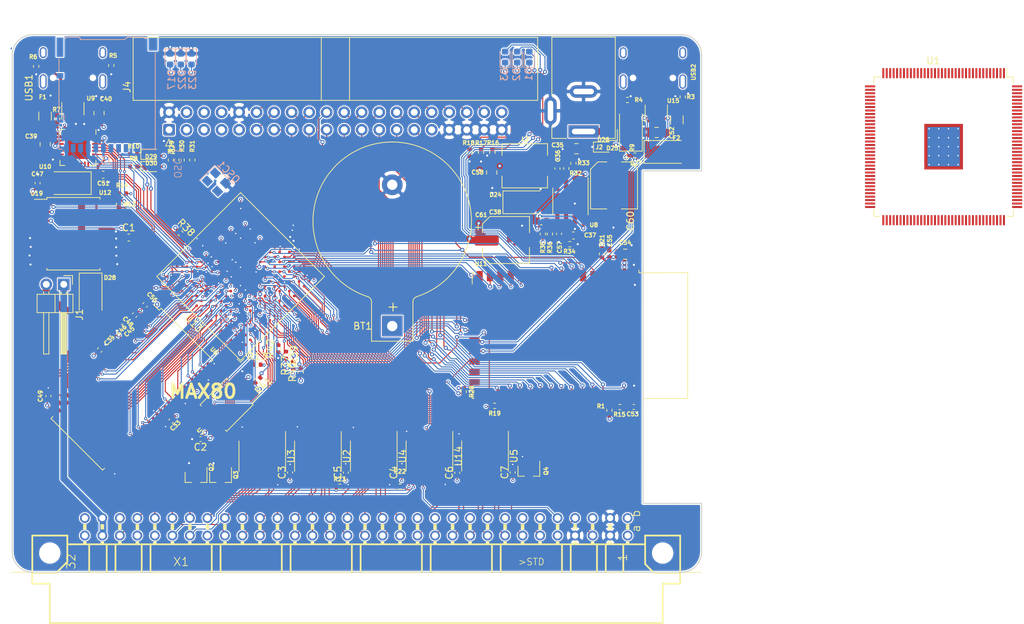
<source format=kicad_pcb>
(kicad_pcb (version 20171130) (host pcbnew 5.1.9-73d0e3b20d~88~ubuntu20.04.1)

  (general
    (thickness 1.6)
    (drawings 16)
    (tracks 3176)
    (zones 0)
    (modules 110)
    (nets 230)
  )

  (page A4)
  (title_block
    (title MAX80)
    (date 2021-01-31)
    (rev 0.01)
    (company "No name")
  )

  (layers
    (0 F.Cu signal)
    (1 In1.Cu power)
    (2 In2.Cu signal)
    (3 In3.Cu signal)
    (4 In4.Cu power)
    (31 B.Cu signal)
    (32 B.Adhes user)
    (33 F.Adhes user)
    (34 B.Paste user)
    (35 F.Paste user)
    (36 B.SilkS user)
    (37 F.SilkS user)
    (38 B.Mask user)
    (39 F.Mask user)
    (40 Dwgs.User user)
    (41 Cmts.User user)
    (42 Eco1.User user)
    (43 Eco2.User user)
    (44 Edge.Cuts user)
    (45 Margin user)
    (46 B.CrtYd user)
    (47 F.CrtYd user)
    (48 B.Fab user)
    (49 F.Fab user)
  )

  (setup
    (last_trace_width 0.15)
    (user_trace_width 0.15)
    (user_trace_width 0.3)
    (user_trace_width 0.5)
    (trace_clearance 0.15)
    (zone_clearance 0.15)
    (zone_45_only no)
    (trace_min 0.15)
    (via_size 0.6)
    (via_drill 0.3)
    (via_min_size 0.45)
    (via_min_drill 0.2)
    (user_via 0.45 0.2)
    (uvia_size 0.3)
    (uvia_drill 0.1)
    (uvias_allowed yes)
    (uvia_min_size 0.2)
    (uvia_min_drill 0.1)
    (edge_width 0.15)
    (segment_width 0.3)
    (pcb_text_width 0.3)
    (pcb_text_size 1.5 1.5)
    (mod_edge_width 0.15)
    (mod_text_size 1 1)
    (mod_text_width 0.15)
    (pad_size 2.6 1.6)
    (pad_drill 0)
    (pad_to_mask_clearance 0)
    (aux_axis_origin 0 0)
    (visible_elements FFFFFF7F)
    (pcbplotparams
      (layerselection 0x010fc_ffffffff)
      (usegerberextensions false)
      (usegerberattributes true)
      (usegerberadvancedattributes true)
      (creategerberjobfile true)
      (excludeedgelayer true)
      (linewidth 0.100000)
      (plotframeref false)
      (viasonmask false)
      (mode 1)
      (useauxorigin false)
      (hpglpennumber 1)
      (hpglpenspeed 20)
      (hpglpendiameter 15.000000)
      (psnegative false)
      (psa4output false)
      (plotreference true)
      (plotvalue true)
      (plotinvisibletext false)
      (padsonsilk false)
      (subtractmaskfromsilk false)
      (outputformat 1)
      (mirror false)
      (drillshape 0)
      (scaleselection 1)
      (outputdirectory "abc80_gerber"))
  )

  (net 0 "")
  (net 1 VCC_ONE)
  (net 2 GND)
  (net 3 CLK0n)
  (net 4 +5V)
  (net 5 "Net-(R5-Pad2)")
  (net 6 "Net-(R6-Pad2)")
  (net 7 "Net-(R7-Pad1)")
  (net 8 "Net-(U10-Pad5)")
  (net 9 "Net-(U10-Pad4)")
  (net 10 "Net-(U9-Pad4)")
  (net 11 "Net-(U9-Pad6)")
  (net 12 "Net-(USB1-Pad13)")
  (net 13 "Net-(BT1-Pad1)")
  (net 14 /A4)
  (net 15 /A3)
  (net 16 /A2)
  (net 17 /A1)
  (net 18 /A0)
  (net 19 /IO0)
  (net 20 /IO3)
  (net 21 /IO4)
  (net 22 /IO5)
  (net 23 /IO6)
  (net 24 /IO7)
  (net 25 /A11)
  (net 26 /IO9)
  (net 27 /A8)
  (net 28 /A7)
  (net 29 /A6)
  (net 30 /A5)
  (net 31 /A9)
  (net 32 /A10)
  (net 33 /A12)
  (net 34 /IO8)
  (net 35 /IO10)
  (net 36 /IO11)
  (net 37 /IO12)
  (net 38 /IO13)
  (net 39 /IO14)
  (net 40 /IO15)
  (net 41 /abc80bus/D7)
  (net 42 /abc80bus/D6)
  (net 43 /abc80bus/D5)
  (net 44 /abc80bus/D4)
  (net 45 /abc80bus/D3)
  (net 46 /abc80bus/D2)
  (net 47 /abc80bus/D1)
  (net 48 /abc80bus/D0)
  (net 49 /abc80bus/A8)
  (net 50 /abc80bus/A9)
  (net 51 /abc80bus/A10)
  (net 52 /abc80bus/A11)
  (net 53 /abc80bus/A12)
  (net 54 /abc80bus/A13)
  (net 55 /abc80bus/A14)
  (net 56 /abc80bus/A15)
  (net 57 /abc80bus/A7)
  (net 58 /abc80bus/A6)
  (net 59 /abc80bus/A5)
  (net 60 /abc80bus/A4)
  (net 61 /abc80bus/A3)
  (net 62 /abc80bus/A2)
  (net 63 /abc80bus/A1)
  (net 64 /abc80bus/A0)
  (net 65 /IO1)
  (net 66 /IO2)
  (net 67 /32KHZ)
  (net 68 /RTC_INT)
  (net 69 /abc80bus/ABC5V)
  (net 70 /SD_DAT1)
  (net 71 /SD_DAT3)
  (net 72 /SD_CMD)
  (net 73 /SD_CLK)
  (net 74 /SD_DAT0)
  (net 75 FPGA_TDI)
  (net 76 FPGA_TMS)
  (net 77 FPGA_TDO)
  (net 78 FPGA_TCK)
  (net 79 ABC_CLK_5)
  (net 80 /FPGA_SCL)
  (net 81 /FPGA_SDA)
  (net 82 FPGA_SPI_CLK)
  (net 83 FGPA_SPI_CS_ESP32)
  (net 84 INT_ESP32)
  (net 85 "Net-(C53-Pad1)")
  (net 86 "Net-(F2-Pad2)")
  (net 87 ESP32_TDO)
  (net 88 ESP32_TCK)
  (net 89 ESP32_TMS)
  (net 90 ESP32_IO0)
  (net 91 ESP32_RXD)
  (net 92 ESP32_TXD)
  (net 93 ESP32_EN)
  (net 94 "Net-(R3-Pad2)")
  (net 95 "Net-(R4-Pad2)")
  (net 96 /ESP32/USB_D-)
  (net 97 /ESP32/USB_D+)
  (net 98 ESP32_TDI)
  (net 99 "Net-(U15-Pad6)")
  (net 100 "Net-(U15-Pad4)")
  (net 101 "Net-(USB2-Pad13)")
  (net 102 "Net-(D1-Pad2)")
  (net 103 "Net-(D1-Pad1)")
  (net 104 "Net-(D2-Pad2)")
  (net 105 "Net-(D2-Pad1)")
  (net 106 "Net-(D3-Pad2)")
  (net 107 "Net-(D3-Pad1)")
  (net 108 ESP32_SCL)
  (net 109 ESP32_SDA)
  (net 110 ESP32_CS2)
  (net 111 ESP32_CS0)
  (net 112 ESP32_MISO)
  (net 113 ESP32_SCK)
  (net 114 ESP32_MOSI)
  (net 115 ESP32_CS1)
  (net 116 /FPGA_USB_TXD)
  (net 117 /FPGA_USB_RXD)
  (net 118 /abc80bus/~CS)
  (net 119 /abc80bus/~C4)
  (net 120 /abc80bus/~C3)
  (net 121 /abc80bus/~C2)
  (net 122 /abc80bus/~C1)
  (net 123 /abc80bus/~OUT)
  (net 124 /abc80bus/~RST)
  (net 125 /abc80bus/~XMEMFL)
  (net 126 /abc80bus/~INP)
  (net 127 /abc80bus/~STATUS)
  (net 128 /abc80bus/~XINPSTB)
  (net 129 /abc80bus/~XOUTSTB)
  (net 130 AD0)
  (net 131 AD1)
  (net 132 AD2)
  (net 133 AD3)
  (net 134 AD4)
  (net 135 AD5)
  (net 136 AD6)
  (net 137 AD7)
  (net 138 /abc80bus/~RESIN)
  (net 139 /FPGA_LED1)
  (net 140 /FPGA_LED2)
  (net 141 /FPGA_LED3)
  (net 142 "Net-(D17-Pad2)")
  (net 143 "Net-(D22-Pad2)")
  (net 144 "Net-(D23-Pad2)")
  (net 145 FPGA_GPIO3)
  (net 146 FPGA_GPIO2)
  (net 147 FPGA_GPIO1)
  (net 148 FPGA_GPIO0)
  (net 149 FPGA_GPIO5)
  (net 150 FPGA_GPIO4)
  (net 151 "Net-(C36-Pad1)")
  (net 152 "Net-(C37-Pad2)")
  (net 153 "Net-(C37-Pad1)")
  (net 154 "Net-(C38-Pad2)")
  (net 155 "Net-(R32-Pad2)")
  (net 156 "Net-(R35-Pad2)")
  (net 157 "Net-(C38-Pad1)")
  (net 158 /abc80bus/READY)
  (net 159 /abc80bus/~NMI)
  (net 160 ~FPGA_READY)
  (net 161 FPGA_NMI)
  (net 162 "Net-(D26-Pad2)")
  (net 163 FPGA_RESIN)
  (net 164 /DQMH)
  (net 165 /CLK)
  (net 166 /CKE)
  (net 167 /BA1)
  (net 168 /BA0)
  (net 169 /DQML)
  (net 170 "Net-(D28-Pad2)")
  (net 171 "Net-(D25-Pad2)")
  (net 172 "Net-(F1-Pad2)")
  (net 173 /FPGA_USB_RTS)
  (net 174 /FPGA_USB_CTS)
  (net 175 /FPGA_USB_DTR)
  (net 176 "Net-(C39-Pad1)")
  (net 177 "Net-(C52-Pad1)")
  (net 178 /WE#)
  (net 179 /CAS#)
  (net 180 /RAS#)
  (net 181 /CS#)
  (net 182 "Net-(D29-Pad1)")
  (net 183 "Net-(D30-Pad1)")
  (net 184 +3V3)
  (net 185 +2V5)
  (net 186 +1V2)
  (net 187 "Net-(R13-Pad1)")
  (net 188 "Net-(R37-Pad2)")
  (net 189 "Net-(R38-Pad2)")
  (net 190 "Net-(R41-Pad2)")
  (net 191 DATA0)
  (net 192 ~CS_ABC_3V3)
  (net 193 ~OUT_ABC_3V3)
  (net 194 AD8)
  (net 195 ~C1_ABC_3V3)
  (net 196 AD9)
  (net 197 ~C2_ABC_3V3)
  (net 198 AD10)
  (net 199 ~C3_ABC_3V3)
  (net 200 ~C4_ABC_3V3)
  (net 201 AD11)
  (net 202 AD12)
  (net 203 AD13)
  (net 204 AD14)
  (net 205 AD15)
  (net 206 DLCK)
  (net 207 ASD0)
  (net 208 nCE0)
  (net 209 ~INP_ABC_3V3)
  (net 210 ~STATUS_ABC_3V3)
  (net 211 DD0)
  (net 212 DD1)
  (net 213 DD2)
  (net 214 DD3)
  (net 215 DD4)
  (net 216 DD5)
  (net 217 DD6)
  (net 218 DD7)
  (net 219 DD8)
  (net 220 ~XOUTSTB_ABC_3V3)
  (net 221 ~RST_ABC_3V3)
  (net 222 ~XIN_ABC_3V3)
  (net 223 ~XOUT_ABC_3V3)
  (net 224 ~XMEMFL_ABC_3V3)
  (net 225 ~XINPSTB_ABC_3V3)
  (net 226 ABC_CLK_3V3)
  (net 227 DD9)
  (net 228 FPGA_SPI_MOSI)
  (net 229 FPGA_SPI_MISO)

  (net_class Default "This is the default net class."
    (clearance 0.15)
    (trace_width 0.15)
    (via_dia 0.6)
    (via_drill 0.3)
    (uvia_dia 0.3)
    (uvia_drill 0.1)
    (add_net +1V2)
    (add_net +2V5)
    (add_net +3V3)
    (add_net +5V)
    (add_net /32KHZ)
    (add_net /A0)
    (add_net /A1)
    (add_net /A10)
    (add_net /A11)
    (add_net /A12)
    (add_net /A2)
    (add_net /A3)
    (add_net /A4)
    (add_net /A5)
    (add_net /A6)
    (add_net /A7)
    (add_net /A8)
    (add_net /A9)
    (add_net /BA0)
    (add_net /BA1)
    (add_net /CAS#)
    (add_net /CKE)
    (add_net /CLK)
    (add_net /CS#)
    (add_net /DQMH)
    (add_net /DQML)
    (add_net /ESP32/USB_D+)
    (add_net /ESP32/USB_D-)
    (add_net /FPGA_LED1)
    (add_net /FPGA_LED2)
    (add_net /FPGA_LED3)
    (add_net /FPGA_SCL)
    (add_net /FPGA_SDA)
    (add_net /FPGA_USB_CTS)
    (add_net /FPGA_USB_DTR)
    (add_net /FPGA_USB_RTS)
    (add_net /FPGA_USB_RXD)
    (add_net /FPGA_USB_TXD)
    (add_net /IO0)
    (add_net /IO1)
    (add_net /IO10)
    (add_net /IO11)
    (add_net /IO12)
    (add_net /IO13)
    (add_net /IO14)
    (add_net /IO15)
    (add_net /IO2)
    (add_net /IO3)
    (add_net /IO4)
    (add_net /IO5)
    (add_net /IO6)
    (add_net /IO7)
    (add_net /IO8)
    (add_net /IO9)
    (add_net /RAS#)
    (add_net /RTC_INT)
    (add_net /SD_CLK)
    (add_net /SD_CMD)
    (add_net /SD_DAT0)
    (add_net /SD_DAT1)
    (add_net /SD_DAT2)
    (add_net /SD_DAT3)
    (add_net /WE#)
    (add_net /abc80bus/A0)
    (add_net /abc80bus/A1)
    (add_net /abc80bus/A10)
    (add_net /abc80bus/A11)
    (add_net /abc80bus/A12)
    (add_net /abc80bus/A13)
    (add_net /abc80bus/A14)
    (add_net /abc80bus/A15)
    (add_net /abc80bus/A2)
    (add_net /abc80bus/A3)
    (add_net /abc80bus/A4)
    (add_net /abc80bus/A5)
    (add_net /abc80bus/A6)
    (add_net /abc80bus/A7)
    (add_net /abc80bus/A8)
    (add_net /abc80bus/A9)
    (add_net /abc80bus/ABC5V)
    (add_net /abc80bus/D0)
    (add_net /abc80bus/D1)
    (add_net /abc80bus/D2)
    (add_net /abc80bus/D3)
    (add_net /abc80bus/D4)
    (add_net /abc80bus/D5)
    (add_net /abc80bus/D6)
    (add_net /abc80bus/D7)
    (add_net /abc80bus/READY)
    (add_net /abc80bus/~C1)
    (add_net /abc80bus/~C2)
    (add_net /abc80bus/~C3)
    (add_net /abc80bus/~C4)
    (add_net /abc80bus/~CS)
    (add_net /abc80bus/~INP)
    (add_net /abc80bus/~INT)
    (add_net /abc80bus/~NMI)
    (add_net /abc80bus/~OUT)
    (add_net /abc80bus/~RESIN)
    (add_net /abc80bus/~RST)
    (add_net /abc80bus/~STATUS)
    (add_net /abc80bus/~XIN)
    (add_net /abc80bus/~XINPSTB)
    (add_net /abc80bus/~XM)
    (add_net /abc80bus/~XMEMFL)
    (add_net /abc80bus/~XMEMW80)
    (add_net /abc80bus/~XMEMW800)
    (add_net /abc80bus/~XOUT)
    (add_net /abc80bus/~XOUTSTB)
    (add_net ABC_CLK_3V3)
    (add_net ABC_CLK_5)
    (add_net AD0)
    (add_net AD1)
    (add_net AD10)
    (add_net AD11)
    (add_net AD12)
    (add_net AD13)
    (add_net AD14)
    (add_net AD15)
    (add_net AD2)
    (add_net AD3)
    (add_net AD4)
    (add_net AD5)
    (add_net AD6)
    (add_net AD7)
    (add_net AD8)
    (add_net AD9)
    (add_net ASD0)
    (add_net CLK0n)
    (add_net DATA0)
    (add_net DD0)
    (add_net DD1)
    (add_net DD2)
    (add_net DD3)
    (add_net DD4)
    (add_net DD5)
    (add_net DD6)
    (add_net DD7)
    (add_net DD8)
    (add_net DD9)
    (add_net DLCK)
    (add_net ESP32_CS0)
    (add_net ESP32_CS1)
    (add_net ESP32_CS2)
    (add_net ESP32_EN)
    (add_net ESP32_IO0)
    (add_net ESP32_MISO)
    (add_net ESP32_MOSI)
    (add_net ESP32_RXD)
    (add_net ESP32_SCK)
    (add_net ESP32_SCL)
    (add_net ESP32_SDA)
    (add_net ESP32_TCK)
    (add_net ESP32_TDI)
    (add_net ESP32_TDO)
    (add_net ESP32_TMS)
    (add_net ESP32_TXD)
    (add_net FGPA_SPI_CS_ESP32)
    (add_net FLASH_CS#)
    (add_net FPGA_GPIO0)
    (add_net FPGA_GPIO1)
    (add_net FPGA_GPIO2)
    (add_net FPGA_GPIO3)
    (add_net FPGA_GPIO4)
    (add_net FPGA_GPIO5)
    (add_net FPGA_JTAGEN)
    (add_net FPGA_NMI)
    (add_net FPGA_RESIN)
    (add_net FPGA_SPI_CLK)
    (add_net FPGA_SPI_MISO)
    (add_net FPGA_SPI_MOSI)
    (add_net FPGA_TCK)
    (add_net FPGA_TDI)
    (add_net FPGA_TDO)
    (add_net FPGA_TMS)
    (add_net GND)
    (add_net INT_ESP32)
    (add_net "Net-(BT1-Pad1)")
    (add_net "Net-(C1-Pad1)")
    (add_net "Net-(C1-Pad2)")
    (add_net "Net-(C36-Pad1)")
    (add_net "Net-(C37-Pad1)")
    (add_net "Net-(C37-Pad2)")
    (add_net "Net-(C38-Pad1)")
    (add_net "Net-(C38-Pad2)")
    (add_net "Net-(C39-Pad1)")
    (add_net "Net-(C52-Pad1)")
    (add_net "Net-(C53-Pad1)")
    (add_net "Net-(D1-Pad1)")
    (add_net "Net-(D1-Pad2)")
    (add_net "Net-(D17-Pad2)")
    (add_net "Net-(D2-Pad1)")
    (add_net "Net-(D2-Pad2)")
    (add_net "Net-(D22-Pad2)")
    (add_net "Net-(D23-Pad2)")
    (add_net "Net-(D25-Pad2)")
    (add_net "Net-(D26-Pad2)")
    (add_net "Net-(D28-Pad2)")
    (add_net "Net-(D29-Pad1)")
    (add_net "Net-(D3-Pad1)")
    (add_net "Net-(D3-Pad2)")
    (add_net "Net-(D30-Pad1)")
    (add_net "Net-(F1-Pad2)")
    (add_net "Net-(F2-Pad2)")
    (add_net "Net-(J4-Pad40)")
    (add_net "Net-(J4-Pad6)")
    (add_net "Net-(J4-Pad8)")
    (add_net "Net-(R13-Pad1)")
    (add_net "Net-(R3-Pad2)")
    (add_net "Net-(R32-Pad2)")
    (add_net "Net-(R35-Pad2)")
    (add_net "Net-(R37-Pad2)")
    (add_net "Net-(R38-Pad2)")
    (add_net "Net-(R4-Pad2)")
    (add_net "Net-(R41-Pad2)")
    (add_net "Net-(R5-Pad2)")
    (add_net "Net-(R6-Pad2)")
    (add_net "Net-(R7-Pad1)")
    (add_net "Net-(U1-Pad1)")
    (add_net "Net-(U1-Pad10)")
    (add_net "Net-(U1-Pad100)")
    (add_net "Net-(U1-Pad101)")
    (add_net "Net-(U1-Pad102)")
    (add_net "Net-(U1-Pad103)")
    (add_net "Net-(U1-Pad104)")
    (add_net "Net-(U1-Pad105)")
    (add_net "Net-(U1-Pad106)")
    (add_net "Net-(U1-Pad107)")
    (add_net "Net-(U1-Pad108)")
    (add_net "Net-(U1-Pad109)")
    (add_net "Net-(U1-Pad11)")
    (add_net "Net-(U1-Pad110)")
    (add_net "Net-(U1-Pad111)")
    (add_net "Net-(U1-Pad112)")
    (add_net "Net-(U1-Pad113)")
    (add_net "Net-(U1-Pad114)")
    (add_net "Net-(U1-Pad115)")
    (add_net "Net-(U1-Pad116)")
    (add_net "Net-(U1-Pad117)")
    (add_net "Net-(U1-Pad118)")
    (add_net "Net-(U1-Pad119)")
    (add_net "Net-(U1-Pad12)")
    (add_net "Net-(U1-Pad120)")
    (add_net "Net-(U1-Pad121)")
    (add_net "Net-(U1-Pad123)")
    (add_net "Net-(U1-Pad125)")
    (add_net "Net-(U1-Pad126)")
    (add_net "Net-(U1-Pad127)")
    (add_net "Net-(U1-Pad128)")
    (add_net "Net-(U1-Pad129)")
    (add_net "Net-(U1-Pad13)")
    (add_net "Net-(U1-Pad130)")
    (add_net "Net-(U1-Pad131)")
    (add_net "Net-(U1-Pad132)")
    (add_net "Net-(U1-Pad133)")
    (add_net "Net-(U1-Pad134)")
    (add_net "Net-(U1-Pad135)")
    (add_net "Net-(U1-Pad136)")
    (add_net "Net-(U1-Pad137)")
    (add_net "Net-(U1-Pad138)")
    (add_net "Net-(U1-Pad139)")
    (add_net "Net-(U1-Pad14)")
    (add_net "Net-(U1-Pad140)")
    (add_net "Net-(U1-Pad141)")
    (add_net "Net-(U1-Pad142)")
    (add_net "Net-(U1-Pad143)")
    (add_net "Net-(U1-Pad144)")
    (add_net "Net-(U1-Pad15)")
    (add_net "Net-(U1-Pad16)")
    (add_net "Net-(U1-Pad17)")
    (add_net "Net-(U1-Pad18)")
    (add_net "Net-(U1-Pad19)")
    (add_net "Net-(U1-Pad2)")
    (add_net "Net-(U1-Pad20)")
    (add_net "Net-(U1-Pad21)")
    (add_net "Net-(U1-Pad22)")
    (add_net "Net-(U1-Pad23)")
    (add_net "Net-(U1-Pad24)")
    (add_net "Net-(U1-Pad25)")
    (add_net "Net-(U1-Pad27)")
    (add_net "Net-(U1-Pad28)")
    (add_net "Net-(U1-Pad29)")
    (add_net "Net-(U1-Pad3)")
    (add_net "Net-(U1-Pad30)")
    (add_net "Net-(U1-Pad31)")
    (add_net "Net-(U1-Pad32)")
    (add_net "Net-(U1-Pad33)")
    (add_net "Net-(U1-Pad34)")
    (add_net "Net-(U1-Pad35)")
    (add_net "Net-(U1-Pad36)")
    (add_net "Net-(U1-Pad37)")
    (add_net "Net-(U1-Pad38)")
    (add_net "Net-(U1-Pad39)")
    (add_net "Net-(U1-Pad4)")
    (add_net "Net-(U1-Pad40)")
    (add_net "Net-(U1-Pad41)")
    (add_net "Net-(U1-Pad42)")
    (add_net "Net-(U1-Pad43)")
    (add_net "Net-(U1-Pad44)")
    (add_net "Net-(U1-Pad45)")
    (add_net "Net-(U1-Pad46)")
    (add_net "Net-(U1-Pad47)")
    (add_net "Net-(U1-Pad48)")
    (add_net "Net-(U1-Pad49)")
    (add_net "Net-(U1-Pad5)")
    (add_net "Net-(U1-Pad50)")
    (add_net "Net-(U1-Pad51)")
    (add_net "Net-(U1-Pad52)")
    (add_net "Net-(U1-Pad53)")
    (add_net "Net-(U1-Pad54)")
    (add_net "Net-(U1-Pad55)")
    (add_net "Net-(U1-Pad56)")
    (add_net "Net-(U1-Pad57)")
    (add_net "Net-(U1-Pad58)")
    (add_net "Net-(U1-Pad59)")
    (add_net "Net-(U1-Pad6)")
    (add_net "Net-(U1-Pad60)")
    (add_net "Net-(U1-Pad61)")
    (add_net "Net-(U1-Pad62)")
    (add_net "Net-(U1-Pad63)")
    (add_net "Net-(U1-Pad64)")
    (add_net "Net-(U1-Pad65)")
    (add_net "Net-(U1-Pad66)")
    (add_net "Net-(U1-Pad67)")
    (add_net "Net-(U1-Pad68)")
    (add_net "Net-(U1-Pad69)")
    (add_net "Net-(U1-Pad7)")
    (add_net "Net-(U1-Pad70)")
    (add_net "Net-(U1-Pad71)")
    (add_net "Net-(U1-Pad72)")
    (add_net "Net-(U1-Pad73)")
    (add_net "Net-(U1-Pad74)")
    (add_net "Net-(U1-Pad75)")
    (add_net "Net-(U1-Pad76)")
    (add_net "Net-(U1-Pad77)")
    (add_net "Net-(U1-Pad78)")
    (add_net "Net-(U1-Pad79)")
    (add_net "Net-(U1-Pad8)")
    (add_net "Net-(U1-Pad80)")
    (add_net "Net-(U1-Pad81)")
    (add_net "Net-(U1-Pad82)")
    (add_net "Net-(U1-Pad83)")
    (add_net "Net-(U1-Pad84)")
    (add_net "Net-(U1-Pad85)")
    (add_net "Net-(U1-Pad86)")
    (add_net "Net-(U1-Pad87)")
    (add_net "Net-(U1-Pad88)")
    (add_net "Net-(U1-Pad89)")
    (add_net "Net-(U1-Pad9)")
    (add_net "Net-(U1-Pad90)")
    (add_net "Net-(U1-Pad91)")
    (add_net "Net-(U1-Pad92)")
    (add_net "Net-(U1-Pad93)")
    (add_net "Net-(U1-Pad94)")
    (add_net "Net-(U1-Pad95)")
    (add_net "Net-(U1-Pad96)")
    (add_net "Net-(U1-Pad97)")
    (add_net "Net-(U1-Pad98)")
    (add_net "Net-(U1-Pad99)")
    (add_net "Net-(U10-Pad1)")
    (add_net "Net-(U10-Pad10)")
    (add_net "Net-(U10-Pad11)")
    (add_net "Net-(U10-Pad12)")
    (add_net "Net-(U10-Pad13)")
    (add_net "Net-(U10-Pad14)")
    (add_net "Net-(U10-Pad15)")
    (add_net "Net-(U10-Pad16)")
    (add_net "Net-(U10-Pad17)")
    (add_net "Net-(U10-Pad18)")
    (add_net "Net-(U10-Pad19)")
    (add_net "Net-(U10-Pad2)")
    (add_net "Net-(U10-Pad20)")
    (add_net "Net-(U10-Pad21)")
    (add_net "Net-(U10-Pad22)")
    (add_net "Net-(U10-Pad27)")
    (add_net "Net-(U10-Pad4)")
    (add_net "Net-(U10-Pad5)")
    (add_net "Net-(U11-Pad10)")
    (add_net "Net-(U11-Pad11)")
    (add_net "Net-(U11-Pad25)")
    (add_net "Net-(U11-Pad40)")
    (add_net "Net-(U12-Pad4)")
    (add_net "Net-(U13-PadA2)")
    (add_net "Net-(U13-PadB1)")
    (add_net "Net-(U13-PadB3)")
    (add_net "Net-(U13-PadC2)")
    (add_net "Net-(U13-PadC3)")
    (add_net "Net-(U13-PadD13)")
    (add_net "Net-(U13-PadD4)")
    (add_net "Net-(U13-PadE8)")
    (add_net "Net-(U13-PadJ12)")
    (add_net "Net-(U13-PadJ13)")
    (add_net "Net-(U13-PadK10)")
    (add_net "Net-(U13-PadK12)")
    (add_net "Net-(U13-PadK15)")
    (add_net "Net-(U13-PadK16)")
    (add_net "Net-(U13-PadK9)")
    (add_net "Net-(U13-PadL10)")
    (add_net "Net-(U13-PadL11)")
    (add_net "Net-(U13-PadL13)")
    (add_net "Net-(U13-PadL14)")
    (add_net "Net-(U13-PadL15)")
    (add_net "Net-(U13-PadL16)")
    (add_net "Net-(U13-PadL9)")
    (add_net "Net-(U13-PadM10)")
    (add_net "Net-(U13-PadM11)")
    (add_net "Net-(U13-PadM15)")
    (add_net "Net-(U13-PadM16)")
    (add_net "Net-(U13-PadM9)")
    (add_net "Net-(U13-PadN11)")
    (add_net "Net-(U13-PadN12)")
    (add_net "Net-(U13-PadN13)")
    (add_net "Net-(U13-PadN14)")
    (add_net "Net-(U13-PadN15)")
    (add_net "Net-(U13-PadN16)")
    (add_net "Net-(U13-PadN4)")
    (add_net "Net-(U13-PadN6)")
    (add_net "Net-(U13-PadN9)")
    (add_net "Net-(U13-PadP11)")
    (add_net "Net-(U13-PadP14)")
    (add_net "Net-(U13-PadP15)")
    (add_net "Net-(U13-PadP16)")
    (add_net "Net-(U13-PadP9)")
    (add_net "Net-(U13-PadR10)")
    (add_net "Net-(U13-PadR11)")
    (add_net "Net-(U13-PadR12)")
    (add_net "Net-(U13-PadR13)")
    (add_net "Net-(U13-PadR14)")
    (add_net "Net-(U13-PadR16)")
    (add_net "Net-(U13-PadR9)")
    (add_net "Net-(U13-PadT10)")
    (add_net "Net-(U13-PadT11)")
    (add_net "Net-(U13-PadT12)")
    (add_net "Net-(U13-PadT13)")
    (add_net "Net-(U13-PadT14)")
    (add_net "Net-(U13-PadT15)")
    (add_net "Net-(U14-Pad1)")
    (add_net "Net-(U14-Pad15)")
    (add_net "Net-(U14-Pad5)")
    (add_net "Net-(U15-Pad4)")
    (add_net "Net-(U15-Pad6)")
    (add_net "Net-(U2-Pad1)")
    (add_net "Net-(U3-Pad1)")
    (add_net "Net-(U4-Pad1)")
    (add_net "Net-(U6-Pad40)")
    (add_net "Net-(U9-Pad4)")
    (add_net "Net-(U9-Pad6)")
    (add_net "Net-(USB1-Pad13)")
    (add_net "Net-(USB1-Pad3)")
    (add_net "Net-(USB1-Pad5)")
    (add_net "Net-(USB1-Pad8)")
    (add_net "Net-(USB1-Pad9)")
    (add_net "Net-(USB2-Pad13)")
    (add_net "Net-(USB2-Pad3)")
    (add_net "Net-(USB2-Pad5)")
    (add_net "Net-(USB2-Pad8)")
    (add_net "Net-(USB2-Pad9)")
    (add_net "Net-(X1-PadA1)")
    (add_net "Net-(X1-PadA14)")
    (add_net "Net-(X1-PadA25)")
    (add_net "Net-(X1-PadA29)")
    (add_net "Net-(X1-PadA32)")
    (add_net "Net-(X1-PadB1)")
    (add_net "Net-(X1-PadB10)")
    (add_net "Net-(X1-PadB11)")
    (add_net "Net-(X1-PadB12)")
    (add_net "Net-(X1-PadB30)")
    (add_net "Net-(X1-PadB32)")
    (add_net "Net-(X1-PadB6)")
    (add_net "Net-(X1-PadB7)")
    (add_net "Net-(X1-PadB8)")
    (add_net "Net-(X1-PadB9)")
    (add_net O1)
    (add_net O2)
    (add_net VCC_ONE)
    (add_net nCE0)
    (add_net ~C1_ABC_3V3)
    (add_net ~C2_ABC_3V3)
    (add_net ~C3_ABC_3V3)
    (add_net ~C4_ABC_3V3)
    (add_net ~CS_ABC_3V3)
    (add_net ~FPGA_READY)
    (add_net ~INP_ABC_3V3)
    (add_net ~OUT_ABC_3V3)
    (add_net ~RST_ABC_3V3)
    (add_net ~STATUS_ABC_3V3)
    (add_net ~XINPSTB_ABC_3V3)
    (add_net ~XIN_ABC_3V3)
    (add_net ~XMEMFL_ABC_3V3)
    (add_net ~XOUTSTB_ABC_3V3)
    (add_net ~XOUT_ABC_3V3)
  )

  (module Package_BGA:BGA-256_17.0x17.0mm_Layout16x16_P1.0mm_Ball0.5mm_Pad0.4mm_NSMD (layer F.Cu) (tedit 5A058D74) (tstamp 60445A7B)
    (at 85.625 136.085 135)
    (descr "BGA-256, dimensions: https://www.xilinx.com/support/documentation/package_specs/ft256.pdf, design rules: https://www.xilinx.com/support/documentation/user_guides/ug1099-bga-device-design-rules.pdf")
    (tags BGA-256)
    (path /60549765)
    (attr smd)
    (fp_text reference U13 (at 0 -9.6 135) (layer F.SilkS)
      (effects (font (size 1 1) (thickness 0.15)))
    )
    (fp_text value EP4CE15F17C8N (at 0 9.7 135) (layer F.Fab)
      (effects (font (size 1 1) (thickness 0.15)))
    )
    (fp_line (start -8.1 -8.8) (end -8.8 -8.8) (layer F.SilkS) (width 0.12))
    (fp_line (start -8.8 -8.8) (end -8.8 -8.1) (layer F.SilkS) (width 0.12))
    (fp_line (start 8.6 -8.6) (end -8.6 -8.6) (layer F.SilkS) (width 0.12))
    (fp_line (start -8.6 -8.6) (end -8.6 8.6) (layer F.SilkS) (width 0.12))
    (fp_line (start -8.6 8.6) (end 8.6 8.6) (layer F.SilkS) (width 0.12))
    (fp_line (start 8.6 8.6) (end 8.6 -8.6) (layer F.SilkS) (width 0.12))
    (fp_line (start -8.5 8.5) (end 8.5 8.5) (layer F.Fab) (width 0.1))
    (fp_line (start 8.5 8.5) (end 8.5 -8.5) (layer F.Fab) (width 0.1))
    (fp_line (start 8.5 -8.5) (end -8 -8.5) (layer F.Fab) (width 0.1))
    (fp_line (start -8 -8.5) (end -8.5 -8) (layer F.Fab) (width 0.1))
    (fp_line (start -8.5 -8) (end -8.5 8.5) (layer F.Fab) (width 0.1))
    (fp_line (start -9.5 -9.5) (end 9.5 -9.5) (layer F.CrtYd) (width 0.05))
    (fp_line (start -9.5 -9.5) (end -9.5 9.5) (layer F.CrtYd) (width 0.05))
    (fp_line (start 9.5 9.5) (end 9.5 -9.5) (layer F.CrtYd) (width 0.05))
    (fp_line (start 9.5 9.5) (end -9.5 9.5) (layer F.CrtYd) (width 0.05))
    (fp_text user %R (at 0 0 135) (layer F.Fab)
      (effects (font (size 1 1) (thickness 0.15)))
    )
    (pad H16 smd circle (at 7.5 -0.5 135) (size 0.4 0.4) (layers F.Cu F.Paste F.Mask)
      (net 2 GND))
    (pad J16 smd circle (at 7.5 0.5 135) (size 0.4 0.4) (layers F.Cu F.Paste F.Mask)
      (net 140 /FPGA_LED2))
    (pad K16 smd circle (at 7.5 1.5 135) (size 0.4 0.4) (layers F.Cu F.Paste F.Mask))
    (pad L16 smd circle (at 7.5 2.5 135) (size 0.4 0.4) (layers F.Cu F.Paste F.Mask))
    (pad M16 smd circle (at 7.5 3.5 135) (size 0.4 0.4) (layers F.Cu F.Paste F.Mask))
    (pad N16 smd circle (at 7.5 4.5 135) (size 0.4 0.4) (layers F.Cu F.Paste F.Mask))
    (pad P16 smd circle (at 7.5 5.5 135) (size 0.4 0.4) (layers F.Cu F.Paste F.Mask))
    (pad R16 smd circle (at 7.5 6.5 135) (size 0.4 0.4) (layers F.Cu F.Paste F.Mask))
    (pad T16 smd circle (at 7.5 7.5 135) (size 0.4 0.4) (layers F.Cu F.Paste F.Mask)
      (net 186 +1V2))
    (pad N12 smd circle (at 3.5 4.5 135) (size 0.4 0.4) (layers F.Cu F.Paste F.Mask))
    (pad M12 smd circle (at 3.5 3.5 135) (size 0.4 0.4) (layers F.Cu F.Paste F.Mask)
      (net 2 GND))
    (pad L12 smd circle (at 3.5 2.5 135) (size 0.4 0.4) (layers F.Cu F.Paste F.Mask)
      (net 185 +2V5))
    (pad K12 smd circle (at 3.5 1.5 135) (size 0.4 0.4) (layers F.Cu F.Paste F.Mask))
    (pad K11 smd circle (at 2.5 1.5 135) (size 0.4 0.4) (layers F.Cu F.Paste F.Mask)
      (net 186 +1V2))
    (pad L11 smd circle (at 2.5 2.5 135) (size 0.4 0.4) (layers F.Cu F.Paste F.Mask))
    (pad M11 smd circle (at 2.5 3.5 135) (size 0.4 0.4) (layers F.Cu F.Paste F.Mask))
    (pad N11 smd circle (at 2.5 4.5 135) (size 0.4 0.4) (layers F.Cu F.Paste F.Mask))
    (pad T15 smd circle (at 6.5 7.5 135) (size 0.4 0.4) (layers F.Cu F.Paste F.Mask))
    (pad R15 smd circle (at 6.5 6.5 135) (size 0.4 0.4) (layers F.Cu F.Paste F.Mask)
      (net 2 GND))
    (pad P15 smd circle (at 6.5 5.5 135) (size 0.4 0.4) (layers F.Cu F.Paste F.Mask))
    (pad N15 smd circle (at 6.5 4.5 135) (size 0.4 0.4) (layers F.Cu F.Paste F.Mask))
    (pad M15 smd circle (at 6.5 3.5 135) (size 0.4 0.4) (layers F.Cu F.Paste F.Mask))
    (pad L15 smd circle (at 6.5 2.5 135) (size 0.4 0.4) (layers F.Cu F.Paste F.Mask))
    (pad K15 smd circle (at 6.5 1.5 135) (size 0.4 0.4) (layers F.Cu F.Paste F.Mask))
    (pad J15 smd circle (at 6.5 0.5 135) (size 0.4 0.4) (layers F.Cu F.Paste F.Mask)
      (net 139 /FPGA_LED1))
    (pad H15 smd circle (at 6.5 -0.5 135) (size 0.4 0.4) (layers F.Cu F.Paste F.Mask)
      (net 2 GND))
    (pad H14 smd circle (at 5.5 -0.5 135) (size 0.4 0.4) (layers F.Cu F.Paste F.Mask)
      (net 189 "Net-(R38-Pad2)"))
    (pad J14 smd circle (at 5.5 0.5 135) (size 0.4 0.4) (layers F.Cu F.Paste F.Mask)
      (net 141 /FPGA_LED3))
    (pad K14 smd circle (at 5.5 1.5 135) (size 0.4 0.4) (layers F.Cu F.Paste F.Mask)
      (net 186 +1V2))
    (pad L14 smd circle (at 5.5 2.5 135) (size 0.4 0.4) (layers F.Cu F.Paste F.Mask))
    (pad M14 smd circle (at 5.5 3.5 135) (size 0.4 0.4) (layers F.Cu F.Paste F.Mask)
      (net 186 +1V2))
    (pad N14 smd circle (at 5.5 4.5 135) (size 0.4 0.4) (layers F.Cu F.Paste F.Mask))
    (pad P14 smd circle (at 5.5 5.5 135) (size 0.4 0.4) (layers F.Cu F.Paste F.Mask))
    (pad R14 smd circle (at 5.5 6.5 135) (size 0.4 0.4) (layers F.Cu F.Paste F.Mask))
    (pad T14 smd circle (at 5.5 7.5 135) (size 0.4 0.4) (layers F.Cu F.Paste F.Mask))
    (pad N10 smd circle (at 1.5 4.5 135) (size 0.4 0.4) (layers F.Cu F.Paste F.Mask)
      (net 2 GND))
    (pad M10 smd circle (at 1.5 3.5 135) (size 0.4 0.4) (layers F.Cu F.Paste F.Mask))
    (pad L10 smd circle (at 1.5 2.5 135) (size 0.4 0.4) (layers F.Cu F.Paste F.Mask))
    (pad K10 smd circle (at 1.5 1.5 135) (size 0.4 0.4) (layers F.Cu F.Paste F.Mask))
    (pad K9 smd circle (at 0.5 1.5 135) (size 0.4 0.4) (layers F.Cu F.Paste F.Mask))
    (pad L9 smd circle (at 0.5 2.5 135) (size 0.4 0.4) (layers F.Cu F.Paste F.Mask))
    (pad M9 smd circle (at 0.5 3.5 135) (size 0.4 0.4) (layers F.Cu F.Paste F.Mask))
    (pad N9 smd circle (at 0.5 4.5 135) (size 0.4 0.4) (layers F.Cu F.Paste F.Mask))
    (pad T13 smd circle (at 4.5 7.5 135) (size 0.4 0.4) (layers F.Cu F.Paste F.Mask))
    (pad R13 smd circle (at 4.5 6.5 135) (size 0.4 0.4) (layers F.Cu F.Paste F.Mask))
    (pad P13 smd circle (at 4.5 5.5 135) (size 0.4 0.4) (layers F.Cu F.Paste F.Mask)
      (net 186 +1V2))
    (pad N13 smd circle (at 4.5 4.5 135) (size 0.4 0.4) (layers F.Cu F.Paste F.Mask))
    (pad M13 smd circle (at 4.5 3.5 135) (size 0.4 0.4) (layers F.Cu F.Paste F.Mask)
      (net 2 GND))
    (pad L13 smd circle (at 4.5 2.5 135) (size 0.4 0.4) (layers F.Cu F.Paste F.Mask))
    (pad K13 smd circle (at 4.5 1.5 135) (size 0.4 0.4) (layers F.Cu F.Paste F.Mask)
      (net 2 GND))
    (pad J13 smd circle (at 4.5 0.5 135) (size 0.4 0.4) (layers F.Cu F.Paste F.Mask))
    (pad H13 smd circle (at 4.5 -0.5 135) (size 0.4 0.4) (layers F.Cu F.Paste F.Mask)
      (net 2 GND))
    (pad J12 smd circle (at 3.5 0.5 135) (size 0.4 0.4) (layers F.Cu F.Paste F.Mask))
    (pad J11 smd circle (at 2.5 0.5 135) (size 0.4 0.4) (layers F.Cu F.Paste F.Mask)
      (net 2 GND))
    (pad J10 smd circle (at 1.5 0.5 135) (size 0.4 0.4) (layers F.Cu F.Paste F.Mask)
      (net 2 GND))
    (pad H12 smd circle (at 3.5 -0.5 135) (size 0.4 0.4) (layers F.Cu F.Paste F.Mask)
      (net 184 +3V3))
    (pad H11 smd circle (at 2.5 -0.5 135) (size 0.4 0.4) (layers F.Cu F.Paste F.Mask)
      (net 186 +1V2))
    (pad H10 smd circle (at 1.5 -0.5 135) (size 0.4 0.4) (layers F.Cu F.Paste F.Mask)
      (net 2 GND))
    (pad H9 smd circle (at 0.5 -0.5 135) (size 0.4 0.4) (layers F.Cu F.Paste F.Mask)
      (net 2 GND))
    (pad T12 smd circle (at 3.5 7.5 135) (size 0.4 0.4) (layers F.Cu F.Paste F.Mask))
    (pad R12 smd circle (at 3.5 6.5 135) (size 0.4 0.4) (layers F.Cu F.Paste F.Mask))
    (pad G9 smd circle (at 0.5 -1.5 135) (size 0.4 0.4) (layers F.Cu F.Paste F.Mask)
      (net 186 +1V2))
    (pad G10 smd circle (at 1.5 -1.5 135) (size 0.4 0.4) (layers F.Cu F.Paste F.Mask)
      (net 186 +1V2))
    (pad G11 smd circle (at 2.5 -1.5 135) (size 0.4 0.4) (layers F.Cu F.Paste F.Mask)
      (net 70 /SD_DAT1))
    (pad G12 smd circle (at 3.5 -1.5 135) (size 0.4 0.4) (layers F.Cu F.Paste F.Mask)
      (net 2 GND))
    (pad J9 smd circle (at 0.5 0.5 135) (size 0.4 0.4) (layers F.Cu F.Paste F.Mask)
      (net 2 GND))
    (pad F12 smd circle (at 3.5 -2.5 135) (size 0.4 0.4) (layers F.Cu F.Paste F.Mask)
      (net 185 +2V5))
    (pad F11 smd circle (at 2.5 -2.5 135) (size 0.4 0.4) (layers F.Cu F.Paste F.Mask)
      (net 186 +1V2))
    (pad F10 smd circle (at 1.5 -2.5 135) (size 0.4 0.4) (layers F.Cu F.Paste F.Mask)
      (net 2 GND))
    (pad F9 smd circle (at 0.5 -2.5 135) (size 0.4 0.4) (layers F.Cu F.Paste F.Mask)
      (net 178 /WE#))
    (pad P12 smd circle (at 3.5 5.5 135) (size 0.4 0.4) (layers F.Cu F.Paste F.Mask)
      (net 2 GND))
    (pad E12 smd circle (at 3.5 -3.5 135) (size 0.4 0.4) (layers F.Cu F.Paste F.Mask)
      (net 2 GND))
    (pad E11 smd circle (at 2.5 -3.5 135) (size 0.4 0.4) (layers F.Cu F.Paste F.Mask)
      (net 65 /IO1))
    (pad E10 smd circle (at 1.5 -3.5 135) (size 0.4 0.4) (layers F.Cu F.Paste F.Mask)
      (net 169 /DQML))
    (pad E9 smd circle (at 0.5 -3.5 135) (size 0.4 0.4) (layers F.Cu F.Paste F.Mask)
      (net 179 /CAS#))
    (pad N8 smd circle (at -0.5 4.5 135) (size 0.4 0.4) (layers F.Cu F.Paste F.Mask)
      (net 83 FGPA_SPI_CS_ESP32))
    (pad T11 smd circle (at 2.5 7.5 135) (size 0.4 0.4) (layers F.Cu F.Paste F.Mask))
    (pad T10 smd circle (at 1.5 7.5 135) (size 0.4 0.4) (layers F.Cu F.Paste F.Mask))
    (pad T9 smd circle (at 0.5 7.5 135) (size 0.4 0.4) (layers F.Cu F.Paste F.Mask)
      (net 147 FPGA_GPIO1))
    (pad T8 smd circle (at -0.5 7.5 135) (size 0.4 0.4) (layers F.Cu F.Paste F.Mask)
      (net 226 ABC_CLK_3V3))
    (pad T7 smd circle (at -1.5 7.5 135) (size 0.4 0.4) (layers F.Cu F.Paste F.Mask)
      (net 150 FPGA_GPIO4))
    (pad R11 smd circle (at 2.5 6.5 135) (size 0.4 0.4) (layers F.Cu F.Paste F.Mask))
    (pad R10 smd circle (at 1.5 6.5 135) (size 0.4 0.4) (layers F.Cu F.Paste F.Mask))
    (pad R9 smd circle (at 0.5 6.5 135) (size 0.4 0.4) (layers F.Cu F.Paste F.Mask))
    (pad R8 smd circle (at -0.5 6.5 135) (size 0.4 0.4) (layers F.Cu F.Paste F.Mask)
      (net 145 FPGA_GPIO3))
    (pad R7 smd circle (at -1.5 6.5 135) (size 0.4 0.4) (layers F.Cu F.Paste F.Mask)
      (net 149 FPGA_GPIO5))
    (pad P7 smd circle (at -1.5 5.5 135) (size 0.4 0.4) (layers F.Cu F.Paste F.Mask)
      (net 186 +1V2))
    (pad P8 smd circle (at -0.5 5.5 135) (size 0.4 0.4) (layers F.Cu F.Paste F.Mask)
      (net 84 INT_ESP32))
    (pad P9 smd circle (at 0.5 5.5 135) (size 0.4 0.4) (layers F.Cu F.Paste F.Mask))
    (pad P10 smd circle (at 1.5 5.5 135) (size 0.4 0.4) (layers F.Cu F.Paste F.Mask)
      (net 186 +1V2))
    (pad P11 smd circle (at 2.5 5.5 135) (size 0.4 0.4) (layers F.Cu F.Paste F.Mask))
    (pad N7 smd circle (at -1.5 4.5 135) (size 0.4 0.4) (layers F.Cu F.Paste F.Mask)
      (net 2 GND))
    (pad N6 smd circle (at -2.5 4.5 135) (size 0.4 0.4) (layers F.Cu F.Paste F.Mask))
    (pad N5 smd circle (at -3.5 4.5 135) (size 0.4 0.4) (layers F.Cu F.Paste F.Mask)
      (net 213 DD2))
    (pad M8 smd circle (at -0.5 3.5 135) (size 0.4 0.4) (layers F.Cu F.Paste F.Mask)
      (net 228 FPGA_SPI_MOSI))
    (pad T6 smd circle (at -2.5 7.5 135) (size 0.4 0.4) (layers F.Cu F.Paste F.Mask)
      (net 146 FPGA_GPIO2))
    (pad T5 smd circle (at -3.5 7.5 135) (size 0.4 0.4) (layers F.Cu F.Paste F.Mask)
      (net 227 DD9))
    (pad R6 smd circle (at -2.5 6.5 135) (size 0.4 0.4) (layers F.Cu F.Paste F.Mask)
      (net 163 FPGA_RESIN))
    (pad R5 smd circle (at -3.5 6.5 135) (size 0.4 0.4) (layers F.Cu F.Paste F.Mask)
      (net 219 DD8))
    (pad P6 smd circle (at -2.5 5.5 135) (size 0.4 0.4) (layers F.Cu F.Paste F.Mask)
      (net 82 FPGA_SPI_CLK))
    (pad P5 smd circle (at -3.5 5.5 135) (size 0.4 0.4) (layers F.Cu F.Paste F.Mask)
      (net 2 GND))
    (pad M7 smd circle (at -1.5 3.5 135) (size 0.4 0.4) (layers F.Cu F.Paste F.Mask)
      (net 229 FPGA_SPI_MISO))
    (pad M6 smd circle (at -2.5 3.5 135) (size 0.4 0.4) (layers F.Cu F.Paste F.Mask)
      (net 212 DD1))
    (pad M5 smd circle (at -3.5 3.5 135) (size 0.4 0.4) (layers F.Cu F.Paste F.Mask)
      (net 2 GND))
    (pad L8 smd circle (at -0.5 2.5 135) (size 0.4 0.4) (layers F.Cu F.Paste F.Mask)
      (net 90 ESP32_IO0))
    (pad L7 smd circle (at -1.5 2.5 135) (size 0.4 0.4) (layers F.Cu F.Paste F.Mask)
      (net 148 FPGA_GPIO0))
    (pad L6 smd circle (at -2.5 2.5 135) (size 0.4 0.4) (layers F.Cu F.Paste F.Mask)
      (net 225 ~XINPSTB_ABC_3V3))
    (pad L5 smd circle (at -3.5 2.5 135) (size 0.4 0.4) (layers F.Cu F.Paste F.Mask)
      (net 185 +2V5))
    (pad K8 smd circle (at -0.5 1.5 135) (size 0.4 0.4) (layers F.Cu F.Paste F.Mask)
      (net 2 GND))
    (pad K7 smd circle (at -1.5 1.5 135) (size 0.4 0.4) (layers F.Cu F.Paste F.Mask)
      (net 186 +1V2))
    (pad K6 smd circle (at -2.5 1.5 135) (size 0.4 0.4) (layers F.Cu F.Paste F.Mask)
      (net 220 ~XOUTSTB_ABC_3V3))
    (pad K5 smd circle (at -3.5 1.5 135) (size 0.4 0.4) (layers F.Cu F.Paste F.Mask)
      (net 197 ~C2_ABC_3V3))
    (pad J8 smd circle (at -0.5 0.5 135) (size 0.4 0.4) (layers F.Cu F.Paste F.Mask)
      (net 2 GND))
    (pad J7 smd circle (at -1.5 0.5 135) (size 0.4 0.4) (layers F.Cu F.Paste F.Mask)
      (net 2 GND))
    (pad J6 smd circle (at -2.5 0.5 135) (size 0.4 0.4) (layers F.Cu F.Paste F.Mask)
      (net 186 +1V2))
    (pad J5 smd circle (at -3.5 0.5 135) (size 0.4 0.4) (layers F.Cu F.Paste F.Mask)
      (net 76 FPGA_TMS))
    (pad H8 smd circle (at -0.5 -0.5 135) (size 0.4 0.4) (layers F.Cu F.Paste F.Mask)
      (net 2 GND))
    (pad H7 smd circle (at -1.5 -0.5 135) (size 0.4 0.4) (layers F.Cu F.Paste F.Mask)
      (net 2 GND))
    (pad H6 smd circle (at -2.5 -0.5 135) (size 0.4 0.4) (layers F.Cu F.Paste F.Mask)
      (net 186 +1V2))
    (pad H5 smd circle (at -3.5 -0.5 135) (size 0.4 0.4) (layers F.Cu F.Paste F.Mask)
      (net 188 "Net-(R37-Pad2)"))
    (pad G8 smd circle (at -0.5 -1.5 135) (size 0.4 0.4) (layers F.Cu F.Paste F.Mask)
      (net 186 +1V2))
    (pad G7 smd circle (at -1.5 -1.5 135) (size 0.4 0.4) (layers F.Cu F.Paste F.Mask)
      (net 186 +1V2))
    (pad G6 smd circle (at -2.5 -1.5 135) (size 0.4 0.4) (layers F.Cu F.Paste F.Mask)
      (net 186 +1V2))
    (pad G5 smd circle (at -3.5 -1.5 135) (size 0.4 0.4) (layers F.Cu F.Paste F.Mask)
      (net 134 AD4))
    (pad F8 smd circle (at -0.5 -2.5 135) (size 0.4 0.4) (layers F.Cu F.Paste F.Mask)
      (net 166 /CKE))
    (pad F7 smd circle (at -1.5 -2.5 135) (size 0.4 0.4) (layers F.Cu F.Paste F.Mask)
      (net 186 +1V2))
    (pad F6 smd circle (at -2.5 -2.5 135) (size 0.4 0.4) (layers F.Cu F.Paste F.Mask)
      (net 2 GND))
    (pad F5 smd circle (at -3.5 -2.5 135) (size 0.4 0.4) (layers F.Cu F.Paste F.Mask)
      (net 185 +2V5))
    (pad E5 smd circle (at -3.5 -3.5 135) (size 0.4 0.4) (layers F.Cu F.Paste F.Mask)
      (net 2 GND))
    (pad E6 smd circle (at -2.5 -3.5 135) (size 0.4 0.4) (layers F.Cu F.Paste F.Mask)
      (net 37 /IO12))
    (pad E7 smd circle (at -1.5 -3.5 135) (size 0.4 0.4) (layers F.Cu F.Paste F.Mask)
      (net 26 /IO9))
    (pad E8 smd circle (at -0.5 -3.5 135) (size 0.4 0.4) (layers F.Cu F.Paste F.Mask))
    (pad T4 smd circle (at -4.5 7.5 135) (size 0.4 0.4) (layers F.Cu F.Paste F.Mask)
      (net 218 DD7))
    (pad T3 smd circle (at -5.5 7.5 135) (size 0.4 0.4) (layers F.Cu F.Paste F.Mask)
      (net 216 DD5))
    (pad T2 smd circle (at -6.5 7.5 135) (size 0.4 0.4) (layers F.Cu F.Paste F.Mask)
      (net 214 DD3))
    (pad T1 smd circle (at -7.5 7.5 135) (size 0.4 0.4) (layers F.Cu F.Paste F.Mask)
      (net 186 +1V2))
    (pad R1 smd circle (at -7.5 6.5 135) (size 0.4 0.4) (layers F.Cu F.Paste F.Mask)
      (net 223 ~XOUT_ABC_3V3))
    (pad P1 smd circle (at -7.5 5.5 135) (size 0.4 0.4) (layers F.Cu F.Paste F.Mask)
      (net 222 ~XIN_ABC_3V3))
    (pad N1 smd circle (at -7.5 4.5 135) (size 0.4 0.4) (layers F.Cu F.Paste F.Mask)
      (net 205 AD15))
    (pad R2 smd circle (at -6.5 6.5 135) (size 0.4 0.4) (layers F.Cu F.Paste F.Mask)
      (net 2 GND))
    (pad P2 smd circle (at -6.5 5.5 135) (size 0.4 0.4) (layers F.Cu F.Paste F.Mask)
      (net 221 ~RST_ABC_3V3))
    (pad N2 smd circle (at -6.5 4.5 135) (size 0.4 0.4) (layers F.Cu F.Paste F.Mask)
      (net 204 AD14))
    (pad N3 smd circle (at -5.5 4.5 135) (size 0.4 0.4) (layers F.Cu F.Paste F.Mask)
      (net 224 ~XMEMFL_ABC_3V3))
    (pad P3 smd circle (at -5.5 5.5 135) (size 0.4 0.4) (layers F.Cu F.Paste F.Mask)
      (net 211 DD0))
    (pad R3 smd circle (at -5.5 6.5 135) (size 0.4 0.4) (layers F.Cu F.Paste F.Mask)
      (net 215 DD4))
    (pad R4 smd circle (at -4.5 6.5 135) (size 0.4 0.4) (layers F.Cu F.Paste F.Mask)
      (net 217 DD6))
    (pad P4 smd circle (at -4.5 5.5 135) (size 0.4 0.4) (layers F.Cu F.Paste F.Mask)
      (net 186 +1V2))
    (pad N4 smd circle (at -4.5 4.5 135) (size 0.4 0.4) (layers F.Cu F.Paste F.Mask))
    (pad M4 smd circle (at -4.5 3.5 135) (size 0.4 0.4) (layers F.Cu F.Paste F.Mask)
      (net 2 GND))
    (pad M3 smd circle (at -5.5 3.5 135) (size 0.4 0.4) (layers F.Cu F.Paste F.Mask)
      (net 185 +2V5))
    (pad M2 smd circle (at -6.5 3.5 135) (size 0.4 0.4) (layers F.Cu F.Paste F.Mask)
      (net 210 ~STATUS_ABC_3V3))
    (pad M1 smd circle (at -7.5 3.5 135) (size 0.4 0.4) (layers F.Cu F.Paste F.Mask)
      (net 203 AD13))
    (pad L1 smd circle (at -7.5 2.5 135) (size 0.4 0.4) (layers F.Cu F.Paste F.Mask)
      (net 202 AD12))
    (pad L2 smd circle (at -6.5 2.5 135) (size 0.4 0.4) (layers F.Cu F.Paste F.Mask)
      (net 209 ~INP_ABC_3V3))
    (pad L3 smd circle (at -5.5 2.5 135) (size 0.4 0.4) (layers F.Cu F.Paste F.Mask)
      (net 199 ~C3_ABC_3V3))
    (pad L4 smd circle (at -4.5 2.5 135) (size 0.4 0.4) (layers F.Cu F.Paste F.Mask)
      (net 198 AD10))
    (pad K4 smd circle (at -4.5 1.5 135) (size 0.4 0.4) (layers F.Cu F.Paste F.Mask)
      (net 2 GND))
    (pad K3 smd circle (at -5.5 1.5 135) (size 0.4 0.4) (layers F.Cu F.Paste F.Mask)
      (net 185 +2V5))
    (pad K2 smd circle (at -6.5 1.5 135) (size 0.4 0.4) (layers F.Cu F.Paste F.Mask)
      (net 200 ~C4_ABC_3V3))
    (pad K1 smd circle (at -7.5 1.5 135) (size 0.4 0.4) (layers F.Cu F.Paste F.Mask)
      (net 201 AD11))
    (pad J2 smd circle (at -6.5 0.5 135) (size 0.4 0.4) (layers F.Cu F.Paste F.Mask)
      (net 195 ~C1_ABC_3V3))
    (pad J3 smd circle (at -5.5 0.5 135) (size 0.4 0.4) (layers F.Cu F.Paste F.Mask)
      (net 2 GND))
    (pad J4 smd circle (at -4.5 0.5 135) (size 0.4 0.4) (layers F.Cu F.Paste F.Mask)
      (net 77 FPGA_TDO))
    (pad H4 smd circle (at -4.5 -0.5 135) (size 0.4 0.4) (layers F.Cu F.Paste F.Mask)
      (net 75 FPGA_TDI))
    (pad H3 smd circle (at -5.5 -0.5 135) (size 0.4 0.4) (layers F.Cu F.Paste F.Mask)
      (net 78 FPGA_TCK))
    (pad H2 smd circle (at -6.5 -0.5 135) (size 0.4 0.4) (layers F.Cu F.Paste F.Mask)
      (net 191 DATA0))
    (pad G2 smd circle (at -6.5 -1.5 135) (size 0.4 0.4) (layers F.Cu F.Paste F.Mask)
      (net 193 ~OUT_ABC_3V3))
    (pad G3 smd circle (at -5.5 -1.5 135) (size 0.4 0.4) (layers F.Cu F.Paste F.Mask)
      (net 186 +1V2))
    (pad G4 smd circle (at -4.5 -1.5 135) (size 0.4 0.4) (layers F.Cu F.Paste F.Mask)
      (net 2 GND))
    (pad F4 smd circle (at -4.5 -2.5 135) (size 0.4 0.4) (layers F.Cu F.Paste F.Mask)
      (net 187 "Net-(R13-Pad1)"))
    (pad F3 smd circle (at -5.5 -2.5 135) (size 0.4 0.4) (layers F.Cu F.Paste F.Mask)
      (net 135 AD5))
    (pad F2 smd circle (at -6.5 -2.5 135) (size 0.4 0.4) (layers F.Cu F.Paste F.Mask)
      (net 192 ~CS_ABC_3V3))
    (pad E16 smd circle (at 7.5 -3.5 135) (size 0.4 0.4) (layers F.Cu F.Paste F.Mask)
      (net 116 /FPGA_USB_TXD))
    (pad F16 smd circle (at 7.5 -2.5 135) (size 0.4 0.4) (layers F.Cu F.Paste F.Mask)
      (net 71 /SD_DAT3))
    (pad G16 smd circle (at 7.5 -1.5 135) (size 0.4 0.4) (layers F.Cu F.Paste F.Mask)
      (net 72 /SD_CMD))
    (pad G15 smd circle (at 6.5 -1.5 135) (size 0.4 0.4) (layers F.Cu F.Paste F.Mask)
      (net 73 /SD_CLK))
    (pad F15 smd circle (at 6.5 -2.5 135) (size 0.4 0.4) (layers F.Cu F.Paste F.Mask)
      (net 74 /SD_DAT0))
    (pad E15 smd circle (at 6.5 -3.5 135) (size 0.4 0.4) (layers F.Cu F.Paste F.Mask)
      (net 67 /32KHZ))
    (pad E14 smd circle (at 5.5 -3.5 135) (size 0.4 0.4) (layers F.Cu F.Paste F.Mask)
      (net 186 +1V2))
    (pad F14 smd circle (at 5.5 -2.5 135) (size 0.4 0.4) (layers F.Cu F.Paste F.Mask)
      (net 175 /FPGA_USB_DTR))
    (pad G14 smd circle (at 5.5 -1.5 135) (size 0.4 0.4) (layers F.Cu F.Paste F.Mask)
      (net 186 +1V2))
    (pad G13 smd circle (at 4.5 -1.5 135) (size 0.4 0.4) (layers F.Cu F.Paste F.Mask)
      (net 2 GND))
    (pad F13 smd circle (at 4.5 -2.5 135) (size 0.4 0.4) (layers F.Cu F.Paste F.Mask)
      (net 117 /FPGA_USB_RXD))
    (pad E13 smd circle (at 4.5 -3.5 135) (size 0.4 0.4) (layers F.Cu F.Paste F.Mask)
      (net 2 GND))
    (pad C16 smd circle (at 7.5 -5.5 135) (size 0.4 0.4) (layers F.Cu F.Paste F.Mask)
      (net 80 /FPGA_SCL))
    (pad D16 smd circle (at 7.5 -4.5 135) (size 0.4 0.4) (layers F.Cu F.Paste F.Mask)
      (net 173 /FPGA_USB_RTS))
    (pad D15 smd circle (at 6.5 -4.5 135) (size 0.4 0.4) (layers F.Cu F.Paste F.Mask)
      (net 174 /FPGA_USB_CTS))
    (pad C15 smd circle (at 6.5 -5.5 135) (size 0.4 0.4) (layers F.Cu F.Paste F.Mask)
      (net 81 /FPGA_SDA))
    (pad D13 smd circle (at 4.5 -4.5 135) (size 0.4 0.4) (layers F.Cu F.Paste F.Mask))
    (pad D14 smd circle (at 5.5 -4.5 135) (size 0.4 0.4) (layers F.Cu F.Paste F.Mask)
      (net 16 /A2))
    (pad C14 smd circle (at 5.5 -5.5 135) (size 0.4 0.4) (layers F.Cu F.Paste F.Mask)
      (net 32 /A10))
    (pad C13 smd circle (at 4.5 -5.5 135) (size 0.4 0.4) (layers F.Cu F.Paste F.Mask)
      (net 186 +1V2))
    (pad C12 smd circle (at 3.5 -5.5 135) (size 0.4 0.4) (layers F.Cu F.Paste F.Mask)
      (net 2 GND))
    (pad D12 smd circle (at 3.5 -4.5 135) (size 0.4 0.4) (layers F.Cu F.Paste F.Mask)
      (net 181 /CS#))
    (pad D11 smd circle (at 2.5 -4.5 135) (size 0.4 0.4) (layers F.Cu F.Paste F.Mask)
      (net 66 /IO2))
    (pad C11 smd circle (at 2.5 -5.5 135) (size 0.4 0.4) (layers F.Cu F.Paste F.Mask)
      (net 20 /IO3))
    (pad D10 smd circle (at 1.5 -4.5 135) (size 0.4 0.4) (layers F.Cu F.Paste F.Mask)
      (net 2 GND))
    (pad C10 smd circle (at 1.5 -5.5 135) (size 0.4 0.4) (layers F.Cu F.Paste F.Mask)
      (net 186 +1V2))
    (pad E4 smd circle (at -4.5 -3.5 135) (size 0.4 0.4) (layers F.Cu F.Paste F.Mask)
      (net 2 GND))
    (pad E3 smd circle (at -5.5 -3.5 135) (size 0.4 0.4) (layers F.Cu F.Paste F.Mask)
      (net 186 +1V2))
    (pad E2 smd circle (at -6.5 -3.5 135) (size 0.4 0.4) (layers F.Cu F.Paste F.Mask)
      (net 2 GND))
    (pad D9 smd circle (at 0.5 -4.5 135) (size 0.4 0.4) (layers F.Cu F.Paste F.Mask)
      (net 28 /A7))
    (pad D8 smd circle (at -0.5 -4.5 135) (size 0.4 0.4) (layers F.Cu F.Paste F.Mask)
      (net 164 /DQMH))
    (pad D7 smd circle (at -1.5 -4.5 135) (size 0.4 0.4) (layers F.Cu F.Paste F.Mask)
      (net 2 GND))
    (pad D6 smd circle (at -2.5 -4.5 135) (size 0.4 0.4) (layers F.Cu F.Paste F.Mask)
      (net 38 /IO13))
    (pad D5 smd circle (at -3.5 -4.5 135) (size 0.4 0.4) (layers F.Cu F.Paste F.Mask)
      (net 40 /IO15))
    (pad D4 smd circle (at -4.5 -4.5 135) (size 0.4 0.4) (layers F.Cu F.Paste F.Mask))
    (pad D3 smd circle (at -5.5 -4.5 135) (size 0.4 0.4) (layers F.Cu F.Paste F.Mask)
      (net 165 /CLK))
    (pad D2 smd circle (at -6.5 -4.5 135) (size 0.4 0.4) (layers F.Cu F.Paste F.Mask)
      (net 208 nCE0))
    (pad C9 smd circle (at 0.5 -5.5 135) (size 0.4 0.4) (layers F.Cu F.Paste F.Mask)
      (net 29 /A6))
    (pad C8 smd circle (at -0.5 -5.5 135) (size 0.4 0.4) (layers F.Cu F.Paste F.Mask)
      (net 25 /A11))
    (pad C7 smd circle (at -1.5 -5.5 135) (size 0.4 0.4) (layers F.Cu F.Paste F.Mask)
      (net 184 +3V3))
    (pad C6 smd circle (at -2.5 -5.5 135) (size 0.4 0.4) (layers F.Cu F.Paste F.Mask)
      (net 39 /IO14))
    (pad C5 smd circle (at -3.5 -5.5 135) (size 0.4 0.4) (layers F.Cu F.Paste F.Mask)
      (net 2 GND))
    (pad C4 smd circle (at -4.5 -5.5 135) (size 0.4 0.4) (layers F.Cu F.Paste F.Mask)
      (net 184 +3V3))
    (pad C3 smd circle (at -5.5 -5.5 135) (size 0.4 0.4) (layers F.Cu F.Paste F.Mask))
    (pad C2 smd circle (at -6.5 -5.5 135) (size 0.4 0.4) (layers F.Cu F.Paste F.Mask))
    (pad B4 smd circle (at -4.5 -6.5 135) (size 0.4 0.4) (layers F.Cu F.Paste F.Mask)
      (net 131 AD1))
    (pad B3 smd circle (at -5.5 -6.5 135) (size 0.4 0.4) (layers F.Cu F.Paste F.Mask))
    (pad B2 smd circle (at -6.5 -6.5 135) (size 0.4 0.4) (layers F.Cu F.Paste F.Mask)
      (net 2 GND))
    (pad B5 smd circle (at -3.5 -6.5 135) (size 0.4 0.4) (layers F.Cu F.Paste F.Mask)
      (net 161 FPGA_NMI))
    (pad B6 smd circle (at -2.5 -6.5 135) (size 0.4 0.4) (layers F.Cu F.Paste F.Mask)
      (net 36 /IO11))
    (pad B7 smd circle (at -1.5 -6.5 135) (size 0.4 0.4) (layers F.Cu F.Paste F.Mask)
      (net 34 /IO8))
    (pad B8 smd circle (at -0.5 -6.5 135) (size 0.4 0.4) (layers F.Cu F.Paste F.Mask)
      (net 31 /A9))
    (pad B9 smd circle (at 0.5 -6.5 135) (size 0.4 0.4) (layers F.Cu F.Paste F.Mask)
      (net 14 /A4))
    (pad B10 smd circle (at 1.5 -6.5 135) (size 0.4 0.4) (layers F.Cu F.Paste F.Mask)
      (net 23 /IO6))
    (pad B11 smd circle (at 2.5 -6.5 135) (size 0.4 0.4) (layers F.Cu F.Paste F.Mask)
      (net 21 /IO4))
    (pad B12 smd circle (at 3.5 -6.5 135) (size 0.4 0.4) (layers F.Cu F.Paste F.Mask)
      (net 180 /RAS#))
    (pad B13 smd circle (at 4.5 -6.5 135) (size 0.4 0.4) (layers F.Cu F.Paste F.Mask)
      (net 167 /BA1))
    (pad B14 smd circle (at 5.5 -6.5 135) (size 0.4 0.4) (layers F.Cu F.Paste F.Mask)
      (net 17 /A1))
    (pad B15 smd circle (at 6.5 -6.5 135) (size 0.4 0.4) (layers F.Cu F.Paste F.Mask)
      (net 2 GND))
    (pad B16 smd circle (at 7.5 -6.5 135) (size 0.4 0.4) (layers F.Cu F.Paste F.Mask)
      (net 68 /RTC_INT))
    (pad J1 smd circle (at -7.5 0.5 135) (size 0.4 0.4) (layers F.Cu F.Paste F.Mask)
      (net 196 AD9))
    (pad H1 smd circle (at -7.5 -0.5 135) (size 0.4 0.4) (layers F.Cu F.Paste F.Mask)
      (net 206 DLCK))
    (pad G1 smd circle (at -7.5 -1.5 135) (size 0.4 0.4) (layers F.Cu F.Paste F.Mask)
      (net 194 AD8))
    (pad F1 smd circle (at -7.5 -2.5 135) (size 0.4 0.4) (layers F.Cu F.Paste F.Mask)
      (net 137 AD7))
    (pad E1 smd circle (at -7.5 -3.5 135) (size 0.4 0.4) (layers F.Cu F.Paste F.Mask)
      (net 136 AD6))
    (pad D1 smd circle (at -7.5 -4.5 135) (size 0.4 0.4) (layers F.Cu F.Paste F.Mask)
      (net 133 AD3))
    (pad C1 smd circle (at -7.5 -5.5 135) (size 0.4 0.4) (layers F.Cu F.Paste F.Mask)
      (net 207 ASD0))
    (pad B1 smd circle (at -7.5 -6.5 135) (size 0.4 0.4) (layers F.Cu F.Paste F.Mask))
    (pad A16 smd circle (at 7.5 -7.5 135) (size 0.4 0.4) (layers F.Cu F.Paste F.Mask)
      (net 186 +1V2))
    (pad A15 smd circle (at 6.5 -7.5 135) (size 0.4 0.4) (layers F.Cu F.Paste F.Mask)
      (net 15 /A3))
    (pad A14 smd circle (at 5.5 -7.5 135) (size 0.4 0.4) (layers F.Cu F.Paste F.Mask)
      (net 18 /A0))
    (pad A13 smd circle (at 4.5 -7.5 135) (size 0.4 0.4) (layers F.Cu F.Paste F.Mask)
      (net 168 /BA0))
    (pad A12 smd circle (at 3.5 -7.5 135) (size 0.4 0.4) (layers F.Cu F.Paste F.Mask)
      (net 19 /IO0))
    (pad A11 smd circle (at 2.5 -7.5 135) (size 0.4 0.4) (layers F.Cu F.Paste F.Mask)
      (net 22 /IO5))
    (pad A10 smd circle (at 1.5 -7.5 135) (size 0.4 0.4) (layers F.Cu F.Paste F.Mask)
      (net 24 /IO7))
    (pad A9 smd circle (at 0.5 -7.5 135) (size 0.4 0.4) (layers F.Cu F.Paste F.Mask)
      (net 30 /A5))
    (pad A8 smd circle (at -0.5 -7.5 135) (size 0.4 0.4) (layers F.Cu F.Paste F.Mask)
      (net 27 /A8))
    (pad A7 smd circle (at -1.5 -7.5 135) (size 0.4 0.4) (layers F.Cu F.Paste F.Mask)
      (net 33 /A12))
    (pad A6 smd circle (at -2.5 -7.5 135) (size 0.4 0.4) (layers F.Cu F.Paste F.Mask)
      (net 35 /IO10))
    (pad A5 smd circle (at -3.5 -7.5 135) (size 0.4 0.4) (layers F.Cu F.Paste F.Mask)
      (net 160 ~FPGA_READY))
    (pad A4 smd circle (at -4.5 -7.5 135) (size 0.4 0.4) (layers F.Cu F.Paste F.Mask)
      (net 130 AD0))
    (pad A3 smd circle (at -5.5 -7.5 135) (size 0.4 0.4) (layers F.Cu F.Paste F.Mask)
      (net 132 AD2))
    (pad A2 smd circle (at -6.5 -7.5 135) (size 0.4 0.4) (layers F.Cu F.Paste F.Mask))
    (pad A1 smd circle (at -7.5 -7.5 135) (size 0.4 0.4) (layers F.Cu F.Paste F.Mask)
      (net 184 +3V3))
    (model ${KISYS3DMOD}/Package_BGA.3dshapes/BGA-256_17.0x17.0mm_Layout16x16_P1.0mm_Ball0.5mm_Pad0.4mm_NSMD.wrl
      (at (xyz 0 0 0))
      (scale (xyz 1 1 1))
      (rotate (xyz 0 0 0))
    )
  )

  (module Package_SO:TSSOP-20_4.4x6.5mm_P0.65mm (layer F.Cu) (tedit 5E476F32) (tstamp 6055C49A)
    (at 113.02 162.15 270)
    (descr "TSSOP, 20 Pin (JEDEC MO-153 Var AC https://www.jedec.org/document_search?search_api_views_fulltext=MO-153), generated with kicad-footprint-generator ipc_gullwing_generator.py")
    (tags "TSSOP SO")
    (path /6013B380/6277D5D4)
    (attr smd)
    (fp_text reference U14 (at 0 -4.2 90) (layer F.SilkS)
      (effects (font (size 1 1) (thickness 0.15)))
    )
    (fp_text value 74HC245 (at 0 4.2 90) (layer F.Fab)
      (effects (font (size 1 1) (thickness 0.15)))
    )
    (fp_line (start 0 3.385) (end 2.2 3.385) (layer F.SilkS) (width 0.12))
    (fp_line (start 0 3.385) (end -2.2 3.385) (layer F.SilkS) (width 0.12))
    (fp_line (start 0 -3.385) (end 2.2 -3.385) (layer F.SilkS) (width 0.12))
    (fp_line (start 0 -3.385) (end -3.6 -3.385) (layer F.SilkS) (width 0.12))
    (fp_line (start -1.2 -3.25) (end 2.2 -3.25) (layer F.Fab) (width 0.1))
    (fp_line (start 2.2 -3.25) (end 2.2 3.25) (layer F.Fab) (width 0.1))
    (fp_line (start 2.2 3.25) (end -2.2 3.25) (layer F.Fab) (width 0.1))
    (fp_line (start -2.2 3.25) (end -2.2 -2.25) (layer F.Fab) (width 0.1))
    (fp_line (start -2.2 -2.25) (end -1.2 -3.25) (layer F.Fab) (width 0.1))
    (fp_line (start -3.85 -3.5) (end -3.85 3.5) (layer F.CrtYd) (width 0.05))
    (fp_line (start -3.85 3.5) (end 3.85 3.5) (layer F.CrtYd) (width 0.05))
    (fp_line (start 3.85 3.5) (end 3.85 -3.5) (layer F.CrtYd) (width 0.05))
    (fp_line (start 3.85 -3.5) (end -3.85 -3.5) (layer F.CrtYd) (width 0.05))
    (fp_text user %R (at 0 0 90) (layer F.Fab)
      (effects (font (size 1 1) (thickness 0.15)))
    )
    (pad 20 smd roundrect (at 2.8625 -2.925 270) (size 1.475 0.4) (layers F.Cu F.Paste F.Mask) (roundrect_rratio 0.25)
      (net 184 +3V3))
    (pad 19 smd roundrect (at 2.8625 -2.275 270) (size 1.475 0.4) (layers F.Cu F.Paste F.Mask) (roundrect_rratio 0.25)
      (net 2 GND))
    (pad 18 smd roundrect (at 2.8625 -1.625 270) (size 1.475 0.4) (layers F.Cu F.Paste F.Mask) (roundrect_rratio 0.25)
      (net 125 /abc80bus/~XMEMFL))
    (pad 17 smd roundrect (at 2.8625 -0.975 270) (size 1.475 0.4) (layers F.Cu F.Paste F.Mask) (roundrect_rratio 0.25))
    (pad 16 smd roundrect (at 2.8625 -0.325 270) (size 1.475 0.4) (layers F.Cu F.Paste F.Mask) (roundrect_rratio 0.25))
    (pad 15 smd roundrect (at 2.8625 0.325 270) (size 1.475 0.4) (layers F.Cu F.Paste F.Mask) (roundrect_rratio 0.25))
    (pad 14 smd roundrect (at 2.8625 0.975 270) (size 1.475 0.4) (layers F.Cu F.Paste F.Mask) (roundrect_rratio 0.25)
      (net 79 ABC_CLK_5))
    (pad 13 smd roundrect (at 2.8625 1.625 270) (size 1.475 0.4) (layers F.Cu F.Paste F.Mask) (roundrect_rratio 0.25)
      (net 124 /abc80bus/~RST))
    (pad 12 smd roundrect (at 2.8625 2.275 270) (size 1.475 0.4) (layers F.Cu F.Paste F.Mask) (roundrect_rratio 0.25)
      (net 128 /abc80bus/~XINPSTB))
    (pad 11 smd roundrect (at 2.8625 2.925 270) (size 1.475 0.4) (layers F.Cu F.Paste F.Mask) (roundrect_rratio 0.25)
      (net 129 /abc80bus/~XOUTSTB))
    (pad 10 smd roundrect (at -2.8625 2.925 270) (size 1.475 0.4) (layers F.Cu F.Paste F.Mask) (roundrect_rratio 0.25)
      (net 2 GND))
    (pad 9 smd roundrect (at -2.8625 2.275 270) (size 1.475 0.4) (layers F.Cu F.Paste F.Mask) (roundrect_rratio 0.25)
      (net 220 ~XOUTSTB_ABC_3V3))
    (pad 8 smd roundrect (at -2.8625 1.625 270) (size 1.475 0.4) (layers F.Cu F.Paste F.Mask) (roundrect_rratio 0.25)
      (net 225 ~XINPSTB_ABC_3V3))
    (pad 7 smd roundrect (at -2.8625 0.975 270) (size 1.475 0.4) (layers F.Cu F.Paste F.Mask) (roundrect_rratio 0.25)
      (net 221 ~RST_ABC_3V3))
    (pad 6 smd roundrect (at -2.8625 0.325 270) (size 1.475 0.4) (layers F.Cu F.Paste F.Mask) (roundrect_rratio 0.25)
      (net 226 ABC_CLK_3V3))
    (pad 5 smd roundrect (at -2.8625 -0.325 270) (size 1.475 0.4) (layers F.Cu F.Paste F.Mask) (roundrect_rratio 0.25))
    (pad 4 smd roundrect (at -2.8625 -0.975 270) (size 1.475 0.4) (layers F.Cu F.Paste F.Mask) (roundrect_rratio 0.25)
      (net 222 ~XIN_ABC_3V3))
    (pad 3 smd roundrect (at -2.8625 -1.625 270) (size 1.475 0.4) (layers F.Cu F.Paste F.Mask) (roundrect_rratio 0.25)
      (net 223 ~XOUT_ABC_3V3))
    (pad 2 smd roundrect (at -2.8625 -2.275 270) (size 1.475 0.4) (layers F.Cu F.Paste F.Mask) (roundrect_rratio 0.25)
      (net 224 ~XMEMFL_ABC_3V3))
    (pad 1 smd roundrect (at -2.8625 -2.925 270) (size 1.475 0.4) (layers F.Cu F.Paste F.Mask) (roundrect_rratio 0.25))
    (model ${KISYS3DMOD}/Package_SO.3dshapes/TSSOP-20_4.4x6.5mm_P0.65mm.wrl
      (at (xyz 0 0 0))
      (scale (xyz 1 1 1))
      (rotate (xyz 0 0 0))
    )
  )

  (module Capacitor_SMD:C_0402_1005Metric (layer F.Cu) (tedit 5F68FEEE) (tstamp 6055AEF0)
    (at 125.1 164.51 90)
    (descr "Capacitor SMD 0402 (1005 Metric), square (rectangular) end terminal, IPC_7351 nominal, (Body size source: IPC-SM-782 page 76, https://www.pcb-3d.com/wordpress/wp-content/uploads/ipc-sm-782a_amendment_1_and_2.pdf), generated with kicad-footprint-generator")
    (tags capacitor)
    (path /6013B380/6270830F)
    (attr smd)
    (fp_text reference C7 (at 0 -1.16 90) (layer F.SilkS)
      (effects (font (size 1 1) (thickness 0.15)))
    )
    (fp_text value 100nF (at 0 1.16 90) (layer F.Fab)
      (effects (font (size 1 1) (thickness 0.15)))
    )
    (fp_line (start -0.5 0.25) (end -0.5 -0.25) (layer F.Fab) (width 0.1))
    (fp_line (start -0.5 -0.25) (end 0.5 -0.25) (layer F.Fab) (width 0.1))
    (fp_line (start 0.5 -0.25) (end 0.5 0.25) (layer F.Fab) (width 0.1))
    (fp_line (start 0.5 0.25) (end -0.5 0.25) (layer F.Fab) (width 0.1))
    (fp_line (start -0.107836 -0.36) (end 0.107836 -0.36) (layer F.SilkS) (width 0.12))
    (fp_line (start -0.107836 0.36) (end 0.107836 0.36) (layer F.SilkS) (width 0.12))
    (fp_line (start -0.91 0.46) (end -0.91 -0.46) (layer F.CrtYd) (width 0.05))
    (fp_line (start -0.91 -0.46) (end 0.91 -0.46) (layer F.CrtYd) (width 0.05))
    (fp_line (start 0.91 -0.46) (end 0.91 0.46) (layer F.CrtYd) (width 0.05))
    (fp_line (start 0.91 0.46) (end -0.91 0.46) (layer F.CrtYd) (width 0.05))
    (fp_text user %R (at 0 0 90) (layer F.Fab)
      (effects (font (size 0.25 0.25) (thickness 0.04)))
    )
    (pad 2 smd roundrect (at 0.48 0 90) (size 0.56 0.62) (layers F.Cu F.Paste F.Mask) (roundrect_rratio 0.25)
      (net 2 GND))
    (pad 1 smd roundrect (at -0.48 0 90) (size 0.56 0.62) (layers F.Cu F.Paste F.Mask) (roundrect_rratio 0.25)
      (net 184 +3V3))
    (model ${KISYS3DMOD}/Capacitor_SMD.3dshapes/C_0402_1005Metric.wrl
      (at (xyz 0 0 0))
      (scale (xyz 1 1 1))
      (rotate (xyz 0 0 0))
    )
  )

  (module Capacitor_SMD:C_0402_1005Metric (layer F.Cu) (tedit 5F68FEEE) (tstamp 6055AEDF)
    (at 117.05 164.56 90)
    (descr "Capacitor SMD 0402 (1005 Metric), square (rectangular) end terminal, IPC_7351 nominal, (Body size source: IPC-SM-782 page 76, https://www.pcb-3d.com/wordpress/wp-content/uploads/ipc-sm-782a_amendment_1_and_2.pdf), generated with kicad-footprint-generator")
    (tags capacitor)
    (path /6013B380/627085BD)
    (attr smd)
    (fp_text reference C6 (at 0 -1.16 90) (layer F.SilkS)
      (effects (font (size 1 1) (thickness 0.15)))
    )
    (fp_text value 100nF (at 0 1.16 90) (layer F.Fab)
      (effects (font (size 1 1) (thickness 0.15)))
    )
    (fp_line (start -0.5 0.25) (end -0.5 -0.25) (layer F.Fab) (width 0.1))
    (fp_line (start -0.5 -0.25) (end 0.5 -0.25) (layer F.Fab) (width 0.1))
    (fp_line (start 0.5 -0.25) (end 0.5 0.25) (layer F.Fab) (width 0.1))
    (fp_line (start 0.5 0.25) (end -0.5 0.25) (layer F.Fab) (width 0.1))
    (fp_line (start -0.107836 -0.36) (end 0.107836 -0.36) (layer F.SilkS) (width 0.12))
    (fp_line (start -0.107836 0.36) (end 0.107836 0.36) (layer F.SilkS) (width 0.12))
    (fp_line (start -0.91 0.46) (end -0.91 -0.46) (layer F.CrtYd) (width 0.05))
    (fp_line (start -0.91 -0.46) (end 0.91 -0.46) (layer F.CrtYd) (width 0.05))
    (fp_line (start 0.91 -0.46) (end 0.91 0.46) (layer F.CrtYd) (width 0.05))
    (fp_line (start 0.91 0.46) (end -0.91 0.46) (layer F.CrtYd) (width 0.05))
    (fp_text user %R (at 0 0 90) (layer F.Fab)
      (effects (font (size 0.25 0.25) (thickness 0.04)))
    )
    (pad 2 smd roundrect (at 0.48 0 90) (size 0.56 0.62) (layers F.Cu F.Paste F.Mask) (roundrect_rratio 0.25)
      (net 2 GND))
    (pad 1 smd roundrect (at -0.48 0 90) (size 0.56 0.62) (layers F.Cu F.Paste F.Mask) (roundrect_rratio 0.25)
      (net 184 +3V3))
    (model ${KISYS3DMOD}/Capacitor_SMD.3dshapes/C_0402_1005Metric.wrl
      (at (xyz 0 0 0))
      (scale (xyz 1 1 1))
      (rotate (xyz 0 0 0))
    )
  )

  (module Capacitor_SMD:C_0402_1005Metric (layer F.Cu) (tedit 5F68FEEE) (tstamp 603AB046)
    (at 75.52 157.07 225)
    (descr "Capacitor SMD 0402 (1005 Metric), square (rectangular) end terminal, IPC_7351 nominal, (Body size source: IPC-SM-782 page 76, https://www.pcb-3d.com/wordpress/wp-content/uploads/ipc-sm-782a_amendment_1_and_2.pdf), generated with kicad-footprint-generator")
    (tags capacitor)
    (path /60997E09)
    (attr smd)
    (fp_text reference C33 (at -0.002 -0.92 45) (layer F.SilkS)
      (effects (font (size 0.6 0.6) (thickness 0.15)))
    )
    (fp_text value 100nF (at 0 1.16 45) (layer F.Fab)
      (effects (font (size 1 1) (thickness 0.15)))
    )
    (fp_line (start -0.5 0.25) (end -0.5 -0.25) (layer F.Fab) (width 0.1))
    (fp_line (start -0.5 -0.25) (end 0.5 -0.25) (layer F.Fab) (width 0.1))
    (fp_line (start 0.5 -0.25) (end 0.5 0.25) (layer F.Fab) (width 0.1))
    (fp_line (start 0.5 0.25) (end -0.5 0.25) (layer F.Fab) (width 0.1))
    (fp_line (start -0.107836 -0.36) (end 0.107836 -0.36) (layer F.SilkS) (width 0.12))
    (fp_line (start -0.107836 0.36) (end 0.107836 0.36) (layer F.SilkS) (width 0.12))
    (fp_line (start -0.91 0.46) (end -0.91 -0.46) (layer F.CrtYd) (width 0.05))
    (fp_line (start -0.91 -0.46) (end 0.91 -0.46) (layer F.CrtYd) (width 0.05))
    (fp_line (start 0.91 -0.46) (end 0.91 0.46) (layer F.CrtYd) (width 0.05))
    (fp_line (start 0.91 0.46) (end -0.91 0.46) (layer F.CrtYd) (width 0.05))
    (fp_text user %R (at 0 0 45) (layer F.Fab)
      (effects (font (size 0.25 0.25) (thickness 0.04)))
    )
    (pad 2 smd roundrect (at 0.48 0 225) (size 0.56 0.62) (layers F.Cu F.Paste F.Mask) (roundrect_rratio 0.25)
      (net 2 GND))
    (pad 1 smd roundrect (at -0.48 0 225) (size 0.56 0.62) (layers F.Cu F.Paste F.Mask) (roundrect_rratio 0.25)
      (net 184 +3V3))
    (model ${KISYS3DMOD}/Capacitor_SMD.3dshapes/C_0402_1005Metric.wrl
      (at (xyz 0 0 0))
      (scale (xyz 1 1 1))
      (rotate (xyz 0 0 0))
    )
  )

  (module Package_SO:TSSOP-20_4.4x6.5mm_P0.65mm (layer F.Cu) (tedit 5E476F32) (tstamp 6054B7B4)
    (at 121.08 162.13 270)
    (descr "TSSOP, 20 Pin (JEDEC MO-153 Var AC https://www.jedec.org/document_search?search_api_views_fulltext=MO-153), generated with kicad-footprint-generator ipc_gullwing_generator.py")
    (tags "TSSOP SO")
    (path /6013B380/624CCCE1)
    (attr smd)
    (fp_text reference U5 (at 0 -4.2 90) (layer F.SilkS)
      (effects (font (size 1 1) (thickness 0.15)))
    )
    (fp_text value 74HC245 (at 0 4.2 90) (layer F.Fab)
      (effects (font (size 1 1) (thickness 0.15)))
    )
    (fp_line (start 0 3.385) (end 2.2 3.385) (layer F.SilkS) (width 0.12))
    (fp_line (start 0 3.385) (end -2.2 3.385) (layer F.SilkS) (width 0.12))
    (fp_line (start 0 -3.385) (end 2.2 -3.385) (layer F.SilkS) (width 0.12))
    (fp_line (start 0 -3.385) (end -3.6 -3.385) (layer F.SilkS) (width 0.12))
    (fp_line (start -1.2 -3.25) (end 2.2 -3.25) (layer F.Fab) (width 0.1))
    (fp_line (start 2.2 -3.25) (end 2.2 3.25) (layer F.Fab) (width 0.1))
    (fp_line (start 2.2 3.25) (end -2.2 3.25) (layer F.Fab) (width 0.1))
    (fp_line (start -2.2 3.25) (end -2.2 -2.25) (layer F.Fab) (width 0.1))
    (fp_line (start -2.2 -2.25) (end -1.2 -3.25) (layer F.Fab) (width 0.1))
    (fp_line (start -3.85 -3.5) (end -3.85 3.5) (layer F.CrtYd) (width 0.05))
    (fp_line (start -3.85 3.5) (end 3.85 3.5) (layer F.CrtYd) (width 0.05))
    (fp_line (start 3.85 3.5) (end 3.85 -3.5) (layer F.CrtYd) (width 0.05))
    (fp_line (start 3.85 -3.5) (end -3.85 -3.5) (layer F.CrtYd) (width 0.05))
    (fp_text user %R (at 0 0 90) (layer F.Fab)
      (effects (font (size 1 1) (thickness 0.15)))
    )
    (pad 20 smd roundrect (at 2.8625 -2.925 270) (size 1.475 0.4) (layers F.Cu F.Paste F.Mask) (roundrect_rratio 0.25)
      (net 184 +3V3))
    (pad 19 smd roundrect (at 2.8625 -2.275 270) (size 1.475 0.4) (layers F.Cu F.Paste F.Mask) (roundrect_rratio 0.25)
      (net 227 DD9))
    (pad 18 smd roundrect (at 2.8625 -1.625 270) (size 1.475 0.4) (layers F.Cu F.Paste F.Mask) (roundrect_rratio 0.25)
      (net 41 /abc80bus/D7))
    (pad 17 smd roundrect (at 2.8625 -0.975 270) (size 1.475 0.4) (layers F.Cu F.Paste F.Mask) (roundrect_rratio 0.25)
      (net 42 /abc80bus/D6))
    (pad 16 smd roundrect (at 2.8625 -0.325 270) (size 1.475 0.4) (layers F.Cu F.Paste F.Mask) (roundrect_rratio 0.25)
      (net 43 /abc80bus/D5))
    (pad 15 smd roundrect (at 2.8625 0.325 270) (size 1.475 0.4) (layers F.Cu F.Paste F.Mask) (roundrect_rratio 0.25)
      (net 44 /abc80bus/D4))
    (pad 14 smd roundrect (at 2.8625 0.975 270) (size 1.475 0.4) (layers F.Cu F.Paste F.Mask) (roundrect_rratio 0.25)
      (net 45 /abc80bus/D3))
    (pad 13 smd roundrect (at 2.8625 1.625 270) (size 1.475 0.4) (layers F.Cu F.Paste F.Mask) (roundrect_rratio 0.25)
      (net 46 /abc80bus/D2))
    (pad 12 smd roundrect (at 2.8625 2.275 270) (size 1.475 0.4) (layers F.Cu F.Paste F.Mask) (roundrect_rratio 0.25)
      (net 47 /abc80bus/D1))
    (pad 11 smd roundrect (at 2.8625 2.925 270) (size 1.475 0.4) (layers F.Cu F.Paste F.Mask) (roundrect_rratio 0.25)
      (net 48 /abc80bus/D0))
    (pad 10 smd roundrect (at -2.8625 2.925 270) (size 1.475 0.4) (layers F.Cu F.Paste F.Mask) (roundrect_rratio 0.25)
      (net 2 GND))
    (pad 9 smd roundrect (at -2.8625 2.275 270) (size 1.475 0.4) (layers F.Cu F.Paste F.Mask) (roundrect_rratio 0.25)
      (net 211 DD0))
    (pad 8 smd roundrect (at -2.8625 1.625 270) (size 1.475 0.4) (layers F.Cu F.Paste F.Mask) (roundrect_rratio 0.25)
      (net 212 DD1))
    (pad 7 smd roundrect (at -2.8625 0.975 270) (size 1.475 0.4) (layers F.Cu F.Paste F.Mask) (roundrect_rratio 0.25)
      (net 213 DD2))
    (pad 6 smd roundrect (at -2.8625 0.325 270) (size 1.475 0.4) (layers F.Cu F.Paste F.Mask) (roundrect_rratio 0.25)
      (net 214 DD3))
    (pad 5 smd roundrect (at -2.8625 -0.325 270) (size 1.475 0.4) (layers F.Cu F.Paste F.Mask) (roundrect_rratio 0.25)
      (net 215 DD4))
    (pad 4 smd roundrect (at -2.8625 -0.975 270) (size 1.475 0.4) (layers F.Cu F.Paste F.Mask) (roundrect_rratio 0.25)
      (net 216 DD5))
    (pad 3 smd roundrect (at -2.8625 -1.625 270) (size 1.475 0.4) (layers F.Cu F.Paste F.Mask) (roundrect_rratio 0.25)
      (net 217 DD6))
    (pad 2 smd roundrect (at -2.8625 -2.275 270) (size 1.475 0.4) (layers F.Cu F.Paste F.Mask) (roundrect_rratio 0.25)
      (net 218 DD7))
    (pad 1 smd roundrect (at -2.8625 -2.925 270) (size 1.475 0.4) (layers F.Cu F.Paste F.Mask) (roundrect_rratio 0.25)
      (net 219 DD8))
    (model ${KISYS3DMOD}/Package_SO.3dshapes/TSSOP-20_4.4x6.5mm_P0.65mm.wrl
      (at (xyz 0 0 0))
      (scale (xyz 1 1 1))
      (rotate (xyz 0 0 0))
    )
  )

  (module Capacitor_SMD:C_0402_1005Metric (layer F.Cu) (tedit 5F68FEEE) (tstamp 60529089)
    (at 100.89 164.53 90)
    (descr "Capacitor SMD 0402 (1005 Metric), square (rectangular) end terminal, IPC_7351 nominal, (Body size source: IPC-SM-782 page 76, https://www.pcb-3d.com/wordpress/wp-content/uploads/ipc-sm-782a_amendment_1_and_2.pdf), generated with kicad-footprint-generator")
    (tags capacitor)
    (path /6013B380/62149379)
    (attr smd)
    (fp_text reference C5 (at 0 -1.16 90) (layer F.SilkS)
      (effects (font (size 1 1) (thickness 0.15)))
    )
    (fp_text value 100nF (at 0 1.16 90) (layer F.Fab)
      (effects (font (size 1 1) (thickness 0.15)))
    )
    (fp_line (start -0.5 0.25) (end -0.5 -0.25) (layer F.Fab) (width 0.1))
    (fp_line (start -0.5 -0.25) (end 0.5 -0.25) (layer F.Fab) (width 0.1))
    (fp_line (start 0.5 -0.25) (end 0.5 0.25) (layer F.Fab) (width 0.1))
    (fp_line (start 0.5 0.25) (end -0.5 0.25) (layer F.Fab) (width 0.1))
    (fp_line (start -0.107836 -0.36) (end 0.107836 -0.36) (layer F.SilkS) (width 0.12))
    (fp_line (start -0.107836 0.36) (end 0.107836 0.36) (layer F.SilkS) (width 0.12))
    (fp_line (start -0.91 0.46) (end -0.91 -0.46) (layer F.CrtYd) (width 0.05))
    (fp_line (start -0.91 -0.46) (end 0.91 -0.46) (layer F.CrtYd) (width 0.05))
    (fp_line (start 0.91 -0.46) (end 0.91 0.46) (layer F.CrtYd) (width 0.05))
    (fp_line (start 0.91 0.46) (end -0.91 0.46) (layer F.CrtYd) (width 0.05))
    (fp_text user %R (at 0 0 90) (layer F.Fab)
      (effects (font (size 0.25 0.25) (thickness 0.04)))
    )
    (pad 2 smd roundrect (at 0.48 0 90) (size 0.56 0.62) (layers F.Cu F.Paste F.Mask) (roundrect_rratio 0.25)
      (net 2 GND))
    (pad 1 smd roundrect (at -0.48 0 90) (size 0.56 0.62) (layers F.Cu F.Paste F.Mask) (roundrect_rratio 0.25)
      (net 184 +3V3))
    (model ${KISYS3DMOD}/Capacitor_SMD.3dshapes/C_0402_1005Metric.wrl
      (at (xyz 0 0 0))
      (scale (xyz 1 1 1))
      (rotate (xyz 0 0 0))
    )
  )

  (module Capacitor_SMD:C_0402_1005Metric (layer F.Cu) (tedit 5F68FEEE) (tstamp 60529078)
    (at 109 164.52 90)
    (descr "Capacitor SMD 0402 (1005 Metric), square (rectangular) end terminal, IPC_7351 nominal, (Body size source: IPC-SM-782 page 76, https://www.pcb-3d.com/wordpress/wp-content/uploads/ipc-sm-782a_amendment_1_and_2.pdf), generated with kicad-footprint-generator")
    (tags capacitor)
    (path /6013B380/62157028)
    (attr smd)
    (fp_text reference C4 (at 0 -1.16 90) (layer F.SilkS)
      (effects (font (size 1 1) (thickness 0.15)))
    )
    (fp_text value 100nF (at 0 1.16 90) (layer F.Fab)
      (effects (font (size 1 1) (thickness 0.15)))
    )
    (fp_line (start -0.5 0.25) (end -0.5 -0.25) (layer F.Fab) (width 0.1))
    (fp_line (start -0.5 -0.25) (end 0.5 -0.25) (layer F.Fab) (width 0.1))
    (fp_line (start 0.5 -0.25) (end 0.5 0.25) (layer F.Fab) (width 0.1))
    (fp_line (start 0.5 0.25) (end -0.5 0.25) (layer F.Fab) (width 0.1))
    (fp_line (start -0.107836 -0.36) (end 0.107836 -0.36) (layer F.SilkS) (width 0.12))
    (fp_line (start -0.107836 0.36) (end 0.107836 0.36) (layer F.SilkS) (width 0.12))
    (fp_line (start -0.91 0.46) (end -0.91 -0.46) (layer F.CrtYd) (width 0.05))
    (fp_line (start -0.91 -0.46) (end 0.91 -0.46) (layer F.CrtYd) (width 0.05))
    (fp_line (start 0.91 -0.46) (end 0.91 0.46) (layer F.CrtYd) (width 0.05))
    (fp_line (start 0.91 0.46) (end -0.91 0.46) (layer F.CrtYd) (width 0.05))
    (fp_text user %R (at 0 0 90) (layer F.Fab)
      (effects (font (size 0.25 0.25) (thickness 0.04)))
    )
    (pad 2 smd roundrect (at 0.48 0 90) (size 0.56 0.62) (layers F.Cu F.Paste F.Mask) (roundrect_rratio 0.25)
      (net 2 GND))
    (pad 1 smd roundrect (at -0.48 0 90) (size 0.56 0.62) (layers F.Cu F.Paste F.Mask) (roundrect_rratio 0.25)
      (net 184 +3V3))
    (model ${KISYS3DMOD}/Capacitor_SMD.3dshapes/C_0402_1005Metric.wrl
      (at (xyz 0 0 0))
      (scale (xyz 1 1 1))
      (rotate (xyz 0 0 0))
    )
  )

  (module Package_SO:TSSOP-20_4.4x6.5mm_P0.65mm (layer F.Cu) (tedit 5E476F32) (tstamp 60526DDB)
    (at 104.945 162.14 270)
    (descr "TSSOP, 20 Pin (JEDEC MO-153 Var AC https://www.jedec.org/document_search?search_api_views_fulltext=MO-153), generated with kicad-footprint-generator ipc_gullwing_generator.py")
    (tags "TSSOP SO")
    (path /6013B380/6208BF8B)
    (attr smd)
    (fp_text reference U4 (at 0 -4.2 90) (layer F.SilkS)
      (effects (font (size 1 1) (thickness 0.15)))
    )
    (fp_text value 74HC245 (at 0 4.2 90) (layer F.Fab)
      (effects (font (size 1 1) (thickness 0.15)))
    )
    (fp_line (start 0 3.385) (end 2.2 3.385) (layer F.SilkS) (width 0.12))
    (fp_line (start 0 3.385) (end -2.2 3.385) (layer F.SilkS) (width 0.12))
    (fp_line (start 0 -3.385) (end 2.2 -3.385) (layer F.SilkS) (width 0.12))
    (fp_line (start 0 -3.385) (end -3.6 -3.385) (layer F.SilkS) (width 0.12))
    (fp_line (start -1.2 -3.25) (end 2.2 -3.25) (layer F.Fab) (width 0.1))
    (fp_line (start 2.2 -3.25) (end 2.2 3.25) (layer F.Fab) (width 0.1))
    (fp_line (start 2.2 3.25) (end -2.2 3.25) (layer F.Fab) (width 0.1))
    (fp_line (start -2.2 3.25) (end -2.2 -2.25) (layer F.Fab) (width 0.1))
    (fp_line (start -2.2 -2.25) (end -1.2 -3.25) (layer F.Fab) (width 0.1))
    (fp_line (start -3.85 -3.5) (end -3.85 3.5) (layer F.CrtYd) (width 0.05))
    (fp_line (start -3.85 3.5) (end 3.85 3.5) (layer F.CrtYd) (width 0.05))
    (fp_line (start 3.85 3.5) (end 3.85 -3.5) (layer F.CrtYd) (width 0.05))
    (fp_line (start 3.85 -3.5) (end -3.85 -3.5) (layer F.CrtYd) (width 0.05))
    (fp_text user %R (at 0 0 90) (layer F.Fab)
      (effects (font (size 1 1) (thickness 0.15)))
    )
    (pad 20 smd roundrect (at 2.8625 -2.925 270) (size 1.475 0.4) (layers F.Cu F.Paste F.Mask) (roundrect_rratio 0.25)
      (net 184 +3V3))
    (pad 19 smd roundrect (at 2.8625 -2.275 270) (size 1.475 0.4) (layers F.Cu F.Paste F.Mask) (roundrect_rratio 0.25)
      (net 2 GND))
    (pad 18 smd roundrect (at 2.8625 -1.625 270) (size 1.475 0.4) (layers F.Cu F.Paste F.Mask) (roundrect_rratio 0.25)
      (net 56 /abc80bus/A15))
    (pad 17 smd roundrect (at 2.8625 -0.975 270) (size 1.475 0.4) (layers F.Cu F.Paste F.Mask) (roundrect_rratio 0.25)
      (net 55 /abc80bus/A14))
    (pad 16 smd roundrect (at 2.8625 -0.325 270) (size 1.475 0.4) (layers F.Cu F.Paste F.Mask) (roundrect_rratio 0.25)
      (net 54 /abc80bus/A13))
    (pad 15 smd roundrect (at 2.8625 0.325 270) (size 1.475 0.4) (layers F.Cu F.Paste F.Mask) (roundrect_rratio 0.25)
      (net 127 /abc80bus/~STATUS))
    (pad 14 smd roundrect (at 2.8625 0.975 270) (size 1.475 0.4) (layers F.Cu F.Paste F.Mask) (roundrect_rratio 0.25)
      (net 53 /abc80bus/A12))
    (pad 13 smd roundrect (at 2.8625 1.625 270) (size 1.475 0.4) (layers F.Cu F.Paste F.Mask) (roundrect_rratio 0.25)
      (net 126 /abc80bus/~INP))
    (pad 12 smd roundrect (at 2.8625 2.275 270) (size 1.475 0.4) (layers F.Cu F.Paste F.Mask) (roundrect_rratio 0.25)
      (net 52 /abc80bus/A11))
    (pad 11 smd roundrect (at 2.8625 2.925 270) (size 1.475 0.4) (layers F.Cu F.Paste F.Mask) (roundrect_rratio 0.25)
      (net 119 /abc80bus/~C4))
    (pad 10 smd roundrect (at -2.8625 2.925 270) (size 1.475 0.4) (layers F.Cu F.Paste F.Mask) (roundrect_rratio 0.25)
      (net 2 GND))
    (pad 9 smd roundrect (at -2.8625 2.275 270) (size 1.475 0.4) (layers F.Cu F.Paste F.Mask) (roundrect_rratio 0.25)
      (net 200 ~C4_ABC_3V3))
    (pad 8 smd roundrect (at -2.8625 1.625 270) (size 1.475 0.4) (layers F.Cu F.Paste F.Mask) (roundrect_rratio 0.25)
      (net 201 AD11))
    (pad 7 smd roundrect (at -2.8625 0.975 270) (size 1.475 0.4) (layers F.Cu F.Paste F.Mask) (roundrect_rratio 0.25)
      (net 209 ~INP_ABC_3V3))
    (pad 6 smd roundrect (at -2.8625 0.325 270) (size 1.475 0.4) (layers F.Cu F.Paste F.Mask) (roundrect_rratio 0.25)
      (net 202 AD12))
    (pad 5 smd roundrect (at -2.8625 -0.325 270) (size 1.475 0.4) (layers F.Cu F.Paste F.Mask) (roundrect_rratio 0.25)
      (net 210 ~STATUS_ABC_3V3))
    (pad 4 smd roundrect (at -2.8625 -0.975 270) (size 1.475 0.4) (layers F.Cu F.Paste F.Mask) (roundrect_rratio 0.25)
      (net 203 AD13))
    (pad 3 smd roundrect (at -2.8625 -1.625 270) (size 1.475 0.4) (layers F.Cu F.Paste F.Mask) (roundrect_rratio 0.25)
      (net 204 AD14))
    (pad 2 smd roundrect (at -2.8625 -2.275 270) (size 1.475 0.4) (layers F.Cu F.Paste F.Mask) (roundrect_rratio 0.25)
      (net 205 AD15))
    (pad 1 smd roundrect (at -2.8625 -2.925 270) (size 1.475 0.4) (layers F.Cu F.Paste F.Mask) (roundrect_rratio 0.25))
    (model ${KISYS3DMOD}/Package_SO.3dshapes/TSSOP-20_4.4x6.5mm_P0.65mm.wrl
      (at (xyz 0 0 0))
      (scale (xyz 1 1 1))
      (rotate (xyz 0 0 0))
    )
  )

  (module Package_SO:TSSOP-20_4.4x6.5mm_P0.65mm (layer F.Cu) (tedit 5E476F32) (tstamp 60526DB5)
    (at 88.77 162.16 270)
    (descr "TSSOP, 20 Pin (JEDEC MO-153 Var AC https://www.jedec.org/document_search?search_api_views_fulltext=MO-153), generated with kicad-footprint-generator ipc_gullwing_generator.py")
    (tags "TSSOP SO")
    (path /6013B380/61F93DEE)
    (attr smd)
    (fp_text reference U3 (at 0 -4.2 90) (layer F.SilkS)
      (effects (font (size 1 1) (thickness 0.15)))
    )
    (fp_text value 74HC245 (at 0 4.2 90) (layer F.Fab)
      (effects (font (size 1 1) (thickness 0.15)))
    )
    (fp_line (start 0 3.385) (end 2.2 3.385) (layer F.SilkS) (width 0.12))
    (fp_line (start 0 3.385) (end -2.2 3.385) (layer F.SilkS) (width 0.12))
    (fp_line (start 0 -3.385) (end 2.2 -3.385) (layer F.SilkS) (width 0.12))
    (fp_line (start 0 -3.385) (end -3.6 -3.385) (layer F.SilkS) (width 0.12))
    (fp_line (start -1.2 -3.25) (end 2.2 -3.25) (layer F.Fab) (width 0.1))
    (fp_line (start 2.2 -3.25) (end 2.2 3.25) (layer F.Fab) (width 0.1))
    (fp_line (start 2.2 3.25) (end -2.2 3.25) (layer F.Fab) (width 0.1))
    (fp_line (start -2.2 3.25) (end -2.2 -2.25) (layer F.Fab) (width 0.1))
    (fp_line (start -2.2 -2.25) (end -1.2 -3.25) (layer F.Fab) (width 0.1))
    (fp_line (start -3.85 -3.5) (end -3.85 3.5) (layer F.CrtYd) (width 0.05))
    (fp_line (start -3.85 3.5) (end 3.85 3.5) (layer F.CrtYd) (width 0.05))
    (fp_line (start 3.85 3.5) (end 3.85 -3.5) (layer F.CrtYd) (width 0.05))
    (fp_line (start 3.85 -3.5) (end -3.85 -3.5) (layer F.CrtYd) (width 0.05))
    (fp_text user %R (at 0 0 90) (layer F.Fab)
      (effects (font (size 1 1) (thickness 0.15)))
    )
    (pad 20 smd roundrect (at 2.8625 -2.925 270) (size 1.475 0.4) (layers F.Cu F.Paste F.Mask) (roundrect_rratio 0.25)
      (net 184 +3V3))
    (pad 19 smd roundrect (at 2.8625 -2.275 270) (size 1.475 0.4) (layers F.Cu F.Paste F.Mask) (roundrect_rratio 0.25)
      (net 2 GND))
    (pad 18 smd roundrect (at 2.8625 -1.625 270) (size 1.475 0.4) (layers F.Cu F.Paste F.Mask) (roundrect_rratio 0.25)
      (net 118 /abc80bus/~CS))
    (pad 17 smd roundrect (at 2.8625 -0.975 270) (size 1.475 0.4) (layers F.Cu F.Paste F.Mask) (roundrect_rratio 0.25)
      (net 58 /abc80bus/A6))
    (pad 16 smd roundrect (at 2.8625 -0.325 270) (size 1.475 0.4) (layers F.Cu F.Paste F.Mask) (roundrect_rratio 0.25)
      (net 59 /abc80bus/A5))
    (pad 15 smd roundrect (at 2.8625 0.325 270) (size 1.475 0.4) (layers F.Cu F.Paste F.Mask) (roundrect_rratio 0.25)
      (net 60 /abc80bus/A4))
    (pad 14 smd roundrect (at 2.8625 0.975 270) (size 1.475 0.4) (layers F.Cu F.Paste F.Mask) (roundrect_rratio 0.25)
      (net 61 /abc80bus/A3))
    (pad 13 smd roundrect (at 2.8625 1.625 270) (size 1.475 0.4) (layers F.Cu F.Paste F.Mask) (roundrect_rratio 0.25)
      (net 62 /abc80bus/A2))
    (pad 12 smd roundrect (at 2.8625 2.275 270) (size 1.475 0.4) (layers F.Cu F.Paste F.Mask) (roundrect_rratio 0.25)
      (net 63 /abc80bus/A1))
    (pad 11 smd roundrect (at 2.8625 2.925 270) (size 1.475 0.4) (layers F.Cu F.Paste F.Mask) (roundrect_rratio 0.25)
      (net 64 /abc80bus/A0))
    (pad 10 smd roundrect (at -2.8625 2.925 270) (size 1.475 0.4) (layers F.Cu F.Paste F.Mask) (roundrect_rratio 0.25)
      (net 2 GND))
    (pad 9 smd roundrect (at -2.8625 2.275 270) (size 1.475 0.4) (layers F.Cu F.Paste F.Mask) (roundrect_rratio 0.25)
      (net 130 AD0))
    (pad 8 smd roundrect (at -2.8625 1.625 270) (size 1.475 0.4) (layers F.Cu F.Paste F.Mask) (roundrect_rratio 0.25)
      (net 131 AD1))
    (pad 7 smd roundrect (at -2.8625 0.975 270) (size 1.475 0.4) (layers F.Cu F.Paste F.Mask) (roundrect_rratio 0.25)
      (net 132 AD2))
    (pad 6 smd roundrect (at -2.8625 0.325 270) (size 1.475 0.4) (layers F.Cu F.Paste F.Mask) (roundrect_rratio 0.25)
      (net 133 AD3))
    (pad 5 smd roundrect (at -2.8625 -0.325 270) (size 1.475 0.4) (layers F.Cu F.Paste F.Mask) (roundrect_rratio 0.25)
      (net 134 AD4))
    (pad 4 smd roundrect (at -2.8625 -0.975 270) (size 1.475 0.4) (layers F.Cu F.Paste F.Mask) (roundrect_rratio 0.25)
      (net 135 AD5))
    (pad 3 smd roundrect (at -2.8625 -1.625 270) (size 1.475 0.4) (layers F.Cu F.Paste F.Mask) (roundrect_rratio 0.25)
      (net 136 AD6))
    (pad 2 smd roundrect (at -2.8625 -2.275 270) (size 1.475 0.4) (layers F.Cu F.Paste F.Mask) (roundrect_rratio 0.25)
      (net 192 ~CS_ABC_3V3))
    (pad 1 smd roundrect (at -2.8625 -2.925 270) (size 1.475 0.4) (layers F.Cu F.Paste F.Mask) (roundrect_rratio 0.25))
    (model ${KISYS3DMOD}/Package_SO.3dshapes/TSSOP-20_4.4x6.5mm_P0.65mm.wrl
      (at (xyz 0 0 0))
      (scale (xyz 1 1 1))
      (rotate (xyz 0 0 0))
    )
  )

  (module Package_SO:TSSOP-20_4.4x6.5mm_P0.65mm (layer F.Cu) (tedit 5E476F32) (tstamp 60526D8F)
    (at 96.845 162.16 270)
    (descr "TSSOP, 20 Pin (JEDEC MO-153 Var AC https://www.jedec.org/document_search?search_api_views_fulltext=MO-153), generated with kicad-footprint-generator ipc_gullwing_generator.py")
    (tags "TSSOP SO")
    (path /6013B380/6202F2F5)
    (attr smd)
    (fp_text reference U2 (at 0 -4.2 90) (layer F.SilkS)
      (effects (font (size 1 1) (thickness 0.15)))
    )
    (fp_text value 74HC245 (at 0 4.2 90) (layer F.Fab)
      (effects (font (size 1 1) (thickness 0.15)))
    )
    (fp_line (start 0 3.385) (end 2.2 3.385) (layer F.SilkS) (width 0.12))
    (fp_line (start 0 3.385) (end -2.2 3.385) (layer F.SilkS) (width 0.12))
    (fp_line (start 0 -3.385) (end 2.2 -3.385) (layer F.SilkS) (width 0.12))
    (fp_line (start 0 -3.385) (end -3.6 -3.385) (layer F.SilkS) (width 0.12))
    (fp_line (start -1.2 -3.25) (end 2.2 -3.25) (layer F.Fab) (width 0.1))
    (fp_line (start 2.2 -3.25) (end 2.2 3.25) (layer F.Fab) (width 0.1))
    (fp_line (start 2.2 3.25) (end -2.2 3.25) (layer F.Fab) (width 0.1))
    (fp_line (start -2.2 3.25) (end -2.2 -2.25) (layer F.Fab) (width 0.1))
    (fp_line (start -2.2 -2.25) (end -1.2 -3.25) (layer F.Fab) (width 0.1))
    (fp_line (start -3.85 -3.5) (end -3.85 3.5) (layer F.CrtYd) (width 0.05))
    (fp_line (start -3.85 3.5) (end 3.85 3.5) (layer F.CrtYd) (width 0.05))
    (fp_line (start 3.85 3.5) (end 3.85 -3.5) (layer F.CrtYd) (width 0.05))
    (fp_line (start 3.85 -3.5) (end -3.85 -3.5) (layer F.CrtYd) (width 0.05))
    (fp_text user %R (at 0 0 90) (layer F.Fab)
      (effects (font (size 1 1) (thickness 0.15)))
    )
    (pad 20 smd roundrect (at 2.8625 -2.925 270) (size 1.475 0.4) (layers F.Cu F.Paste F.Mask) (roundrect_rratio 0.25)
      (net 184 +3V3))
    (pad 19 smd roundrect (at 2.8625 -2.275 270) (size 1.475 0.4) (layers F.Cu F.Paste F.Mask) (roundrect_rratio 0.25)
      (net 2 GND))
    (pad 18 smd roundrect (at 2.8625 -1.625 270) (size 1.475 0.4) (layers F.Cu F.Paste F.Mask) (roundrect_rratio 0.25)
      (net 120 /abc80bus/~C3))
    (pad 17 smd roundrect (at 2.8625 -0.975 270) (size 1.475 0.4) (layers F.Cu F.Paste F.Mask) (roundrect_rratio 0.25)
      (net 51 /abc80bus/A10))
    (pad 16 smd roundrect (at 2.8625 -0.325 270) (size 1.475 0.4) (layers F.Cu F.Paste F.Mask) (roundrect_rratio 0.25)
      (net 121 /abc80bus/~C2))
    (pad 15 smd roundrect (at 2.8625 0.325 270) (size 1.475 0.4) (layers F.Cu F.Paste F.Mask) (roundrect_rratio 0.25)
      (net 50 /abc80bus/A9))
    (pad 14 smd roundrect (at 2.8625 0.975 270) (size 1.475 0.4) (layers F.Cu F.Paste F.Mask) (roundrect_rratio 0.25)
      (net 122 /abc80bus/~C1))
    (pad 13 smd roundrect (at 2.8625 1.625 270) (size 1.475 0.4) (layers F.Cu F.Paste F.Mask) (roundrect_rratio 0.25)
      (net 49 /abc80bus/A8))
    (pad 12 smd roundrect (at 2.8625 2.275 270) (size 1.475 0.4) (layers F.Cu F.Paste F.Mask) (roundrect_rratio 0.25)
      (net 123 /abc80bus/~OUT))
    (pad 11 smd roundrect (at 2.8625 2.925 270) (size 1.475 0.4) (layers F.Cu F.Paste F.Mask) (roundrect_rratio 0.25)
      (net 57 /abc80bus/A7))
    (pad 10 smd roundrect (at -2.8625 2.925 270) (size 1.475 0.4) (layers F.Cu F.Paste F.Mask) (roundrect_rratio 0.25)
      (net 2 GND))
    (pad 9 smd roundrect (at -2.8625 2.275 270) (size 1.475 0.4) (layers F.Cu F.Paste F.Mask) (roundrect_rratio 0.25)
      (net 137 AD7))
    (pad 8 smd roundrect (at -2.8625 1.625 270) (size 1.475 0.4) (layers F.Cu F.Paste F.Mask) (roundrect_rratio 0.25)
      (net 193 ~OUT_ABC_3V3))
    (pad 7 smd roundrect (at -2.8625 0.975 270) (size 1.475 0.4) (layers F.Cu F.Paste F.Mask) (roundrect_rratio 0.25)
      (net 194 AD8))
    (pad 6 smd roundrect (at -2.8625 0.325 270) (size 1.475 0.4) (layers F.Cu F.Paste F.Mask) (roundrect_rratio 0.25)
      (net 195 ~C1_ABC_3V3))
    (pad 5 smd roundrect (at -2.8625 -0.325 270) (size 1.475 0.4) (layers F.Cu F.Paste F.Mask) (roundrect_rratio 0.25)
      (net 196 AD9))
    (pad 4 smd roundrect (at -2.8625 -0.975 270) (size 1.475 0.4) (layers F.Cu F.Paste F.Mask) (roundrect_rratio 0.25)
      (net 197 ~C2_ABC_3V3))
    (pad 3 smd roundrect (at -2.8625 -1.625 270) (size 1.475 0.4) (layers F.Cu F.Paste F.Mask) (roundrect_rratio 0.25)
      (net 198 AD10))
    (pad 2 smd roundrect (at -2.8625 -2.275 270) (size 1.475 0.4) (layers F.Cu F.Paste F.Mask) (roundrect_rratio 0.25)
      (net 199 ~C3_ABC_3V3))
    (pad 1 smd roundrect (at -2.8625 -2.925 270) (size 1.475 0.4) (layers F.Cu F.Paste F.Mask) (roundrect_rratio 0.25))
    (model ${KISYS3DMOD}/Package_SO.3dshapes/TSSOP-20_4.4x6.5mm_P0.65mm.wrl
      (at (xyz 0 0 0))
      (scale (xyz 1 1 1))
      (rotate (xyz 0 0 0))
    )
  )

  (module Capacitor_SMD:C_0402_1005Metric (layer F.Cu) (tedit 5F68FEEE) (tstamp 603AB1A8)
    (at 68.67 143.26 225)
    (descr "Capacitor SMD 0402 (1005 Metric), square (rectangular) end terminal, IPC_7351 nominal, (Body size source: IPC-SM-782 page 76, https://www.pcb-3d.com/wordpress/wp-content/uploads/ipc-sm-782a_amendment_1_and_2.pdf), generated with kicad-footprint-generator")
    (tags capacitor)
    (path /6094CE83)
    (attr smd)
    (fp_text reference C45 (at 0 -1.16 45) (layer F.SilkS)
      (effects (font (size 0.6 0.6) (thickness 0.15)))
    )
    (fp_text value 100nF (at 0 1.16 45) (layer F.Fab)
      (effects (font (size 1 1) (thickness 0.15)))
    )
    (fp_line (start -0.5 0.25) (end -0.5 -0.25) (layer F.Fab) (width 0.1))
    (fp_line (start -0.5 -0.25) (end 0.5 -0.25) (layer F.Fab) (width 0.1))
    (fp_line (start 0.5 -0.25) (end 0.5 0.25) (layer F.Fab) (width 0.1))
    (fp_line (start 0.5 0.25) (end -0.5 0.25) (layer F.Fab) (width 0.1))
    (fp_line (start -0.107836 -0.36) (end 0.107836 -0.36) (layer F.SilkS) (width 0.12))
    (fp_line (start -0.107836 0.36) (end 0.107836 0.36) (layer F.SilkS) (width 0.12))
    (fp_line (start -0.91 0.46) (end -0.91 -0.46) (layer F.CrtYd) (width 0.05))
    (fp_line (start -0.91 -0.46) (end 0.91 -0.46) (layer F.CrtYd) (width 0.05))
    (fp_line (start 0.91 -0.46) (end 0.91 0.46) (layer F.CrtYd) (width 0.05))
    (fp_line (start 0.91 0.46) (end -0.91 0.46) (layer F.CrtYd) (width 0.05))
    (fp_text user %R (at 0 0 45) (layer F.Fab)
      (effects (font (size 0.25 0.25) (thickness 0.04)))
    )
    (pad 2 smd roundrect (at 0.48 0 225) (size 0.56 0.62) (layers F.Cu F.Paste F.Mask) (roundrect_rratio 0.25)
      (net 2 GND))
    (pad 1 smd roundrect (at -0.48 0 225) (size 0.56 0.62) (layers F.Cu F.Paste F.Mask) (roundrect_rratio 0.25)
      (net 184 +3V3))
    (model ${KISYS3DMOD}/Capacitor_SMD.3dshapes/C_0402_1005Metric.wrl
      (at (xyz 0 0 0))
      (scale (xyz 1 1 1))
      (rotate (xyz 0 0 0))
    )
  )

  (module Resistor_SMD:R_0402_1005Metric (layer F.Cu) (tedit 5F68FEEE) (tstamp 6044549F)
    (at 91.09 146.56 90)
    (descr "Resistor SMD 0402 (1005 Metric), square (rectangular) end terminal, IPC_7351 nominal, (Body size source: IPC-SM-782 page 72, https://www.pcb-3d.com/wordpress/wp-content/uploads/ipc-sm-782a_amendment_1_and_2.pdf), generated with kicad-footprint-generator")
    (tags resistor)
    (path /60654523)
    (attr smd)
    (fp_text reference R42 (at 0 -1.17 90) (layer F.SilkS)
      (effects (font (size 1 1) (thickness 0.15)))
    )
    (fp_text value 1k (at 0 1.17 90) (layer F.Fab)
      (effects (font (size 1 1) (thickness 0.15)))
    )
    (fp_line (start -0.525 0.27) (end -0.525 -0.27) (layer F.Fab) (width 0.1))
    (fp_line (start -0.525 -0.27) (end 0.525 -0.27) (layer F.Fab) (width 0.1))
    (fp_line (start 0.525 -0.27) (end 0.525 0.27) (layer F.Fab) (width 0.1))
    (fp_line (start 0.525 0.27) (end -0.525 0.27) (layer F.Fab) (width 0.1))
    (fp_line (start -0.153641 -0.38) (end 0.153641 -0.38) (layer F.SilkS) (width 0.12))
    (fp_line (start -0.153641 0.38) (end 0.153641 0.38) (layer F.SilkS) (width 0.12))
    (fp_line (start -0.93 0.47) (end -0.93 -0.47) (layer F.CrtYd) (width 0.05))
    (fp_line (start -0.93 -0.47) (end 0.93 -0.47) (layer F.CrtYd) (width 0.05))
    (fp_line (start 0.93 -0.47) (end 0.93 0.47) (layer F.CrtYd) (width 0.05))
    (fp_line (start 0.93 0.47) (end -0.93 0.47) (layer F.CrtYd) (width 0.05))
    (fp_text user %R (at 0 0 90) (layer F.Fab)
      (effects (font (size 0.26 0.26) (thickness 0.04)))
    )
    (pad 2 smd roundrect (at 0.51 0 90) (size 0.54 0.64) (layers F.Cu F.Paste F.Mask) (roundrect_rratio 0.25)
      (net 78 FPGA_TCK))
    (pad 1 smd roundrect (at -0.51 0 90) (size 0.54 0.64) (layers F.Cu F.Paste F.Mask) (roundrect_rratio 0.25)
      (net 2 GND))
    (model ${KISYS3DMOD}/Resistor_SMD.3dshapes/R_0402_1005Metric.wrl
      (at (xyz 0 0 0))
      (scale (xyz 1 1 1))
      (rotate (xyz 0 0 0))
    )
  )

  (module Resistor_SMD:R_0402_1005Metric (layer F.Cu) (tedit 5F68FEEE) (tstamp 6044548E)
    (at 88.12 151.13 225)
    (descr "Resistor SMD 0402 (1005 Metric), square (rectangular) end terminal, IPC_7351 nominal, (Body size source: IPC-SM-782 page 72, https://www.pcb-3d.com/wordpress/wp-content/uploads/ipc-sm-782a_amendment_1_and_2.pdf), generated with kicad-footprint-generator")
    (tags resistor)
    (path /607B9EC1)
    (attr smd)
    (fp_text reference R41 (at 0 -1.17 45) (layer F.SilkS)
      (effects (font (size 1 1) (thickness 0.15)))
    )
    (fp_text value 25 (at 0 1.17 45) (layer F.Fab)
      (effects (font (size 1 1) (thickness 0.15)))
    )
    (fp_line (start -0.525 0.27) (end -0.525 -0.27) (layer F.Fab) (width 0.1))
    (fp_line (start -0.525 -0.27) (end 0.525 -0.27) (layer F.Fab) (width 0.1))
    (fp_line (start 0.525 -0.27) (end 0.525 0.27) (layer F.Fab) (width 0.1))
    (fp_line (start 0.525 0.27) (end -0.525 0.27) (layer F.Fab) (width 0.1))
    (fp_line (start -0.153641 -0.38) (end 0.153641 -0.38) (layer F.SilkS) (width 0.12))
    (fp_line (start -0.153641 0.38) (end 0.153641 0.38) (layer F.SilkS) (width 0.12))
    (fp_line (start -0.93 0.47) (end -0.93 -0.47) (layer F.CrtYd) (width 0.05))
    (fp_line (start -0.93 -0.47) (end 0.93 -0.47) (layer F.CrtYd) (width 0.05))
    (fp_line (start 0.93 -0.47) (end 0.93 0.47) (layer F.CrtYd) (width 0.05))
    (fp_line (start 0.93 0.47) (end -0.93 0.47) (layer F.CrtYd) (width 0.05))
    (fp_text user %R (at 0 0 45) (layer F.Fab)
      (effects (font (size 0.26 0.26) (thickness 0.04)))
    )
    (pad 2 smd roundrect (at 0.51 0 225) (size 0.54 0.64) (layers F.Cu F.Paste F.Mask) (roundrect_rratio 0.25)
      (net 190 "Net-(R41-Pad2)"))
    (pad 1 smd roundrect (at -0.51 0 225) (size 0.54 0.64) (layers F.Cu F.Paste F.Mask) (roundrect_rratio 0.25)
      (net 191 DATA0))
    (model ${KISYS3DMOD}/Resistor_SMD.3dshapes/R_0402_1005Metric.wrl
      (at (xyz 0 0 0))
      (scale (xyz 1 1 1))
      (rotate (xyz 0 0 0))
    )
  )

  (module Resistor_SMD:R_0402_1005Metric (layer F.Cu) (tedit 5F68FEEE) (tstamp 6044547D)
    (at 94.33 149.96 90)
    (descr "Resistor SMD 0402 (1005 Metric), square (rectangular) end terminal, IPC_7351 nominal, (Body size source: IPC-SM-782 page 72, https://www.pcb-3d.com/wordpress/wp-content/uploads/ipc-sm-782a_amendment_1_and_2.pdf), generated with kicad-footprint-generator")
    (tags resistor)
    (path /605E3046)
    (attr smd)
    (fp_text reference R40 (at 0 -1.17 90) (layer F.SilkS)
      (effects (font (size 1 1) (thickness 0.15)))
    )
    (fp_text value 10k (at 0 1.17 90) (layer F.Fab)
      (effects (font (size 1 1) (thickness 0.15)))
    )
    (fp_line (start -0.525 0.27) (end -0.525 -0.27) (layer F.Fab) (width 0.1))
    (fp_line (start -0.525 -0.27) (end 0.525 -0.27) (layer F.Fab) (width 0.1))
    (fp_line (start 0.525 -0.27) (end 0.525 0.27) (layer F.Fab) (width 0.1))
    (fp_line (start 0.525 0.27) (end -0.525 0.27) (layer F.Fab) (width 0.1))
    (fp_line (start -0.153641 -0.38) (end 0.153641 -0.38) (layer F.SilkS) (width 0.12))
    (fp_line (start -0.153641 0.38) (end 0.153641 0.38) (layer F.SilkS) (width 0.12))
    (fp_line (start -0.93 0.47) (end -0.93 -0.47) (layer F.CrtYd) (width 0.05))
    (fp_line (start -0.93 -0.47) (end 0.93 -0.47) (layer F.CrtYd) (width 0.05))
    (fp_line (start 0.93 -0.47) (end 0.93 0.47) (layer F.CrtYd) (width 0.05))
    (fp_line (start 0.93 0.47) (end -0.93 0.47) (layer F.CrtYd) (width 0.05))
    (fp_text user %R (at 0 0 90) (layer F.Fab)
      (effects (font (size 0.26 0.26) (thickness 0.04)))
    )
    (pad 2 smd roundrect (at 0.51 0 90) (size 0.54 0.64) (layers F.Cu F.Paste F.Mask) (roundrect_rratio 0.25)
      (net 76 FPGA_TMS))
    (pad 1 smd roundrect (at -0.51 0 90) (size 0.54 0.64) (layers F.Cu F.Paste F.Mask) (roundrect_rratio 0.25)
      (net 184 +3V3))
    (model ${KISYS3DMOD}/Resistor_SMD.3dshapes/R_0402_1005Metric.wrl
      (at (xyz 0 0 0))
      (scale (xyz 1 1 1))
      (rotate (xyz 0 0 0))
    )
  )

  (module Resistor_SMD:R_0402_1005Metric (layer F.Cu) (tedit 5F68FEEE) (tstamp 6044546C)
    (at 92.21 147.49 270)
    (descr "Resistor SMD 0402 (1005 Metric), square (rectangular) end terminal, IPC_7351 nominal, (Body size source: IPC-SM-782 page 72, https://www.pcb-3d.com/wordpress/wp-content/uploads/ipc-sm-782a_amendment_1_and_2.pdf), generated with kicad-footprint-generator")
    (tags resistor)
    (path /605E3051)
    (attr smd)
    (fp_text reference R39 (at 0 -1.17 90) (layer F.SilkS)
      (effects (font (size 1 1) (thickness 0.15)))
    )
    (fp_text value 10k (at 0 1.17 90) (layer F.Fab)
      (effects (font (size 1 1) (thickness 0.15)))
    )
    (fp_line (start -0.525 0.27) (end -0.525 -0.27) (layer F.Fab) (width 0.1))
    (fp_line (start -0.525 -0.27) (end 0.525 -0.27) (layer F.Fab) (width 0.1))
    (fp_line (start 0.525 -0.27) (end 0.525 0.27) (layer F.Fab) (width 0.1))
    (fp_line (start 0.525 0.27) (end -0.525 0.27) (layer F.Fab) (width 0.1))
    (fp_line (start -0.153641 -0.38) (end 0.153641 -0.38) (layer F.SilkS) (width 0.12))
    (fp_line (start -0.153641 0.38) (end 0.153641 0.38) (layer F.SilkS) (width 0.12))
    (fp_line (start -0.93 0.47) (end -0.93 -0.47) (layer F.CrtYd) (width 0.05))
    (fp_line (start -0.93 -0.47) (end 0.93 -0.47) (layer F.CrtYd) (width 0.05))
    (fp_line (start 0.93 -0.47) (end 0.93 0.47) (layer F.CrtYd) (width 0.05))
    (fp_line (start 0.93 0.47) (end -0.93 0.47) (layer F.CrtYd) (width 0.05))
    (fp_text user %R (at 0 0 90) (layer F.Fab)
      (effects (font (size 0.26 0.26) (thickness 0.04)))
    )
    (pad 2 smd roundrect (at 0.51 0 270) (size 0.54 0.64) (layers F.Cu F.Paste F.Mask) (roundrect_rratio 0.25)
      (net 184 +3V3))
    (pad 1 smd roundrect (at -0.51 0 270) (size 0.54 0.64) (layers F.Cu F.Paste F.Mask) (roundrect_rratio 0.25)
      (net 75 FPGA_TDI))
    (model ${KISYS3DMOD}/Resistor_SMD.3dshapes/R_0402_1005Metric.wrl
      (at (xyz 0 0 0))
      (scale (xyz 1 1 1))
      (rotate (xyz 0 0 0))
    )
  )

  (module Resistor_SMD:R_0402_1005Metric (layer F.Cu) (tedit 5F68FEEE) (tstamp 6044545B)
    (at 76.91 129.83 315)
    (descr "Resistor SMD 0402 (1005 Metric), square (rectangular) end terminal, IPC_7351 nominal, (Body size source: IPC-SM-782 page 72, https://www.pcb-3d.com/wordpress/wp-content/uploads/ipc-sm-782a_amendment_1_and_2.pdf), generated with kicad-footprint-generator")
    (tags resistor)
    (path /604A56EE)
    (attr smd)
    (fp_text reference R38 (at 0 -1.17 135) (layer F.SilkS)
      (effects (font (size 1 1) (thickness 0.15)))
    )
    (fp_text value 10k (at 0 1.17 135) (layer F.Fab)
      (effects (font (size 1 1) (thickness 0.15)))
    )
    (fp_line (start -0.525 0.27) (end -0.525 -0.27) (layer F.Fab) (width 0.1))
    (fp_line (start -0.525 -0.27) (end 0.525 -0.27) (layer F.Fab) (width 0.1))
    (fp_line (start 0.525 -0.27) (end 0.525 0.27) (layer F.Fab) (width 0.1))
    (fp_line (start 0.525 0.27) (end -0.525 0.27) (layer F.Fab) (width 0.1))
    (fp_line (start -0.153641 -0.38) (end 0.153641 -0.38) (layer F.SilkS) (width 0.12))
    (fp_line (start -0.153641 0.38) (end 0.153641 0.38) (layer F.SilkS) (width 0.12))
    (fp_line (start -0.93 0.47) (end -0.93 -0.47) (layer F.CrtYd) (width 0.05))
    (fp_line (start -0.93 -0.47) (end 0.93 -0.47) (layer F.CrtYd) (width 0.05))
    (fp_line (start 0.93 -0.47) (end 0.93 0.47) (layer F.CrtYd) (width 0.05))
    (fp_line (start 0.93 0.47) (end -0.93 0.47) (layer F.CrtYd) (width 0.05))
    (fp_text user %R (at 0 0 135) (layer F.Fab)
      (effects (font (size 0.26 0.26) (thickness 0.04)))
    )
    (pad 2 smd roundrect (at 0.51 0 315) (size 0.54 0.64) (layers F.Cu F.Paste F.Mask) (roundrect_rratio 0.25)
      (net 189 "Net-(R38-Pad2)"))
    (pad 1 smd roundrect (at -0.51 0 315) (size 0.54 0.64) (layers F.Cu F.Paste F.Mask) (roundrect_rratio 0.25)
      (net 184 +3V3))
    (model ${KISYS3DMOD}/Resistor_SMD.3dshapes/R_0402_1005Metric.wrl
      (at (xyz 0 0 0))
      (scale (xyz 1 1 1))
      (rotate (xyz 0 0 0))
    )
  )

  (module Resistor_SMD:R_0402_1005Metric (layer F.Cu) (tedit 5F68FEEE) (tstamp 6044544A)
    (at 93.25 148.99 90)
    (descr "Resistor SMD 0402 (1005 Metric), square (rectangular) end terminal, IPC_7351 nominal, (Body size source: IPC-SM-782 page 72, https://www.pcb-3d.com/wordpress/wp-content/uploads/ipc-sm-782a_amendment_1_and_2.pdf), generated with kicad-footprint-generator")
    (tags resistor)
    (path /603DBC0D)
    (attr smd)
    (fp_text reference R37 (at 0 -1.17 90) (layer F.SilkS)
      (effects (font (size 1 1) (thickness 0.15)))
    )
    (fp_text value 10k (at 0 1.17 90) (layer F.Fab)
      (effects (font (size 1 1) (thickness 0.15)))
    )
    (fp_line (start -0.525 0.27) (end -0.525 -0.27) (layer F.Fab) (width 0.1))
    (fp_line (start -0.525 -0.27) (end 0.525 -0.27) (layer F.Fab) (width 0.1))
    (fp_line (start 0.525 -0.27) (end 0.525 0.27) (layer F.Fab) (width 0.1))
    (fp_line (start 0.525 0.27) (end -0.525 0.27) (layer F.Fab) (width 0.1))
    (fp_line (start -0.153641 -0.38) (end 0.153641 -0.38) (layer F.SilkS) (width 0.12))
    (fp_line (start -0.153641 0.38) (end 0.153641 0.38) (layer F.SilkS) (width 0.12))
    (fp_line (start -0.93 0.47) (end -0.93 -0.47) (layer F.CrtYd) (width 0.05))
    (fp_line (start -0.93 -0.47) (end 0.93 -0.47) (layer F.CrtYd) (width 0.05))
    (fp_line (start 0.93 -0.47) (end 0.93 0.47) (layer F.CrtYd) (width 0.05))
    (fp_line (start 0.93 0.47) (end -0.93 0.47) (layer F.CrtYd) (width 0.05))
    (fp_text user %R (at 0 0 90) (layer F.Fab)
      (effects (font (size 0.26 0.26) (thickness 0.04)))
    )
    (pad 2 smd roundrect (at 0.51 0 90) (size 0.54 0.64) (layers F.Cu F.Paste F.Mask) (roundrect_rratio 0.25)
      (net 188 "Net-(R37-Pad2)"))
    (pad 1 smd roundrect (at -0.51 0 90) (size 0.54 0.64) (layers F.Cu F.Paste F.Mask) (roundrect_rratio 0.25)
      (net 184 +3V3))
    (model ${KISYS3DMOD}/Resistor_SMD.3dshapes/R_0402_1005Metric.wrl
      (at (xyz 0 0 0))
      (scale (xyz 1 1 1))
      (rotate (xyz 0 0 0))
    )
  )

  (module Resistor_SMD:R_0402_1005Metric (layer F.Cu) (tedit 5F68FEEE) (tstamp 604451F9)
    (at 88.02 148.87)
    (descr "Resistor SMD 0402 (1005 Metric), square (rectangular) end terminal, IPC_7351 nominal, (Body size source: IPC-SM-782 page 72, https://www.pcb-3d.com/wordpress/wp-content/uploads/ipc-sm-782a_amendment_1_and_2.pdf), generated with kicad-footprint-generator")
    (tags resistor)
    (path /603E59B4)
    (attr smd)
    (fp_text reference R13 (at 0 -1.17) (layer F.SilkS)
      (effects (font (size 1 1) (thickness 0.15)))
    )
    (fp_text value 10k (at 0 1.17) (layer F.Fab)
      (effects (font (size 1 1) (thickness 0.15)))
    )
    (fp_line (start -0.525 0.27) (end -0.525 -0.27) (layer F.Fab) (width 0.1))
    (fp_line (start -0.525 -0.27) (end 0.525 -0.27) (layer F.Fab) (width 0.1))
    (fp_line (start 0.525 -0.27) (end 0.525 0.27) (layer F.Fab) (width 0.1))
    (fp_line (start 0.525 0.27) (end -0.525 0.27) (layer F.Fab) (width 0.1))
    (fp_line (start -0.153641 -0.38) (end 0.153641 -0.38) (layer F.SilkS) (width 0.12))
    (fp_line (start -0.153641 0.38) (end 0.153641 0.38) (layer F.SilkS) (width 0.12))
    (fp_line (start -0.93 0.47) (end -0.93 -0.47) (layer F.CrtYd) (width 0.05))
    (fp_line (start -0.93 -0.47) (end 0.93 -0.47) (layer F.CrtYd) (width 0.05))
    (fp_line (start 0.93 -0.47) (end 0.93 0.47) (layer F.CrtYd) (width 0.05))
    (fp_line (start 0.93 0.47) (end -0.93 0.47) (layer F.CrtYd) (width 0.05))
    (fp_text user %R (at 0 0) (layer F.Fab)
      (effects (font (size 0.26 0.26) (thickness 0.04)))
    )
    (pad 2 smd roundrect (at 0.51 0) (size 0.54 0.64) (layers F.Cu F.Paste F.Mask) (roundrect_rratio 0.25)
      (net 184 +3V3))
    (pad 1 smd roundrect (at -0.51 0) (size 0.54 0.64) (layers F.Cu F.Paste F.Mask) (roundrect_rratio 0.25)
      (net 187 "Net-(R13-Pad1)"))
    (model ${KISYS3DMOD}/Resistor_SMD.3dshapes/R_0402_1005Metric.wrl
      (at (xyz 0 0 0))
      (scale (xyz 1 1 1))
      (rotate (xyz 0 0 0))
    )
  )

  (module Capacitor_SMD:C_0402_1005Metric (layer F.Cu) (tedit 5F68FEEE) (tstamp 60444750)
    (at 92.8 164.52 90)
    (descr "Capacitor SMD 0402 (1005 Metric), square (rectangular) end terminal, IPC_7351 nominal, (Body size source: IPC-SM-782 page 76, https://www.pcb-3d.com/wordpress/wp-content/uploads/ipc-sm-782a_amendment_1_and_2.pdf), generated with kicad-footprint-generator")
    (tags capacitor)
    (path /6013B380/60EF0ABB)
    (attr smd)
    (fp_text reference C3 (at 0 -1.16 90) (layer F.SilkS)
      (effects (font (size 1 1) (thickness 0.15)))
    )
    (fp_text value 100nF (at 0 1.16 90) (layer F.Fab)
      (effects (font (size 1 1) (thickness 0.15)))
    )
    (fp_line (start -0.5 0.25) (end -0.5 -0.25) (layer F.Fab) (width 0.1))
    (fp_line (start -0.5 -0.25) (end 0.5 -0.25) (layer F.Fab) (width 0.1))
    (fp_line (start 0.5 -0.25) (end 0.5 0.25) (layer F.Fab) (width 0.1))
    (fp_line (start 0.5 0.25) (end -0.5 0.25) (layer F.Fab) (width 0.1))
    (fp_line (start -0.107836 -0.36) (end 0.107836 -0.36) (layer F.SilkS) (width 0.12))
    (fp_line (start -0.107836 0.36) (end 0.107836 0.36) (layer F.SilkS) (width 0.12))
    (fp_line (start -0.91 0.46) (end -0.91 -0.46) (layer F.CrtYd) (width 0.05))
    (fp_line (start -0.91 -0.46) (end 0.91 -0.46) (layer F.CrtYd) (width 0.05))
    (fp_line (start 0.91 -0.46) (end 0.91 0.46) (layer F.CrtYd) (width 0.05))
    (fp_line (start 0.91 0.46) (end -0.91 0.46) (layer F.CrtYd) (width 0.05))
    (fp_text user %R (at 0 0 90) (layer F.Fab)
      (effects (font (size 0.25 0.25) (thickness 0.04)))
    )
    (pad 2 smd roundrect (at 0.48 0 90) (size 0.56 0.62) (layers F.Cu F.Paste F.Mask) (roundrect_rratio 0.25)
      (net 2 GND))
    (pad 1 smd roundrect (at -0.48 0 90) (size 0.56 0.62) (layers F.Cu F.Paste F.Mask) (roundrect_rratio 0.25)
      (net 184 +3V3))
    (model ${KISYS3DMOD}/Capacitor_SMD.3dshapes/C_0402_1005Metric.wrl
      (at (xyz 0 0 0))
      (scale (xyz 1 1 1))
      (rotate (xyz 0 0 0))
    )
  )

  (module Capacitor_SMD:C_0402_1005Metric (layer F.Cu) (tedit 5F68FEEE) (tstamp 6044473F)
    (at 79.81 159.67 180)
    (descr "Capacitor SMD 0402 (1005 Metric), square (rectangular) end terminal, IPC_7351 nominal, (Body size source: IPC-SM-782 page 76, https://www.pcb-3d.com/wordpress/wp-content/uploads/ipc-sm-782a_amendment_1_and_2.pdf), generated with kicad-footprint-generator")
    (tags capacitor)
    (path /6082407C)
    (attr smd)
    (fp_text reference C2 (at 0 -1.16) (layer F.SilkS)
      (effects (font (size 1 1) (thickness 0.15)))
    )
    (fp_text value 100nF (at 0 1.16) (layer F.Fab)
      (effects (font (size 1 1) (thickness 0.15)))
    )
    (fp_line (start -0.5 0.25) (end -0.5 -0.25) (layer F.Fab) (width 0.1))
    (fp_line (start -0.5 -0.25) (end 0.5 -0.25) (layer F.Fab) (width 0.1))
    (fp_line (start 0.5 -0.25) (end 0.5 0.25) (layer F.Fab) (width 0.1))
    (fp_line (start 0.5 0.25) (end -0.5 0.25) (layer F.Fab) (width 0.1))
    (fp_line (start -0.107836 -0.36) (end 0.107836 -0.36) (layer F.SilkS) (width 0.12))
    (fp_line (start -0.107836 0.36) (end 0.107836 0.36) (layer F.SilkS) (width 0.12))
    (fp_line (start -0.91 0.46) (end -0.91 -0.46) (layer F.CrtYd) (width 0.05))
    (fp_line (start -0.91 -0.46) (end 0.91 -0.46) (layer F.CrtYd) (width 0.05))
    (fp_line (start 0.91 -0.46) (end 0.91 0.46) (layer F.CrtYd) (width 0.05))
    (fp_line (start 0.91 0.46) (end -0.91 0.46) (layer F.CrtYd) (width 0.05))
    (fp_text user %R (at 0 0) (layer F.Fab)
      (effects (font (size 0.25 0.25) (thickness 0.04)))
    )
    (pad 2 smd roundrect (at 0.48 0 180) (size 0.56 0.62) (layers F.Cu F.Paste F.Mask) (roundrect_rratio 0.25)
      (net 2 GND))
    (pad 1 smd roundrect (at -0.48 0 180) (size 0.56 0.62) (layers F.Cu F.Paste F.Mask) (roundrect_rratio 0.25)
      (net 184 +3V3))
    (model ${KISYS3DMOD}/Capacitor_SMD.3dshapes/C_0402_1005Metric.wrl
      (at (xyz 0 0 0))
      (scale (xyz 1 1 1))
      (rotate (xyz 0 0 0))
    )
  )

  (module Capacitor_SMD:C_0603_1608Metric (layer F.Cu) (tedit 5F68FEEE) (tstamp 6041127C)
    (at 69.405 130.435)
    (descr "Capacitor SMD 0603 (1608 Metric), square (rectangular) end terminal, IPC_7351 nominal, (Body size source: IPC-SM-782 page 76, https://www.pcb-3d.com/wordpress/wp-content/uploads/ipc-sm-782a_amendment_1_and_2.pdf), generated with kicad-footprint-generator")
    (tags capacitor)
    (path /604B2191/60E659C9)
    (attr smd)
    (fp_text reference C1 (at 0 -1.43) (layer F.SilkS)
      (effects (font (size 1 1) (thickness 0.15)))
    )
    (fp_text value 47uF (at 0 1.43) (layer F.Fab)
      (effects (font (size 1 1) (thickness 0.15)))
    )
    (fp_line (start 1.48 0.73) (end -1.48 0.73) (layer F.CrtYd) (width 0.05))
    (fp_line (start 1.48 -0.73) (end 1.48 0.73) (layer F.CrtYd) (width 0.05))
    (fp_line (start -1.48 -0.73) (end 1.48 -0.73) (layer F.CrtYd) (width 0.05))
    (fp_line (start -1.48 0.73) (end -1.48 -0.73) (layer F.CrtYd) (width 0.05))
    (fp_line (start -0.14058 0.51) (end 0.14058 0.51) (layer F.SilkS) (width 0.12))
    (fp_line (start -0.14058 -0.51) (end 0.14058 -0.51) (layer F.SilkS) (width 0.12))
    (fp_line (start 0.8 0.4) (end -0.8 0.4) (layer F.Fab) (width 0.1))
    (fp_line (start 0.8 -0.4) (end 0.8 0.4) (layer F.Fab) (width 0.1))
    (fp_line (start -0.8 -0.4) (end 0.8 -0.4) (layer F.Fab) (width 0.1))
    (fp_line (start -0.8 0.4) (end -0.8 -0.4) (layer F.Fab) (width 0.1))
    (fp_text user %R (at 0 0) (layer F.Fab)
      (effects (font (size 0.4 0.4) (thickness 0.06)))
    )
    (pad 2 smd roundrect (at 0.775 0) (size 0.9 0.95) (layers F.Cu F.Paste F.Mask) (roundrect_rratio 0.25))
    (pad 1 smd roundrect (at -0.775 0) (size 0.9 0.95) (layers F.Cu F.Paste F.Mask) (roundrect_rratio 0.25))
    (model ${KISYS3DMOD}/Capacitor_SMD.3dshapes/C_0603_1608Metric.wrl
      (at (xyz 0 0 0))
      (scale (xyz 1 1 1))
      (rotate (xyz 0 0 0))
    )
  )

  (module Capacitor_SMD:C_0603_1608Metric (layer F.Cu) (tedit 5F68FEEE) (tstamp 601FA9D8)
    (at 133.905 130.135)
    (descr "Capacitor SMD 0603 (1608 Metric), square (rectangular) end terminal, IPC_7351 nominal, (Body size source: IPC-SM-782 page 76, https://www.pcb-3d.com/wordpress/wp-content/uploads/ipc-sm-782a_amendment_1_and_2.pdf), generated with kicad-footprint-generator")
    (tags capacitor)
    (path /6013A59C/6026CBED)
    (attr smd)
    (fp_text reference C37 (at 2.43 -0.04) (layer F.SilkS)
      (effects (font (size 0.6 0.6) (thickness 0.15)))
    )
    (fp_text value 5600pF (at 0 1.43) (layer F.Fab)
      (effects (font (size 1 1) (thickness 0.15)))
    )
    (fp_line (start -0.8 0.4) (end -0.8 -0.4) (layer F.Fab) (width 0.1))
    (fp_line (start -0.8 -0.4) (end 0.8 -0.4) (layer F.Fab) (width 0.1))
    (fp_line (start 0.8 -0.4) (end 0.8 0.4) (layer F.Fab) (width 0.1))
    (fp_line (start 0.8 0.4) (end -0.8 0.4) (layer F.Fab) (width 0.1))
    (fp_line (start -0.14058 -0.51) (end 0.14058 -0.51) (layer F.SilkS) (width 0.12))
    (fp_line (start -0.14058 0.51) (end 0.14058 0.51) (layer F.SilkS) (width 0.12))
    (fp_line (start -1.48 0.73) (end -1.48 -0.73) (layer F.CrtYd) (width 0.05))
    (fp_line (start -1.48 -0.73) (end 1.48 -0.73) (layer F.CrtYd) (width 0.05))
    (fp_line (start 1.48 -0.73) (end 1.48 0.73) (layer F.CrtYd) (width 0.05))
    (fp_line (start 1.48 0.73) (end -1.48 0.73) (layer F.CrtYd) (width 0.05))
    (fp_text user %R (at 0 0) (layer F.Fab)
      (effects (font (size 0.4 0.4) (thickness 0.06)))
    )
    (pad 2 smd roundrect (at 0.775 0) (size 0.9 0.95) (layers F.Cu F.Paste F.Mask) (roundrect_rratio 0.25)
      (net 152 "Net-(C37-Pad2)"))
    (pad 1 smd roundrect (at -0.775 0) (size 0.9 0.95) (layers F.Cu F.Paste F.Mask) (roundrect_rratio 0.25)
      (net 153 "Net-(C37-Pad1)"))
    (model ${KISYS3DMOD}/Capacitor_SMD.3dshapes/C_0603_1608Metric.wrl
      (at (xyz 0 0 0))
      (scale (xyz 1 1 1))
      (rotate (xyz 0 0 0))
    )
  )

  (module max80:SOIC-8_5.23x5.23mm_P1.27mm (layer F.Cu) (tedit 60341344) (tstamp 6034439B)
    (at 83.6 154.69 225)
    (descr "SOIC, 8 Pin (http://www.winbond.com/resource-files/w25q32jv%20revg%2003272018%20plus.pdf#page=68), generated with kicad-footprint-generator ipc_gullwing_generator.py")
    (tags "SOIC SO")
    (path /6035B91A)
    (attr smd)
    (fp_text reference U7 (at 5.42 -0.11 315) (layer F.SilkS)
      (effects (font (size 0.6 0.6) (thickness 0.15)))
    )
    (fp_text value W25Q128JVS (at 0 3.56 45) (layer F.Fab)
      (effects (font (size 1 1) (thickness 0.15)))
    )
    (fp_line (start 0 2.725) (end 2.725 2.725) (layer F.SilkS) (width 0.12))
    (fp_line (start 2.725 2.725) (end 2.725 2.465) (layer F.SilkS) (width 0.12))
    (fp_line (start 0 2.725) (end -2.725 2.725) (layer F.SilkS) (width 0.12))
    (fp_line (start -2.725 2.725) (end -2.725 2.465) (layer F.SilkS) (width 0.12))
    (fp_line (start 0 -2.725) (end 2.725 -2.725) (layer F.SilkS) (width 0.12))
    (fp_line (start 2.725 -2.725) (end 2.725 -2.465) (layer F.SilkS) (width 0.12))
    (fp_line (start 0 -2.725) (end -2.725 -2.725) (layer F.SilkS) (width 0.12))
    (fp_line (start -2.725 -2.725) (end -2.725 -2.465) (layer F.SilkS) (width 0.12))
    (fp_line (start -2.725 -2.465) (end -4.4 -2.465) (layer F.SilkS) (width 0.12))
    (fp_line (start -1.615 -2.615) (end 2.615 -2.615) (layer F.Fab) (width 0.1))
    (fp_line (start 2.615 -2.615) (end 2.615 2.615) (layer F.Fab) (width 0.1))
    (fp_line (start 2.615 2.615) (end -2.615 2.615) (layer F.Fab) (width 0.1))
    (fp_line (start -2.615 2.615) (end -2.615 -1.615) (layer F.Fab) (width 0.1))
    (fp_line (start -2.615 -1.615) (end -1.615 -2.615) (layer F.Fab) (width 0.1))
    (fp_line (start -4.65 -2.86) (end -4.65 2.86) (layer F.CrtYd) (width 0.05))
    (fp_line (start -4.65 2.86) (end 4.65 2.86) (layer F.CrtYd) (width 0.05))
    (fp_line (start 4.65 2.86) (end 4.65 -2.86) (layer F.CrtYd) (width 0.05))
    (fp_line (start 4.65 -2.86) (end -4.65 -2.86) (layer F.CrtYd) (width 0.05))
    (fp_text user %R (at 0 0 45) (layer F.Fab)
      (effects (font (size 1 1) (thickness 0.15)))
    )
    (pad 8 smd roundrect (at 3.6 -1.905 225) (size 1.6 0.6) (layers F.Cu F.Paste F.Mask) (roundrect_rratio 0.25)
      (net 184 +3V3))
    (pad 7 smd roundrect (at 3.6 -0.635 225) (size 1.6 0.6) (layers F.Cu F.Paste F.Mask) (roundrect_rratio 0.25)
      (net 184 +3V3))
    (pad 6 smd roundrect (at 3.6 0.635 225) (size 1.6 0.6) (layers F.Cu F.Paste F.Mask) (roundrect_rratio 0.25)
      (net 206 DLCK))
    (pad 5 smd roundrect (at 3.6 1.905 225) (size 1.6 0.6) (layers F.Cu F.Paste F.Mask) (roundrect_rratio 0.25)
      (net 207 ASD0))
    (pad 4 smd roundrect (at -3.6 1.905 225) (size 1.6 0.6) (layers F.Cu F.Paste F.Mask) (roundrect_rratio 0.25)
      (net 2 GND))
    (pad 3 smd roundrect (at -3.6 0.635 225) (size 1.6 0.6) (layers F.Cu F.Paste F.Mask) (roundrect_rratio 0.25)
      (net 184 +3V3))
    (pad 2 smd roundrect (at -3.6 -0.635 225) (size 1.6 0.6) (layers F.Cu F.Paste F.Mask) (roundrect_rratio 0.25)
      (net 190 "Net-(R41-Pad2)"))
    (pad 1 smd roundrect (at -3.6 -1.905 225) (size 1.6 0.6) (layers F.Cu F.Paste F.Mask) (roundrect_rratio 0.25)
      (net 208 nCE0))
    (model ${KISYS3DMOD}/Package_SO.3dshapes/SOIC-8_5.275x5.275mm_P1.27mm.wrl
      (at (xyz 0 0 0))
      (scale (xyz 1 1 1))
      (rotate (xyz 0 0 0))
    )
  )

  (module Resistor_SMD:R_0402_1005Metric (layer F.Cu) (tedit 5F68FEEE) (tstamp 6033FBEF)
    (at 70.104 118.364)
    (descr "Resistor SMD 0402 (1005 Metric), square (rectangular) end terminal, IPC_7351 nominal, (Body size source: IPC-SM-782 page 72, https://www.pcb-3d.com/wordpress/wp-content/uploads/ipc-sm-782a_amendment_1_and_2.pdf), generated with kicad-footprint-generator")
    (tags resistor)
    (path /60427964)
    (attr smd)
    (fp_text reference R10 (at 0 -1.17) (layer F.SilkS)
      (effects (font (size 0.6 0.6) (thickness 0.15)))
    )
    (fp_text value 1k (at 0 1.17) (layer F.Fab)
      (effects (font (size 1 1) (thickness 0.15)))
    )
    (fp_line (start -0.525 0.27) (end -0.525 -0.27) (layer F.Fab) (width 0.1))
    (fp_line (start -0.525 -0.27) (end 0.525 -0.27) (layer F.Fab) (width 0.1))
    (fp_line (start 0.525 -0.27) (end 0.525 0.27) (layer F.Fab) (width 0.1))
    (fp_line (start 0.525 0.27) (end -0.525 0.27) (layer F.Fab) (width 0.1))
    (fp_line (start -0.153641 -0.38) (end 0.153641 -0.38) (layer F.SilkS) (width 0.12))
    (fp_line (start -0.153641 0.38) (end 0.153641 0.38) (layer F.SilkS) (width 0.12))
    (fp_line (start -0.93 0.47) (end -0.93 -0.47) (layer F.CrtYd) (width 0.05))
    (fp_line (start -0.93 -0.47) (end 0.93 -0.47) (layer F.CrtYd) (width 0.05))
    (fp_line (start 0.93 -0.47) (end 0.93 0.47) (layer F.CrtYd) (width 0.05))
    (fp_line (start 0.93 0.47) (end -0.93 0.47) (layer F.CrtYd) (width 0.05))
    (fp_text user %R (at 0 0) (layer F.Fab)
      (effects (font (size 0.26 0.26) (thickness 0.04)))
    )
    (pad 2 smd roundrect (at 0.51 0) (size 0.54 0.64) (layers F.Cu F.Paste F.Mask) (roundrect_rratio 0.25)
      (net 183 "Net-(D30-Pad1)"))
    (pad 1 smd roundrect (at -0.51 0) (size 0.54 0.64) (layers F.Cu F.Paste F.Mask) (roundrect_rratio 0.25)
      (net 174 /FPGA_USB_CTS))
    (model ${KISYS3DMOD}/Resistor_SMD.3dshapes/R_0402_1005Metric.wrl
      (at (xyz 0 0 0))
      (scale (xyz 1 1 1))
      (rotate (xyz 0 0 0))
    )
  )

  (module Resistor_SMD:R_0402_1005Metric (layer F.Cu) (tedit 5F68FEEE) (tstamp 6033FBBE)
    (at 70.104 120.142)
    (descr "Resistor SMD 0402 (1005 Metric), square (rectangular) end terminal, IPC_7351 nominal, (Body size source: IPC-SM-782 page 72, https://www.pcb-3d.com/wordpress/wp-content/uploads/ipc-sm-782a_amendment_1_and_2.pdf), generated with kicad-footprint-generator")
    (tags resistor)
    (path /6042C0DA)
    (attr smd)
    (fp_text reference R8 (at 0 -1.17) (layer F.SilkS)
      (effects (font (size 0.6 0.6) (thickness 0.15)))
    )
    (fp_text value 1k (at 0 1.17) (layer F.Fab)
      (effects (font (size 1 1) (thickness 0.15)))
    )
    (fp_line (start -0.525 0.27) (end -0.525 -0.27) (layer F.Fab) (width 0.1))
    (fp_line (start -0.525 -0.27) (end 0.525 -0.27) (layer F.Fab) (width 0.1))
    (fp_line (start 0.525 -0.27) (end 0.525 0.27) (layer F.Fab) (width 0.1))
    (fp_line (start 0.525 0.27) (end -0.525 0.27) (layer F.Fab) (width 0.1))
    (fp_line (start -0.153641 -0.38) (end 0.153641 -0.38) (layer F.SilkS) (width 0.12))
    (fp_line (start -0.153641 0.38) (end 0.153641 0.38) (layer F.SilkS) (width 0.12))
    (fp_line (start -0.93 0.47) (end -0.93 -0.47) (layer F.CrtYd) (width 0.05))
    (fp_line (start -0.93 -0.47) (end 0.93 -0.47) (layer F.CrtYd) (width 0.05))
    (fp_line (start 0.93 -0.47) (end 0.93 0.47) (layer F.CrtYd) (width 0.05))
    (fp_line (start 0.93 0.47) (end -0.93 0.47) (layer F.CrtYd) (width 0.05))
    (fp_text user %R (at 0 0) (layer F.Fab)
      (effects (font (size 0.26 0.26) (thickness 0.04)))
    )
    (pad 2 smd roundrect (at 0.51 0) (size 0.54 0.64) (layers F.Cu F.Paste F.Mask) (roundrect_rratio 0.25)
      (net 182 "Net-(D29-Pad1)"))
    (pad 1 smd roundrect (at -0.51 0) (size 0.54 0.64) (layers F.Cu F.Paste F.Mask) (roundrect_rratio 0.25)
      (net 173 /FPGA_USB_RTS))
    (model ${KISYS3DMOD}/Resistor_SMD.3dshapes/R_0402_1005Metric.wrl
      (at (xyz 0 0 0))
      (scale (xyz 1 1 1))
      (rotate (xyz 0 0 0))
    )
  )

  (module LED_SMD:LED_0603_1608Metric (layer F.Cu) (tedit 5F68FEF1) (tstamp 6033F6D1)
    (at 72.644 118.364)
    (descr "LED SMD 0603 (1608 Metric), square (rectangular) end terminal, IPC_7351 nominal, (Body size source: http://www.tortai-tech.com/upload/download/2011102023233369053.pdf), generated with kicad-footprint-generator")
    (tags LED)
    (path /604220EF)
    (attr smd)
    (fp_text reference D30 (at 0.04 1.285) (layer F.SilkS)
      (effects (font (size 0.6 0.6) (thickness 0.15)))
    )
    (fp_text value LED-Y (at 0 1.43) (layer F.Fab)
      (effects (font (size 1 1) (thickness 0.15)))
    )
    (fp_line (start 0.8 -0.4) (end -0.5 -0.4) (layer F.Fab) (width 0.1))
    (fp_line (start -0.5 -0.4) (end -0.8 -0.1) (layer F.Fab) (width 0.1))
    (fp_line (start -0.8 -0.1) (end -0.8 0.4) (layer F.Fab) (width 0.1))
    (fp_line (start -0.8 0.4) (end 0.8 0.4) (layer F.Fab) (width 0.1))
    (fp_line (start 0.8 0.4) (end 0.8 -0.4) (layer F.Fab) (width 0.1))
    (fp_line (start 0.8 -0.735) (end -1.485 -0.735) (layer F.SilkS) (width 0.12))
    (fp_line (start -1.485 -0.735) (end -1.485 0.735) (layer F.SilkS) (width 0.12))
    (fp_line (start -1.485 0.735) (end 0.8 0.735) (layer F.SilkS) (width 0.12))
    (fp_line (start -1.48 0.73) (end -1.48 -0.73) (layer F.CrtYd) (width 0.05))
    (fp_line (start -1.48 -0.73) (end 1.48 -0.73) (layer F.CrtYd) (width 0.05))
    (fp_line (start 1.48 -0.73) (end 1.48 0.73) (layer F.CrtYd) (width 0.05))
    (fp_line (start 1.48 0.73) (end -1.48 0.73) (layer F.CrtYd) (width 0.05))
    (fp_text user %R (at 0 0) (layer F.Fab)
      (effects (font (size 0.4 0.4) (thickness 0.06)))
    )
    (pad 2 smd roundrect (at 0.7875 0) (size 0.875 0.95) (layers F.Cu F.Paste F.Mask) (roundrect_rratio 0.25)
      (net 184 +3V3))
    (pad 1 smd roundrect (at -0.7875 0) (size 0.875 0.95) (layers F.Cu F.Paste F.Mask) (roundrect_rratio 0.25)
      (net 183 "Net-(D30-Pad1)"))
    (model ${KISYS3DMOD}/LED_SMD.3dshapes/LED_0603_1608Metric.wrl
      (at (xyz 0 0 0))
      (scale (xyz 1 1 1))
      (rotate (xyz 0 0 0))
    )
  )

  (module LED_SMD:LED_0603_1608Metric (layer F.Cu) (tedit 5F68FEF1) (tstamp 6033F6BE)
    (at 72.644 120.142)
    (descr "LED SMD 0603 (1608 Metric), square (rectangular) end terminal, IPC_7351 nominal, (Body size source: http://www.tortai-tech.com/upload/download/2011102023233369053.pdf), generated with kicad-footprint-generator")
    (tags LED)
    (path /6041A94C)
    (attr smd)
    (fp_text reference D29 (at 0 -1.43) (layer F.SilkS)
      (effects (font (size 0.6 0.6) (thickness 0.15)))
    )
    (fp_text value LED-Y (at 0 1.43) (layer F.Fab)
      (effects (font (size 1 1) (thickness 0.15)))
    )
    (fp_line (start 0.8 -0.4) (end -0.5 -0.4) (layer F.Fab) (width 0.1))
    (fp_line (start -0.5 -0.4) (end -0.8 -0.1) (layer F.Fab) (width 0.1))
    (fp_line (start -0.8 -0.1) (end -0.8 0.4) (layer F.Fab) (width 0.1))
    (fp_line (start -0.8 0.4) (end 0.8 0.4) (layer F.Fab) (width 0.1))
    (fp_line (start 0.8 0.4) (end 0.8 -0.4) (layer F.Fab) (width 0.1))
    (fp_line (start 0.8 -0.735) (end -1.485 -0.735) (layer F.SilkS) (width 0.12))
    (fp_line (start -1.485 -0.735) (end -1.485 0.735) (layer F.SilkS) (width 0.12))
    (fp_line (start -1.485 0.735) (end 0.8 0.735) (layer F.SilkS) (width 0.12))
    (fp_line (start -1.48 0.73) (end -1.48 -0.73) (layer F.CrtYd) (width 0.05))
    (fp_line (start -1.48 -0.73) (end 1.48 -0.73) (layer F.CrtYd) (width 0.05))
    (fp_line (start 1.48 -0.73) (end 1.48 0.73) (layer F.CrtYd) (width 0.05))
    (fp_line (start 1.48 0.73) (end -1.48 0.73) (layer F.CrtYd) (width 0.05))
    (fp_text user %R (at 0 0) (layer F.Fab)
      (effects (font (size 0.4 0.4) (thickness 0.06)))
    )
    (pad 2 smd roundrect (at 0.7875 0) (size 0.875 0.95) (layers F.Cu F.Paste F.Mask) (roundrect_rratio 0.25)
      (net 184 +3V3))
    (pad 1 smd roundrect (at -0.7875 0) (size 0.875 0.95) (layers F.Cu F.Paste F.Mask) (roundrect_rratio 0.25)
      (net 182 "Net-(D29-Pad1)"))
    (model ${KISYS3DMOD}/LED_SMD.3dshapes/LED_0603_1608Metric.wrl
      (at (xyz 0 0 0))
      (scale (xyz 1 1 1))
      (rotate (xyz 0 0 0))
    )
  )

  (module Resistor_SMD:R_0402_1005Metric (layer F.Cu) (tedit 5F68FEEE) (tstamp 60337B92)
    (at 139.125 155.5 90)
    (descr "Resistor SMD 0402 (1005 Metric), square (rectangular) end terminal, IPC_7351 nominal, (Body size source: IPC-SM-782 page 72, https://www.pcb-3d.com/wordpress/wp-content/uploads/ipc-sm-782a_amendment_1_and_2.pdf), generated with kicad-footprint-generator")
    (tags resistor)
    (path /602159BB/60379925)
    (attr smd)
    (fp_text reference R1 (at 0.6 -1.225 180) (layer F.SilkS)
      (effects (font (size 0.6 0.6) (thickness 0.15)))
    )
    (fp_text value 10k (at 0 1.17 90) (layer F.Fab)
      (effects (font (size 1 1) (thickness 0.15)))
    )
    (fp_line (start 0.93 0.47) (end -0.93 0.47) (layer F.CrtYd) (width 0.05))
    (fp_line (start 0.93 -0.47) (end 0.93 0.47) (layer F.CrtYd) (width 0.05))
    (fp_line (start -0.93 -0.47) (end 0.93 -0.47) (layer F.CrtYd) (width 0.05))
    (fp_line (start -0.93 0.47) (end -0.93 -0.47) (layer F.CrtYd) (width 0.05))
    (fp_line (start -0.153641 0.38) (end 0.153641 0.38) (layer F.SilkS) (width 0.12))
    (fp_line (start -0.153641 -0.38) (end 0.153641 -0.38) (layer F.SilkS) (width 0.12))
    (fp_line (start 0.525 0.27) (end -0.525 0.27) (layer F.Fab) (width 0.1))
    (fp_line (start 0.525 -0.27) (end 0.525 0.27) (layer F.Fab) (width 0.1))
    (fp_line (start -0.525 -0.27) (end 0.525 -0.27) (layer F.Fab) (width 0.1))
    (fp_line (start -0.525 0.27) (end -0.525 -0.27) (layer F.Fab) (width 0.1))
    (fp_text user %R (at 0 0 90) (layer F.Fab)
      (effects (font (size 0.26 0.26) (thickness 0.04)))
    )
    (pad 2 smd roundrect (at 0.51 0 90) (size 0.54 0.64) (layers F.Cu F.Paste F.Mask) (roundrect_rratio 0.25)
      (net 85 "Net-(C53-Pad1)"))
    (pad 1 smd roundrect (at -0.51 0 90) (size 0.54 0.64) (layers F.Cu F.Paste F.Mask) (roundrect_rratio 0.25)
      (net 184 +3V3))
    (model ${KISYS3DMOD}/Resistor_SMD.3dshapes/R_0402_1005Metric.wrl
      (at (xyz 0 0 0))
      (scale (xyz 1 1 1))
      (rotate (xyz 0 0 0))
    )
  )

  (module Diode_SMD:D_SMA (layer F.Cu) (tedit 586432E5) (tstamp 6032CF27)
    (at 63.87 139 270)
    (descr "Diode SMA (DO-214AC)")
    (tags "Diode SMA (DO-214AC)")
    (path /6013B380/603612AB)
    (attr smd)
    (fp_text reference D28 (at -2.735 -2.803 180) (layer F.SilkS)
      (effects (font (size 0.6 0.6) (thickness 0.15)))
    )
    (fp_text value MBRA340T (at 0 2.6 90) (layer F.Fab)
      (effects (font (size 1 1) (thickness 0.15)))
    )
    (fp_line (start -3.4 -1.65) (end -3.4 1.65) (layer F.SilkS) (width 0.12))
    (fp_line (start 2.3 1.5) (end -2.3 1.5) (layer F.Fab) (width 0.1))
    (fp_line (start -2.3 1.5) (end -2.3 -1.5) (layer F.Fab) (width 0.1))
    (fp_line (start 2.3 -1.5) (end 2.3 1.5) (layer F.Fab) (width 0.1))
    (fp_line (start 2.3 -1.5) (end -2.3 -1.5) (layer F.Fab) (width 0.1))
    (fp_line (start -3.5 -1.75) (end 3.5 -1.75) (layer F.CrtYd) (width 0.05))
    (fp_line (start 3.5 -1.75) (end 3.5 1.75) (layer F.CrtYd) (width 0.05))
    (fp_line (start 3.5 1.75) (end -3.5 1.75) (layer F.CrtYd) (width 0.05))
    (fp_line (start -3.5 1.75) (end -3.5 -1.75) (layer F.CrtYd) (width 0.05))
    (fp_line (start -0.64944 0.00102) (end -1.55114 0.00102) (layer F.Fab) (width 0.1))
    (fp_line (start 0.50118 0.00102) (end 1.4994 0.00102) (layer F.Fab) (width 0.1))
    (fp_line (start -0.64944 -0.79908) (end -0.64944 0.80112) (layer F.Fab) (width 0.1))
    (fp_line (start 0.50118 0.75032) (end 0.50118 -0.79908) (layer F.Fab) (width 0.1))
    (fp_line (start -0.64944 0.00102) (end 0.50118 0.75032) (layer F.Fab) (width 0.1))
    (fp_line (start -0.64944 0.00102) (end 0.50118 -0.79908) (layer F.Fab) (width 0.1))
    (fp_line (start -3.4 1.65) (end 2 1.65) (layer F.SilkS) (width 0.12))
    (fp_line (start -3.4 -1.65) (end 2 -1.65) (layer F.SilkS) (width 0.12))
    (fp_text user %R (at 0 -2.5 90) (layer F.Fab)
      (effects (font (size 1 1) (thickness 0.15)))
    )
    (pad 2 smd rect (at 2 0 270) (size 2.5 1.8) (layers F.Cu F.Paste F.Mask)
      (net 170 "Net-(D28-Pad2)"))
    (pad 1 smd rect (at -2 0 270) (size 2.5 1.8) (layers F.Cu F.Paste F.Mask)
      (net 4 +5V))
    (model ${KISYS3DMOD}/Diode_SMD.3dshapes/D_SMA.wrl
      (at (xyz 0 0 0))
      (scale (xyz 1 1 1))
      (rotate (xyz 0 0 0))
    )
  )

  (module Capacitor_SMD:C_0402_1005Metric (layer F.Cu) (tedit 5F68FEEE) (tstamp 6039D96A)
    (at 71.78 140.21 45)
    (descr "Capacitor SMD 0402 (1005 Metric), square (rectangular) end terminal, IPC_7351 nominal, (Body size source: IPC-SM-782 page 76, https://www.pcb-3d.com/wordpress/wp-content/uploads/ipc-sm-782a_amendment_1_and_2.pdf), generated with kicad-footprint-generator")
    (tags capacitor)
    (path /6091A70C)
    (attr smd)
    (fp_text reference C56 (at 1.522 -0.082 315) (layer F.SilkS)
      (effects (font (size 0.6 0.6) (thickness 0.15)))
    )
    (fp_text value 100nF (at 0 1.16 45) (layer F.Fab)
      (effects (font (size 1 1) (thickness 0.15)))
    )
    (fp_line (start -0.5 0.25) (end -0.5 -0.25) (layer F.Fab) (width 0.1))
    (fp_line (start -0.5 -0.25) (end 0.5 -0.25) (layer F.Fab) (width 0.1))
    (fp_line (start 0.5 -0.25) (end 0.5 0.25) (layer F.Fab) (width 0.1))
    (fp_line (start 0.5 0.25) (end -0.5 0.25) (layer F.Fab) (width 0.1))
    (fp_line (start -0.107836 -0.36) (end 0.107836 -0.36) (layer F.SilkS) (width 0.12))
    (fp_line (start -0.107836 0.36) (end 0.107836 0.36) (layer F.SilkS) (width 0.12))
    (fp_line (start -0.91 0.46) (end -0.91 -0.46) (layer F.CrtYd) (width 0.05))
    (fp_line (start -0.91 -0.46) (end 0.91 -0.46) (layer F.CrtYd) (width 0.05))
    (fp_line (start 0.91 -0.46) (end 0.91 0.46) (layer F.CrtYd) (width 0.05))
    (fp_line (start 0.91 0.46) (end -0.91 0.46) (layer F.CrtYd) (width 0.05))
    (fp_text user %R (at 0 0 45) (layer F.Fab)
      (effects (font (size 0.25 0.25) (thickness 0.04)))
    )
    (pad 2 smd roundrect (at 0.48 0 45) (size 0.56 0.62) (layers F.Cu F.Paste F.Mask) (roundrect_rratio 0.25)
      (net 2 GND))
    (pad 1 smd roundrect (at -0.48 0 45) (size 0.56 0.62) (layers F.Cu F.Paste F.Mask) (roundrect_rratio 0.25)
      (net 184 +3V3))
    (model ${KISYS3DMOD}/Capacitor_SMD.3dshapes/C_0402_1005Metric.wrl
      (at (xyz 0 0 0))
      (scale (xyz 1 1 1))
      (rotate (xyz 0 0 0))
    )
  )

  (module Capacitor_SMD:C_0402_1005Metric (layer F.Cu) (tedit 5F68FEEE) (tstamp 603AB1B9)
    (at 66.93 144.98 225)
    (descr "Capacitor SMD 0402 (1005 Metric), square (rectangular) end terminal, IPC_7351 nominal, (Body size source: IPC-SM-782 page 76, https://www.pcb-3d.com/wordpress/wp-content/uploads/ipc-sm-782a_amendment_1_and_2.pdf), generated with kicad-footprint-generator")
    (tags capacitor)
    (path /60932F0E)
    (attr smd)
    (fp_text reference C46 (at -1.795 -0.21 225) (layer F.SilkS)
      (effects (font (size 0.6 0.6) (thickness 0.15)))
    )
    (fp_text value 100nF (at 0 1.16 45) (layer F.Fab)
      (effects (font (size 1 1) (thickness 0.15)))
    )
    (fp_line (start -0.5 0.25) (end -0.5 -0.25) (layer F.Fab) (width 0.1))
    (fp_line (start -0.5 -0.25) (end 0.5 -0.25) (layer F.Fab) (width 0.1))
    (fp_line (start 0.5 -0.25) (end 0.5 0.25) (layer F.Fab) (width 0.1))
    (fp_line (start 0.5 0.25) (end -0.5 0.25) (layer F.Fab) (width 0.1))
    (fp_line (start -0.107836 -0.36) (end 0.107836 -0.36) (layer F.SilkS) (width 0.12))
    (fp_line (start -0.107836 0.36) (end 0.107836 0.36) (layer F.SilkS) (width 0.12))
    (fp_line (start -0.91 0.46) (end -0.91 -0.46) (layer F.CrtYd) (width 0.05))
    (fp_line (start -0.91 -0.46) (end 0.91 -0.46) (layer F.CrtYd) (width 0.05))
    (fp_line (start 0.91 -0.46) (end 0.91 0.46) (layer F.CrtYd) (width 0.05))
    (fp_line (start 0.91 0.46) (end -0.91 0.46) (layer F.CrtYd) (width 0.05))
    (fp_text user %R (at 0 0 45) (layer F.Fab)
      (effects (font (size 0.25 0.25) (thickness 0.04)))
    )
    (pad 2 smd roundrect (at 0.48 0 225) (size 0.56 0.62) (layers F.Cu F.Paste F.Mask) (roundrect_rratio 0.25)
      (net 2 GND))
    (pad 1 smd roundrect (at -0.48 0 225) (size 0.56 0.62) (layers F.Cu F.Paste F.Mask) (roundrect_rratio 0.25)
      (net 184 +3V3))
    (model ${KISYS3DMOD}/Capacitor_SMD.3dshapes/C_0402_1005Metric.wrl
      (at (xyz 0 0 0))
      (scale (xyz 1 1 1))
      (rotate (xyz 0 0 0))
    )
  )

  (module Capacitor_SMD:C_0402_1005Metric (layer F.Cu) (tedit 5F68FEEE) (tstamp 603AC9A5)
    (at 65.18 146.76 45)
    (descr "Capacitor SMD 0402 (1005 Metric), square (rectangular) end terminal, IPC_7351 nominal, (Body size source: IPC-SM-782 page 76, https://www.pcb-3d.com/wordpress/wp-content/uploads/ipc-sm-782a_amendment_1_and_2.pdf), generated with kicad-footprint-generator")
    (tags capacitor)
    (path /6097D4FE)
    (attr smd)
    (fp_text reference C34 (at 2.006 0 45) (layer F.SilkS)
      (effects (font (size 0.6 0.6) (thickness 0.15)))
    )
    (fp_text value 100nF (at 0 1.16 45) (layer F.Fab)
      (effects (font (size 1 1) (thickness 0.15)))
    )
    (fp_line (start -0.5 0.25) (end -0.5 -0.25) (layer F.Fab) (width 0.1))
    (fp_line (start -0.5 -0.25) (end 0.5 -0.25) (layer F.Fab) (width 0.1))
    (fp_line (start 0.5 -0.25) (end 0.5 0.25) (layer F.Fab) (width 0.1))
    (fp_line (start 0.5 0.25) (end -0.5 0.25) (layer F.Fab) (width 0.1))
    (fp_line (start -0.107836 -0.36) (end 0.107836 -0.36) (layer F.SilkS) (width 0.12))
    (fp_line (start -0.107836 0.36) (end 0.107836 0.36) (layer F.SilkS) (width 0.12))
    (fp_line (start -0.91 0.46) (end -0.91 -0.46) (layer F.CrtYd) (width 0.05))
    (fp_line (start -0.91 -0.46) (end 0.91 -0.46) (layer F.CrtYd) (width 0.05))
    (fp_line (start 0.91 -0.46) (end 0.91 0.46) (layer F.CrtYd) (width 0.05))
    (fp_line (start 0.91 0.46) (end -0.91 0.46) (layer F.CrtYd) (width 0.05))
    (fp_text user %R (at 0 0 45) (layer F.Fab)
      (effects (font (size 0.25 0.25) (thickness 0.04)))
    )
    (pad 2 smd roundrect (at 0.48 0 45) (size 0.56 0.62) (layers F.Cu F.Paste F.Mask) (roundrect_rratio 0.25)
      (net 2 GND))
    (pad 1 smd roundrect (at -0.48 0 45) (size 0.56 0.62) (layers F.Cu F.Paste F.Mask) (roundrect_rratio 0.25)
      (net 184 +3V3))
    (model ${KISYS3DMOD}/Capacitor_SMD.3dshapes/C_0402_1005Metric.wrl
      (at (xyz 0 0 0))
      (scale (xyz 1 1 1))
      (rotate (xyz 0 0 0))
    )
  )

  (module Package_SO:TSOP-II-54_22.2x10.16mm_P0.8mm (layer F.Cu) (tedit 5B589EC7) (tstamp 60346482)
    (at 69.855 152.435 315)
    (descr "54-lead TSOP typ II package")
    (tags "TSOPII TSOP2")
    (path /604F9283)
    (attr smd)
    (fp_text reference U6 (at 4.513002 -12.365253 135) (layer F.SilkS)
      (effects (font (size 0.6 0.6) (thickness 0.15)))
    )
    (fp_text value MT48LC16M16A2P-6A (at 0 12.5 135) (layer F.Fab)
      (effects (font (size 0.85 0.85) (thickness 0.15)))
    )
    (fp_line (start -6.76 -11.36) (end -6.76 11.36) (layer F.CrtYd) (width 0.05))
    (fp_line (start 6.76 11.36) (end -6.76 11.36) (layer F.CrtYd) (width 0.05))
    (fp_line (start 6.76 -11.36) (end 6.76 11.36) (layer F.CrtYd) (width 0.05))
    (fp_line (start -6.76 -11.36) (end 6.76 -11.36) (layer F.CrtYd) (width 0.05))
    (fp_line (start -5.3 10.9) (end -5.3 11.3) (layer F.SilkS) (width 0.12))
    (fp_line (start 5.3 10.9) (end 5.3 11.3) (layer F.SilkS) (width 0.12))
    (fp_line (start 5.3 -11.3) (end 5.3 -10.9) (layer F.SilkS) (width 0.12))
    (fp_line (start -5.3 11.3) (end 5.3 11.3) (layer F.SilkS) (width 0.12))
    (fp_line (start -5.3 -11.3) (end 5.3 -11.3) (layer F.SilkS) (width 0.12))
    (fp_line (start -5.3 -10.9) (end -5.3 -11.3) (layer F.SilkS) (width 0.12))
    (fp_line (start -6.5 -10.9) (end -5.3 -10.9) (layer F.SilkS) (width 0.12))
    (fp_line (start -4.08 -11.11) (end -5.08 -10.11) (layer F.Fab) (width 0.1))
    (fp_line (start -5.08 11.11) (end -5.08 -10.11) (layer F.Fab) (width 0.1))
    (fp_line (start 5.08 11.11) (end -5.08 11.11) (layer F.Fab) (width 0.1))
    (fp_line (start 5.08 -11.11) (end 5.08 11.11) (layer F.Fab) (width 0.1))
    (fp_line (start -4.08 -11.11) (end 5.08 -11.11) (layer F.Fab) (width 0.1))
    (fp_text user %R (at 0 0 135) (layer F.Fab)
      (effects (font (size 1 1) (thickness 0.15)))
    )
    (pad 54 smd rect (at 5.75 -10.4 315) (size 1.51 0.458) (layers F.Cu F.Paste F.Mask)
      (net 2 GND))
    (pad 53 smd rect (at 5.75 -9.6 315) (size 1.51 0.458) (layers F.Cu F.Paste F.Mask)
      (net 40 /IO15))
    (pad 52 smd rect (at 5.75 -8.8 315) (size 1.51 0.458) (layers F.Cu F.Paste F.Mask)
      (net 2 GND))
    (pad 51 smd rect (at 5.75 -8 315) (size 1.51 0.458) (layers F.Cu F.Paste F.Mask)
      (net 39 /IO14))
    (pad 50 smd rect (at 5.75 -7.2 315) (size 1.51 0.458) (layers F.Cu F.Paste F.Mask)
      (net 38 /IO13))
    (pad 49 smd rect (at 5.75 -6.4 315) (size 1.51 0.458) (layers F.Cu F.Paste F.Mask)
      (net 184 +3V3))
    (pad 48 smd rect (at 5.75 -5.6 315) (size 1.51 0.458) (layers F.Cu F.Paste F.Mask)
      (net 37 /IO12))
    (pad 47 smd rect (at 5.75 -4.8 315) (size 1.51 0.458) (layers F.Cu F.Paste F.Mask)
      (net 36 /IO11))
    (pad 46 smd rect (at 5.75 -4 315) (size 1.51 0.458) (layers F.Cu F.Paste F.Mask)
      (net 2 GND))
    (pad 45 smd rect (at 5.75 -3.2 315) (size 1.51 0.458) (layers F.Cu F.Paste F.Mask)
      (net 35 /IO10))
    (pad 44 smd rect (at 5.75 -2.4 315) (size 1.51 0.458) (layers F.Cu F.Paste F.Mask)
      (net 26 /IO9))
    (pad 43 smd rect (at 5.75 -1.6 315) (size 1.51 0.458) (layers F.Cu F.Paste F.Mask)
      (net 184 +3V3))
    (pad 42 smd rect (at 5.75 -0.8 315) (size 1.51 0.458) (layers F.Cu F.Paste F.Mask)
      (net 34 /IO8))
    (pad 41 smd rect (at 5.75 0 315) (size 1.51 0.458) (layers F.Cu F.Paste F.Mask)
      (net 2 GND))
    (pad 40 smd rect (at 5.75 0.8 315) (size 1.51 0.458) (layers F.Cu F.Paste F.Mask))
    (pad 39 smd rect (at 5.75 1.6 315) (size 1.51 0.458) (layers F.Cu F.Paste F.Mask)
      (net 164 /DQMH))
    (pad 38 smd rect (at 5.75 2.4 315) (size 1.51 0.458) (layers F.Cu F.Paste F.Mask)
      (net 165 /CLK))
    (pad 37 smd rect (at 5.75 3.2 315) (size 1.51 0.458) (layers F.Cu F.Paste F.Mask)
      (net 166 /CKE))
    (pad 36 smd rect (at 5.75 4 315) (size 1.51 0.458) (layers F.Cu F.Paste F.Mask)
      (net 33 /A12))
    (pad 35 smd rect (at 5.75 4.8 315) (size 1.51 0.458) (layers F.Cu F.Paste F.Mask)
      (net 25 /A11))
    (pad 34 smd rect (at 5.75 5.6 315) (size 1.51 0.458) (layers F.Cu F.Paste F.Mask)
      (net 31 /A9))
    (pad 33 smd rect (at 5.75 6.4 315) (size 1.51 0.458) (layers F.Cu F.Paste F.Mask)
      (net 27 /A8))
    (pad 32 smd rect (at 5.75 7.2 315) (size 1.51 0.458) (layers F.Cu F.Paste F.Mask)
      (net 28 /A7))
    (pad 31 smd rect (at 5.75 8 315) (size 1.51 0.458) (layers F.Cu F.Paste F.Mask)
      (net 29 /A6))
    (pad 30 smd rect (at 5.75 8.8 315) (size 1.51 0.458) (layers F.Cu F.Paste F.Mask)
      (net 30 /A5))
    (pad 29 smd rect (at 5.75 9.6 315) (size 1.51 0.458) (layers F.Cu F.Paste F.Mask)
      (net 14 /A4))
    (pad 28 smd rect (at 5.75 10.4 315) (size 1.51 0.458) (layers F.Cu F.Paste F.Mask)
      (net 2 GND))
    (pad 27 smd rect (at -5.75 10.4 315) (size 1.51 0.458) (layers F.Cu F.Paste F.Mask)
      (net 184 +3V3))
    (pad 26 smd rect (at -5.75 9.6 315) (size 1.51 0.458) (layers F.Cu F.Paste F.Mask)
      (net 15 /A3))
    (pad 25 smd rect (at -5.75 8.8 315) (size 1.51 0.458) (layers F.Cu F.Paste F.Mask)
      (net 16 /A2))
    (pad 24 smd rect (at -5.75 8 315) (size 1.51 0.458) (layers F.Cu F.Paste F.Mask)
      (net 17 /A1))
    (pad 23 smd rect (at -5.75 7.2 315) (size 1.51 0.458) (layers F.Cu F.Paste F.Mask)
      (net 18 /A0))
    (pad 22 smd rect (at -5.75 6.4 315) (size 1.51 0.458) (layers F.Cu F.Paste F.Mask)
      (net 32 /A10))
    (pad 21 smd rect (at -5.75 5.6 315) (size 1.51 0.458) (layers F.Cu F.Paste F.Mask)
      (net 167 /BA1))
    (pad 20 smd rect (at -5.75 4.8 315) (size 1.51 0.458) (layers F.Cu F.Paste F.Mask)
      (net 168 /BA0))
    (pad 19 smd rect (at -5.75 4 315) (size 1.51 0.458) (layers F.Cu F.Paste F.Mask)
      (net 181 /CS#))
    (pad 18 smd rect (at -5.75 3.2 315) (size 1.51 0.458) (layers F.Cu F.Paste F.Mask)
      (net 180 /RAS#))
    (pad 17 smd rect (at -5.75 2.4 315) (size 1.51 0.458) (layers F.Cu F.Paste F.Mask)
      (net 179 /CAS#))
    (pad 16 smd rect (at -5.75 1.6 315) (size 1.51 0.458) (layers F.Cu F.Paste F.Mask)
      (net 178 /WE#))
    (pad 15 smd rect (at -5.75 0.8 315) (size 1.51 0.458) (layers F.Cu F.Paste F.Mask)
      (net 169 /DQML))
    (pad 14 smd rect (at -5.75 0 315) (size 1.51 0.458) (layers F.Cu F.Paste F.Mask)
      (net 184 +3V3))
    (pad 13 smd rect (at -5.75 -0.8 315) (size 1.51 0.458) (layers F.Cu F.Paste F.Mask)
      (net 24 /IO7))
    (pad 12 smd rect (at -5.75 -1.6 315) (size 1.51 0.458) (layers F.Cu F.Paste F.Mask)
      (net 2 GND))
    (pad 11 smd rect (at -5.75 -2.4 315) (size 1.51 0.458) (layers F.Cu F.Paste F.Mask)
      (net 23 /IO6))
    (pad 10 smd rect (at -5.75 -3.2 315) (size 1.51 0.458) (layers F.Cu F.Paste F.Mask)
      (net 22 /IO5))
    (pad 9 smd rect (at -5.75 -4 315) (size 1.51 0.458) (layers F.Cu F.Paste F.Mask)
      (net 184 +3V3))
    (pad 8 smd rect (at -5.75 -4.8 315) (size 1.51 0.458) (layers F.Cu F.Paste F.Mask)
      (net 21 /IO4))
    (pad 7 smd rect (at -5.75 -5.6 315) (size 1.51 0.458) (layers F.Cu F.Paste F.Mask)
      (net 20 /IO3))
    (pad 6 smd rect (at -5.75 -6.4 315) (size 1.51 0.458) (layers F.Cu F.Paste F.Mask)
      (net 2 GND))
    (pad 5 smd rect (at -5.75 -7.2 315) (size 1.51 0.458) (layers F.Cu F.Paste F.Mask)
      (net 66 /IO2))
    (pad 4 smd rect (at -5.75 -8 315) (size 1.51 0.458) (layers F.Cu F.Paste F.Mask)
      (net 65 /IO1))
    (pad 3 smd rect (at -5.75 -8.8 315) (size 1.51 0.458) (layers F.Cu F.Paste F.Mask)
      (net 184 +3V3))
    (pad 2 smd rect (at -5.75 -9.6 315) (size 1.51 0.458) (layers F.Cu F.Paste F.Mask)
      (net 19 /IO0))
    (pad 1 smd rect (at -5.75 -10.4 315) (size 1.51 0.458) (layers F.Cu F.Paste F.Mask)
      (net 184 +3V3))
    (model ${KISYS3DMOD}/Package_SO.3dshapes/TSOP-II-54_22.2x10.16mm_P0.8mm.wrl
      (at (xyz 0 0 0))
      (scale (xyz 1 1 1))
      (rotate (xyz 0 0 0))
    )
  )

  (module Connector_PinHeader_2.54mm:PinHeader_1x02_P2.54mm_Horizontal (layer F.Cu) (tedit 59FED5CB) (tstamp 6032D4AA)
    (at 59.975 137.225 270)
    (descr "Through hole angled pin header, 1x02, 2.54mm pitch, 6mm pin length, single row")
    (tags "Through hole angled pin header THT 1x02 2.54mm single row")
    (path /6013B380/603FB6A3)
    (fp_text reference J1 (at 4.385 -2.27 90) (layer F.SilkS)
      (effects (font (size 1 1) (thickness 0.15)))
    )
    (fp_text value Conn_01x02_Male (at 4.385 4.81 90) (layer F.Fab)
      (effects (font (size 1 1) (thickness 0.15)))
    )
    (fp_line (start 2.135 -1.27) (end 4.04 -1.27) (layer F.Fab) (width 0.1))
    (fp_line (start 4.04 -1.27) (end 4.04 3.81) (layer F.Fab) (width 0.1))
    (fp_line (start 4.04 3.81) (end 1.5 3.81) (layer F.Fab) (width 0.1))
    (fp_line (start 1.5 3.81) (end 1.5 -0.635) (layer F.Fab) (width 0.1))
    (fp_line (start 1.5 -0.635) (end 2.135 -1.27) (layer F.Fab) (width 0.1))
    (fp_line (start -0.32 -0.32) (end 1.5 -0.32) (layer F.Fab) (width 0.1))
    (fp_line (start -0.32 -0.32) (end -0.32 0.32) (layer F.Fab) (width 0.1))
    (fp_line (start -0.32 0.32) (end 1.5 0.32) (layer F.Fab) (width 0.1))
    (fp_line (start 4.04 -0.32) (end 10.04 -0.32) (layer F.Fab) (width 0.1))
    (fp_line (start 10.04 -0.32) (end 10.04 0.32) (layer F.Fab) (width 0.1))
    (fp_line (start 4.04 0.32) (end 10.04 0.32) (layer F.Fab) (width 0.1))
    (fp_line (start -0.32 2.22) (end 1.5 2.22) (layer F.Fab) (width 0.1))
    (fp_line (start -0.32 2.22) (end -0.32 2.86) (layer F.Fab) (width 0.1))
    (fp_line (start -0.32 2.86) (end 1.5 2.86) (layer F.Fab) (width 0.1))
    (fp_line (start 4.04 2.22) (end 10.04 2.22) (layer F.Fab) (width 0.1))
    (fp_line (start 10.04 2.22) (end 10.04 2.86) (layer F.Fab) (width 0.1))
    (fp_line (start 4.04 2.86) (end 10.04 2.86) (layer F.Fab) (width 0.1))
    (fp_line (start 1.44 -1.33) (end 1.44 3.87) (layer F.SilkS) (width 0.12))
    (fp_line (start 1.44 3.87) (end 4.1 3.87) (layer F.SilkS) (width 0.12))
    (fp_line (start 4.1 3.87) (end 4.1 -1.33) (layer F.SilkS) (width 0.12))
    (fp_line (start 4.1 -1.33) (end 1.44 -1.33) (layer F.SilkS) (width 0.12))
    (fp_line (start 4.1 -0.38) (end 10.1 -0.38) (layer F.SilkS) (width 0.12))
    (fp_line (start 10.1 -0.38) (end 10.1 0.38) (layer F.SilkS) (width 0.12))
    (fp_line (start 10.1 0.38) (end 4.1 0.38) (layer F.SilkS) (width 0.12))
    (fp_line (start 4.1 -0.32) (end 10.1 -0.32) (layer F.SilkS) (width 0.12))
    (fp_line (start 4.1 -0.2) (end 10.1 -0.2) (layer F.SilkS) (width 0.12))
    (fp_line (start 4.1 -0.08) (end 10.1 -0.08) (layer F.SilkS) (width 0.12))
    (fp_line (start 4.1 0.04) (end 10.1 0.04) (layer F.SilkS) (width 0.12))
    (fp_line (start 4.1 0.16) (end 10.1 0.16) (layer F.SilkS) (width 0.12))
    (fp_line (start 4.1 0.28) (end 10.1 0.28) (layer F.SilkS) (width 0.12))
    (fp_line (start 1.11 -0.38) (end 1.44 -0.38) (layer F.SilkS) (width 0.12))
    (fp_line (start 1.11 0.38) (end 1.44 0.38) (layer F.SilkS) (width 0.12))
    (fp_line (start 1.44 1.27) (end 4.1 1.27) (layer F.SilkS) (width 0.12))
    (fp_line (start 4.1 2.16) (end 10.1 2.16) (layer F.SilkS) (width 0.12))
    (fp_line (start 10.1 2.16) (end 10.1 2.92) (layer F.SilkS) (width 0.12))
    (fp_line (start 10.1 2.92) (end 4.1 2.92) (layer F.SilkS) (width 0.12))
    (fp_line (start 1.042929 2.16) (end 1.44 2.16) (layer F.SilkS) (width 0.12))
    (fp_line (start 1.042929 2.92) (end 1.44 2.92) (layer F.SilkS) (width 0.12))
    (fp_line (start -1.27 0) (end -1.27 -1.27) (layer F.SilkS) (width 0.12))
    (fp_line (start -1.27 -1.27) (end 0 -1.27) (layer F.SilkS) (width 0.12))
    (fp_line (start -1.8 -1.8) (end -1.8 4.35) (layer F.CrtYd) (width 0.05))
    (fp_line (start -1.8 4.35) (end 10.55 4.35) (layer F.CrtYd) (width 0.05))
    (fp_line (start 10.55 4.35) (end 10.55 -1.8) (layer F.CrtYd) (width 0.05))
    (fp_line (start 10.55 -1.8) (end -1.8 -1.8) (layer F.CrtYd) (width 0.05))
    (fp_text user %R (at 2.77 1.27) (layer F.Fab)
      (effects (font (size 1 1) (thickness 0.15)))
    )
    (pad 2 thru_hole oval (at 0 2.54 270) (size 1.7 1.7) (drill 1) (layers *.Cu *.Mask)
      (net 170 "Net-(D28-Pad2)"))
    (pad 1 thru_hole rect (at 0 0 270) (size 1.7 1.7) (drill 1) (layers *.Cu *.Mask)
      (net 69 /abc80bus/ABC5V))
    (model ${KISYS3DMOD}/Connector_PinHeader_2.54mm.3dshapes/PinHeader_1x02_P2.54mm_Horizontal.wrl
      (at (xyz 0 0 0))
      (scale (xyz 1 1 1))
      (rotate (xyz 0 0 0))
    )
  )

  (module Diode_SMD:D_SMA (layer F.Cu) (tedit 586432E5) (tstamp 60323018)
    (at 147.555 118.015)
    (descr "Diode SMA (DO-214AC)")
    (tags "Diode SMA (DO-214AC)")
    (path /602159BB/6032D6A5)
    (attr smd)
    (fp_text reference D27 (at -4.555 1.645) (layer F.SilkS)
      (effects (font (size 0.6 0.6) (thickness 0.15)))
    )
    (fp_text value MBRA340T (at 0 2.6) (layer F.Fab)
      (effects (font (size 1 1) (thickness 0.15)))
    )
    (fp_line (start -3.4 -1.65) (end 2 -1.65) (layer F.SilkS) (width 0.12))
    (fp_line (start -3.4 1.65) (end 2 1.65) (layer F.SilkS) (width 0.12))
    (fp_line (start -0.64944 0.00102) (end 0.50118 -0.79908) (layer F.Fab) (width 0.1))
    (fp_line (start -0.64944 0.00102) (end 0.50118 0.75032) (layer F.Fab) (width 0.1))
    (fp_line (start 0.50118 0.75032) (end 0.50118 -0.79908) (layer F.Fab) (width 0.1))
    (fp_line (start -0.64944 -0.79908) (end -0.64944 0.80112) (layer F.Fab) (width 0.1))
    (fp_line (start 0.50118 0.00102) (end 1.4994 0.00102) (layer F.Fab) (width 0.1))
    (fp_line (start -0.64944 0.00102) (end -1.55114 0.00102) (layer F.Fab) (width 0.1))
    (fp_line (start -3.5 1.75) (end -3.5 -1.75) (layer F.CrtYd) (width 0.05))
    (fp_line (start 3.5 1.75) (end -3.5 1.75) (layer F.CrtYd) (width 0.05))
    (fp_line (start 3.5 -1.75) (end 3.5 1.75) (layer F.CrtYd) (width 0.05))
    (fp_line (start -3.5 -1.75) (end 3.5 -1.75) (layer F.CrtYd) (width 0.05))
    (fp_line (start 2.3 -1.5) (end -2.3 -1.5) (layer F.Fab) (width 0.1))
    (fp_line (start 2.3 -1.5) (end 2.3 1.5) (layer F.Fab) (width 0.1))
    (fp_line (start -2.3 1.5) (end -2.3 -1.5) (layer F.Fab) (width 0.1))
    (fp_line (start 2.3 1.5) (end -2.3 1.5) (layer F.Fab) (width 0.1))
    (fp_line (start -3.4 -1.65) (end -3.4 1.65) (layer F.SilkS) (width 0.12))
    (fp_text user %R (at 0 -2.5) (layer F.Fab)
      (effects (font (size 1 1) (thickness 0.15)))
    )
    (pad 2 smd rect (at 2 0) (size 2.5 1.8) (layers F.Cu F.Paste F.Mask)
      (net 177 "Net-(C52-Pad1)"))
    (pad 1 smd rect (at -2 0) (size 2.5 1.8) (layers F.Cu F.Paste F.Mask)
      (net 4 +5V))
    (model ${KISYS3DMOD}/Diode_SMD.3dshapes/D_SMA.wrl
      (at (xyz 0 0 0))
      (scale (xyz 1 1 1))
      (rotate (xyz 0 0 0))
    )
  )

  (module Diode_SMD:D_SMA (layer F.Cu) (tedit 586432E5) (tstamp 60322ED8)
    (at 60.555 122.545 180)
    (descr "Diode SMA (DO-214AC)")
    (tags "Diode SMA (DO-214AC)")
    (path /601569F0/60325B03)
    (attr smd)
    (fp_text reference D19 (at 4.48 -1.49) (layer F.SilkS)
      (effects (font (size 0.6 0.6) (thickness 0.15)))
    )
    (fp_text value MBRA340T (at 0 2.6) (layer F.Fab)
      (effects (font (size 1 1) (thickness 0.15)))
    )
    (fp_line (start -3.4 -1.65) (end 2 -1.65) (layer F.SilkS) (width 0.12))
    (fp_line (start -3.4 1.65) (end 2 1.65) (layer F.SilkS) (width 0.12))
    (fp_line (start -0.64944 0.00102) (end 0.50118 -0.79908) (layer F.Fab) (width 0.1))
    (fp_line (start -0.64944 0.00102) (end 0.50118 0.75032) (layer F.Fab) (width 0.1))
    (fp_line (start 0.50118 0.75032) (end 0.50118 -0.79908) (layer F.Fab) (width 0.1))
    (fp_line (start -0.64944 -0.79908) (end -0.64944 0.80112) (layer F.Fab) (width 0.1))
    (fp_line (start 0.50118 0.00102) (end 1.4994 0.00102) (layer F.Fab) (width 0.1))
    (fp_line (start -0.64944 0.00102) (end -1.55114 0.00102) (layer F.Fab) (width 0.1))
    (fp_line (start -3.5 1.75) (end -3.5 -1.75) (layer F.CrtYd) (width 0.05))
    (fp_line (start 3.5 1.75) (end -3.5 1.75) (layer F.CrtYd) (width 0.05))
    (fp_line (start 3.5 -1.75) (end 3.5 1.75) (layer F.CrtYd) (width 0.05))
    (fp_line (start -3.5 -1.75) (end 3.5 -1.75) (layer F.CrtYd) (width 0.05))
    (fp_line (start 2.3 -1.5) (end -2.3 -1.5) (layer F.Fab) (width 0.1))
    (fp_line (start 2.3 -1.5) (end 2.3 1.5) (layer F.Fab) (width 0.1))
    (fp_line (start -2.3 1.5) (end -2.3 -1.5) (layer F.Fab) (width 0.1))
    (fp_line (start 2.3 1.5) (end -2.3 1.5) (layer F.Fab) (width 0.1))
    (fp_line (start -3.4 -1.65) (end -3.4 1.65) (layer F.SilkS) (width 0.12))
    (pad 2 smd rect (at 2 0 180) (size 2.5 1.8) (layers F.Cu F.Paste F.Mask)
      (net 176 "Net-(C39-Pad1)"))
    (pad 1 smd rect (at -2 0 180) (size 2.5 1.8) (layers F.Cu F.Paste F.Mask)
      (net 4 +5V))
    (model ${KISYS3DMOD}/Diode_SMD.3dshapes/D_SMA.wrl
      (at (xyz 0 0 0))
      (scale (xyz 1 1 1))
      (rotate (xyz 0 0 0))
    )
  )

  (module Package_TO_SOT_SMD:SOT-23 (layer F.Cu) (tedit 5A02FF57) (tstamp 6021E332)
    (at 127.44 164.3 270)
    (descr "SOT-23, Standard")
    (tags SOT-23)
    (path /6013B380/60285B62)
    (attr smd)
    (fp_text reference Q4 (at 0 -2.5 90) (layer F.SilkS)
      (effects (font (size 0.6 0.6) (thickness 0.15)))
    )
    (fp_text value AO3400A (at 0 2.5 90) (layer F.Fab)
      (effects (font (size 1 1) (thickness 0.15)))
    )
    (fp_line (start 0.76 1.58) (end -0.7 1.58) (layer F.SilkS) (width 0.12))
    (fp_line (start 0.76 -1.58) (end -1.4 -1.58) (layer F.SilkS) (width 0.12))
    (fp_line (start -1.7 1.75) (end -1.7 -1.75) (layer F.CrtYd) (width 0.05))
    (fp_line (start 1.7 1.75) (end -1.7 1.75) (layer F.CrtYd) (width 0.05))
    (fp_line (start 1.7 -1.75) (end 1.7 1.75) (layer F.CrtYd) (width 0.05))
    (fp_line (start -1.7 -1.75) (end 1.7 -1.75) (layer F.CrtYd) (width 0.05))
    (fp_line (start 0.76 -1.58) (end 0.76 -0.65) (layer F.SilkS) (width 0.12))
    (fp_line (start 0.76 1.58) (end 0.76 0.65) (layer F.SilkS) (width 0.12))
    (fp_line (start -0.7 1.52) (end 0.7 1.52) (layer F.Fab) (width 0.1))
    (fp_line (start 0.7 -1.52) (end 0.7 1.52) (layer F.Fab) (width 0.1))
    (fp_line (start -0.7 -0.95) (end -0.15 -1.52) (layer F.Fab) (width 0.1))
    (fp_line (start -0.15 -1.52) (end 0.7 -1.52) (layer F.Fab) (width 0.1))
    (fp_line (start -0.7 -0.95) (end -0.7 1.5) (layer F.Fab) (width 0.1))
    (fp_text user %R (at 0 0) (layer F.Fab)
      (effects (font (size 0.5 0.5) (thickness 0.075)))
    )
    (pad 3 smd rect (at 1 0 270) (size 0.9 0.8) (layers F.Cu F.Paste F.Mask)
      (net 138 /abc80bus/~RESIN))
    (pad 2 smd rect (at -1 0.95 270) (size 0.9 0.8) (layers F.Cu F.Paste F.Mask)
      (net 2 GND))
    (pad 1 smd rect (at -1 -0.95 270) (size 0.9 0.8) (layers F.Cu F.Paste F.Mask)
      (net 163 FPGA_RESIN))
    (model ${KISYS3DMOD}/Package_TO_SOT_SMD.3dshapes/SOT-23.wrl
      (at (xyz 0 0 0))
      (scale (xyz 1 1 1))
      (rotate (xyz 0 0 0))
    )
  )

  (module Resistor_SMD:R_0402_1005Metric (layer F.Cu) (tedit 5F68FEEE) (tstamp 6020EA01)
    (at 142.825 118.555)
    (descr "Resistor SMD 0402 (1005 Metric), square (rectangular) end terminal, IPC_7351 nominal, (Body size source: IPC-SM-782 page 72, https://www.pcb-3d.com/wordpress/wp-content/uploads/ipc-sm-782a_amendment_1_and_2.pdf), generated with kicad-footprint-generator")
    (tags resistor)
    (path /6013A59C/6024D9C9)
    (attr smd)
    (fp_text reference R9 (at -0.395 -1.135 270) (layer F.SilkS)
      (effects (font (size 0.6 0.6) (thickness 0.15)))
    )
    (fp_text value 1k (at 0 1.17) (layer F.Fab)
      (effects (font (size 1 1) (thickness 0.15)))
    )
    (fp_line (start -0.525 0.27) (end -0.525 -0.27) (layer F.Fab) (width 0.1))
    (fp_line (start -0.525 -0.27) (end 0.525 -0.27) (layer F.Fab) (width 0.1))
    (fp_line (start 0.525 -0.27) (end 0.525 0.27) (layer F.Fab) (width 0.1))
    (fp_line (start 0.525 0.27) (end -0.525 0.27) (layer F.Fab) (width 0.1))
    (fp_line (start -0.153641 -0.38) (end 0.153641 -0.38) (layer F.SilkS) (width 0.12))
    (fp_line (start -0.153641 0.38) (end 0.153641 0.38) (layer F.SilkS) (width 0.12))
    (fp_line (start -0.93 0.47) (end -0.93 -0.47) (layer F.CrtYd) (width 0.05))
    (fp_line (start -0.93 -0.47) (end 0.93 -0.47) (layer F.CrtYd) (width 0.05))
    (fp_line (start 0.93 -0.47) (end 0.93 0.47) (layer F.CrtYd) (width 0.05))
    (fp_line (start 0.93 0.47) (end -0.93 0.47) (layer F.CrtYd) (width 0.05))
    (fp_text user %R (at 0 0) (layer F.Fab)
      (effects (font (size 0.26 0.26) (thickness 0.04)))
    )
    (pad 2 smd roundrect (at 0.51 0) (size 0.54 0.64) (layers F.Cu F.Paste F.Mask) (roundrect_rratio 0.25)
      (net 162 "Net-(D26-Pad2)"))
    (pad 1 smd roundrect (at -0.51 0) (size 0.54 0.64) (layers F.Cu F.Paste F.Mask) (roundrect_rratio 0.25)
      (net 184 +3V3))
    (model ${KISYS3DMOD}/Resistor_SMD.3dshapes/R_0402_1005Metric.wrl
      (at (xyz 0 0 0))
      (scale (xyz 1 1 1))
      (rotate (xyz 0 0 0))
    )
  )

  (module LED_SMD:LED_0603_1608Metric (layer F.Cu) (tedit 5F68FEF1) (tstamp 6020FB48)
    (at 138.295 117.315)
    (descr "LED SMD 0603 (1608 Metric), square (rectangular) end terminal, IPC_7351 nominal, (Body size source: http://www.tortai-tech.com/upload/download/2011102023233369053.pdf), generated with kicad-footprint-generator")
    (tags LED)
    (path /6013A59C/6024C492)
    (attr smd)
    (fp_text reference D26 (at -0.04 -1.07) (layer F.SilkS)
      (effects (font (size 0.6 0.6) (thickness 0.15)))
    )
    (fp_text value LED-B (at 0 1.43) (layer F.Fab)
      (effects (font (size 1 1) (thickness 0.15)))
    )
    (fp_line (start 0.8 -0.4) (end -0.5 -0.4) (layer F.Fab) (width 0.1))
    (fp_line (start -0.5 -0.4) (end -0.8 -0.1) (layer F.Fab) (width 0.1))
    (fp_line (start -0.8 -0.1) (end -0.8 0.4) (layer F.Fab) (width 0.1))
    (fp_line (start -0.8 0.4) (end 0.8 0.4) (layer F.Fab) (width 0.1))
    (fp_line (start 0.8 0.4) (end 0.8 -0.4) (layer F.Fab) (width 0.1))
    (fp_line (start 0.8 -0.735) (end -1.485 -0.735) (layer F.SilkS) (width 0.12))
    (fp_line (start -1.485 -0.735) (end -1.485 0.735) (layer F.SilkS) (width 0.12))
    (fp_line (start -1.485 0.735) (end 0.8 0.735) (layer F.SilkS) (width 0.12))
    (fp_line (start -1.48 0.73) (end -1.48 -0.73) (layer F.CrtYd) (width 0.05))
    (fp_line (start -1.48 -0.73) (end 1.48 -0.73) (layer F.CrtYd) (width 0.05))
    (fp_line (start 1.48 -0.73) (end 1.48 0.73) (layer F.CrtYd) (width 0.05))
    (fp_line (start 1.48 0.73) (end -1.48 0.73) (layer F.CrtYd) (width 0.05))
    (fp_text user %R (at 0 0) (layer F.Fab)
      (effects (font (size 0.4 0.4) (thickness 0.06)))
    )
    (pad 2 smd roundrect (at 0.7875 0) (size 0.875 0.95) (layers F.Cu F.Paste F.Mask) (roundrect_rratio 0.25)
      (net 162 "Net-(D26-Pad2)"))
    (pad 1 smd roundrect (at -0.7875 0) (size 0.875 0.95) (layers F.Cu F.Paste F.Mask) (roundrect_rratio 0.25)
      (net 2 GND))
    (model ${KISYS3DMOD}/LED_SMD.3dshapes/LED_0603_1608Metric.wrl
      (at (xyz 0 0 0))
      (scale (xyz 1 1 1))
      (rotate (xyz 0 0 0))
    )
  )

  (module Capacitor_SMD:CP_Elec_6.3x5.4 (layer F.Cu) (tedit 5BCA39D0) (tstamp 60206C2E)
    (at 124.125 130.8)
    (descr "SMD capacitor, aluminum electrolytic, Panasonic C55, 6.3x5.4mm")
    (tags "capacitor electrolytic")
    (path /6013A59C/602A7E22)
    (attr smd)
    (fp_text reference C61 (at -3.6 -3.65) (layer F.SilkS)
      (effects (font (size 0.6 0.6) (thickness 0.15)))
    )
    (fp_text value 220uF (at 0 4.35) (layer F.Fab)
      (effects (font (size 1 1) (thickness 0.15)))
    )
    (fp_line (start -4.8 1.05) (end -3.55 1.05) (layer F.CrtYd) (width 0.05))
    (fp_line (start -4.8 -1.05) (end -4.8 1.05) (layer F.CrtYd) (width 0.05))
    (fp_line (start -3.55 -1.05) (end -4.8 -1.05) (layer F.CrtYd) (width 0.05))
    (fp_line (start -3.55 1.05) (end -3.55 2.4) (layer F.CrtYd) (width 0.05))
    (fp_line (start -3.55 -2.4) (end -3.55 -1.05) (layer F.CrtYd) (width 0.05))
    (fp_line (start -3.55 -2.4) (end -2.4 -3.55) (layer F.CrtYd) (width 0.05))
    (fp_line (start -3.55 2.4) (end -2.4 3.55) (layer F.CrtYd) (width 0.05))
    (fp_line (start -2.4 -3.55) (end 3.55 -3.55) (layer F.CrtYd) (width 0.05))
    (fp_line (start -2.4 3.55) (end 3.55 3.55) (layer F.CrtYd) (width 0.05))
    (fp_line (start 3.55 1.05) (end 3.55 3.55) (layer F.CrtYd) (width 0.05))
    (fp_line (start 4.8 1.05) (end 3.55 1.05) (layer F.CrtYd) (width 0.05))
    (fp_line (start 4.8 -1.05) (end 4.8 1.05) (layer F.CrtYd) (width 0.05))
    (fp_line (start 3.55 -1.05) (end 4.8 -1.05) (layer F.CrtYd) (width 0.05))
    (fp_line (start 3.55 -3.55) (end 3.55 -1.05) (layer F.CrtYd) (width 0.05))
    (fp_line (start -4.04375 -2.24125) (end -4.04375 -1.45375) (layer F.SilkS) (width 0.12))
    (fp_line (start -4.4375 -1.8475) (end -3.65 -1.8475) (layer F.SilkS) (width 0.12))
    (fp_line (start -3.41 2.345563) (end -2.345563 3.41) (layer F.SilkS) (width 0.12))
    (fp_line (start -3.41 -2.345563) (end -2.345563 -3.41) (layer F.SilkS) (width 0.12))
    (fp_line (start -3.41 -2.345563) (end -3.41 -1.06) (layer F.SilkS) (width 0.12))
    (fp_line (start -3.41 2.345563) (end -3.41 1.06) (layer F.SilkS) (width 0.12))
    (fp_line (start -2.345563 3.41) (end 3.41 3.41) (layer F.SilkS) (width 0.12))
    (fp_line (start -2.345563 -3.41) (end 3.41 -3.41) (layer F.SilkS) (width 0.12))
    (fp_line (start 3.41 -3.41) (end 3.41 -1.06) (layer F.SilkS) (width 0.12))
    (fp_line (start 3.41 3.41) (end 3.41 1.06) (layer F.SilkS) (width 0.12))
    (fp_line (start -2.389838 -1.645) (end -2.389838 -1.015) (layer F.Fab) (width 0.1))
    (fp_line (start -2.704838 -1.33) (end -2.074838 -1.33) (layer F.Fab) (width 0.1))
    (fp_line (start -3.3 2.3) (end -2.3 3.3) (layer F.Fab) (width 0.1))
    (fp_line (start -3.3 -2.3) (end -2.3 -3.3) (layer F.Fab) (width 0.1))
    (fp_line (start -3.3 -2.3) (end -3.3 2.3) (layer F.Fab) (width 0.1))
    (fp_line (start -2.3 3.3) (end 3.3 3.3) (layer F.Fab) (width 0.1))
    (fp_line (start -2.3 -3.3) (end 3.3 -3.3) (layer F.Fab) (width 0.1))
    (fp_line (start 3.3 -3.3) (end 3.3 3.3) (layer F.Fab) (width 0.1))
    (fp_circle (center 0 0) (end 3.15 0) (layer F.Fab) (width 0.1))
    (fp_text user %R (at 0 0) (layer F.Fab)
      (effects (font (size 1 1) (thickness 0.15)))
    )
    (pad 2 smd roundrect (at 2.8 0) (size 3.5 1.6) (layers F.Cu F.Paste F.Mask) (roundrect_rratio 0.15625)
      (net 2 GND))
    (pad 1 smd roundrect (at -2.8 0) (size 3.5 1.6) (layers F.Cu F.Paste F.Mask) (roundrect_rratio 0.15625)
      (net 184 +3V3))
    (model ${KISYS3DMOD}/Capacitor_SMD.3dshapes/CP_Elec_6.3x5.4.wrl
      (at (xyz 0 0 0))
      (scale (xyz 1 1 1))
      (rotate (xyz 0 0 0))
    )
  )

  (module Capacitor_SMD:CP_Elec_6.3x5.4 (layer F.Cu) (tedit 5BCA39D0) (tstamp 601FE47A)
    (at 139.8 122.875 270)
    (descr "SMD capacitor, aluminum electrolytic, Panasonic C55, 6.3x5.4mm")
    (tags "capacitor electrolytic")
    (path /6013A59C/602A83A7)
    (attr smd)
    (fp_text reference C60 (at 5.15 -2.375 90) (layer F.SilkS)
      (effects (font (size 1 1) (thickness 0.15)))
    )
    (fp_text value 220uF (at 0 4.35 90) (layer F.Fab)
      (effects (font (size 1 1) (thickness 0.15)))
    )
    (fp_line (start -4.8 1.05) (end -3.55 1.05) (layer F.CrtYd) (width 0.05))
    (fp_line (start -4.8 -1.05) (end -4.8 1.05) (layer F.CrtYd) (width 0.05))
    (fp_line (start -3.55 -1.05) (end -4.8 -1.05) (layer F.CrtYd) (width 0.05))
    (fp_line (start -3.55 1.05) (end -3.55 2.4) (layer F.CrtYd) (width 0.05))
    (fp_line (start -3.55 -2.4) (end -3.55 -1.05) (layer F.CrtYd) (width 0.05))
    (fp_line (start -3.55 -2.4) (end -2.4 -3.55) (layer F.CrtYd) (width 0.05))
    (fp_line (start -3.55 2.4) (end -2.4 3.55) (layer F.CrtYd) (width 0.05))
    (fp_line (start -2.4 -3.55) (end 3.55 -3.55) (layer F.CrtYd) (width 0.05))
    (fp_line (start -2.4 3.55) (end 3.55 3.55) (layer F.CrtYd) (width 0.05))
    (fp_line (start 3.55 1.05) (end 3.55 3.55) (layer F.CrtYd) (width 0.05))
    (fp_line (start 4.8 1.05) (end 3.55 1.05) (layer F.CrtYd) (width 0.05))
    (fp_line (start 4.8 -1.05) (end 4.8 1.05) (layer F.CrtYd) (width 0.05))
    (fp_line (start 3.55 -1.05) (end 4.8 -1.05) (layer F.CrtYd) (width 0.05))
    (fp_line (start 3.55 -3.55) (end 3.55 -1.05) (layer F.CrtYd) (width 0.05))
    (fp_line (start -4.04375 -2.24125) (end -4.04375 -1.45375) (layer F.SilkS) (width 0.12))
    (fp_line (start -4.4375 -1.8475) (end -3.65 -1.8475) (layer F.SilkS) (width 0.12))
    (fp_line (start -3.41 2.345563) (end -2.345563 3.41) (layer F.SilkS) (width 0.12))
    (fp_line (start -3.41 -2.345563) (end -2.345563 -3.41) (layer F.SilkS) (width 0.12))
    (fp_line (start -3.41 -2.345563) (end -3.41 -1.06) (layer F.SilkS) (width 0.12))
    (fp_line (start -3.41 2.345563) (end -3.41 1.06) (layer F.SilkS) (width 0.12))
    (fp_line (start -2.345563 3.41) (end 3.41 3.41) (layer F.SilkS) (width 0.12))
    (fp_line (start -2.345563 -3.41) (end 3.41 -3.41) (layer F.SilkS) (width 0.12))
    (fp_line (start 3.41 -3.41) (end 3.41 -1.06) (layer F.SilkS) (width 0.12))
    (fp_line (start 3.41 3.41) (end 3.41 1.06) (layer F.SilkS) (width 0.12))
    (fp_line (start -2.389838 -1.645) (end -2.389838 -1.015) (layer F.Fab) (width 0.1))
    (fp_line (start -2.704838 -1.33) (end -2.074838 -1.33) (layer F.Fab) (width 0.1))
    (fp_line (start -3.3 2.3) (end -2.3 3.3) (layer F.Fab) (width 0.1))
    (fp_line (start -3.3 -2.3) (end -2.3 -3.3) (layer F.Fab) (width 0.1))
    (fp_line (start -3.3 -2.3) (end -3.3 2.3) (layer F.Fab) (width 0.1))
    (fp_line (start -2.3 3.3) (end 3.3 3.3) (layer F.Fab) (width 0.1))
    (fp_line (start -2.3 -3.3) (end 3.3 -3.3) (layer F.Fab) (width 0.1))
    (fp_line (start 3.3 -3.3) (end 3.3 3.3) (layer F.Fab) (width 0.1))
    (fp_circle (center 0 0) (end 3.15 0) (layer F.Fab) (width 0.1))
    (fp_text user %R (at 0 0 90) (layer F.Fab)
      (effects (font (size 1 1) (thickness 0.15)))
    )
    (pad 2 smd roundrect (at 2.8 0 270) (size 3.5 1.6) (layers F.Cu F.Paste F.Mask) (roundrect_rratio 0.15625)
      (net 2 GND))
    (pad 1 smd roundrect (at -2.8 0 270) (size 3.5 1.6) (layers F.Cu F.Paste F.Mask) (roundrect_rratio 0.15625)
      (net 4 +5V))
    (model ${KISYS3DMOD}/Capacitor_SMD.3dshapes/CP_Elec_6.3x5.4.wrl
      (at (xyz 0 0 0))
      (scale (xyz 1 1 1))
      (rotate (xyz 0 0 0))
    )
  )

  (module max80:BatteryHolder_Keystone_103_1x20mm (layer F.Cu) (tedit 601E5DE3) (tstamp 60206633)
    (at 107.625 143.275 90)
    (descr http://www.keyelco.com/product-pdf.cfm?p=719)
    (tags "Keystone type 103 battery holder")
    (path /6023577B/6023A838)
    (fp_text reference BT1 (at 0 -4.3 180) (layer F.SilkS)
      (effects (font (size 1 1) (thickness 0.15)))
    )
    (fp_text value Battery_Cell (at 15 13 90) (layer F.Fab)
      (effects (font (size 1 1) (thickness 0.15)))
    )
    (fp_line (start 0 -1.3) (end 0 1.3) (layer F.Fab) (width 0.1))
    (fp_line (start 16.2 -1.3) (end 0 -1.3) (layer F.Fab) (width 0.1))
    (fp_line (start 0 1.3) (end 16.2 1.3) (layer F.Fab) (width 0.1))
    (fp_line (start -2.1 -2.5) (end -2.1 2.5) (layer F.Fab) (width 0.1))
    (fp_line (start -1.7 2.9) (end 3.5306 2.9) (layer F.Fab) (width 0.1))
    (fp_line (start 3.5306 -2.9) (end -1.7 -2.9) (layer F.Fab) (width 0.1))
    (fp_line (start 23.5712 -7.7216) (end 22.6314 -6.858) (layer F.Fab) (width 0.1))
    (fp_line (start 23.5712 7.7216) (end 22.6568 6.8834) (layer F.Fab) (width 0.1))
    (fp_line (start -2.2 3) (end 3.5 3) (layer F.SilkS) (width 0.12))
    (fp_line (start -2.2 3) (end -2.2 -3) (layer F.SilkS) (width 0.12))
    (fp_line (start -2.2 -3) (end 3.5 -3) (layer F.SilkS) (width 0.12))
    (fp_line (start -2.45 3.25) (end -2.45 -3.25) (layer F.CrtYd) (width 0.05))
    (fp_line (start -2.45 3.25) (end 3.5 3.25) (layer F.CrtYd) (width 0.05))
    (fp_line (start -2.45 -3.25) (end 3.5 -3.25) (layer F.CrtYd) (width 0.05))
    (fp_arc (start -1.7 -2.5) (end -2.1 -2.5) (angle 90) (layer F.Fab) (width 0.1))
    (fp_arc (start -1.7 2.5) (end -2.1 2.5) (angle -90) (layer F.Fab) (width 0.1))
    (fp_arc (start 16.2 0) (end 16.2 -1.3) (angle 180) (layer F.Fab) (width 0.1))
    (fp_arc (start 3.5 -3.8) (end 3.5 -2.9) (angle -70) (layer F.Fab) (width 0.1))
    (fp_arc (start 15.2 0) (end 5.2 -1.3) (angle 180) (layer F.Fab) (width 0.1))
    (fp_arc (start 15.2 0) (end 9 -1.3) (angle 170) (layer F.Fab) (width 0.1))
    (fp_arc (start 15.2 0) (end 13.3 -1.3) (angle 150) (layer F.Fab) (width 0.1))
    (fp_arc (start 15.2 0) (end 13.3 1.3) (angle -150) (layer F.Fab) (width 0.1))
    (fp_arc (start 15.2 0) (end 9 1.3) (angle -170) (layer F.Fab) (width 0.1))
    (fp_arc (start 15.2 0) (end 5.2 1.3) (angle -180) (layer F.Fab) (width 0.1))
    (fp_arc (start 15.2 0) (end 4.35 -3.5) (angle 162.5) (layer F.Fab) (width 0.1))
    (fp_arc (start 15.2 0) (end 4.35 3.5) (angle -162.5) (layer F.Fab) (width 0.1))
    (fp_arc (start 3.5 3.8) (end 3.5 2.9) (angle 70) (layer F.Fab) (width 0.1))
    (fp_arc (start 3.5 -3.8) (end 3.5 -3) (angle -70) (layer F.SilkS) (width 0.12))
    (fp_arc (start 15.2 0) (end 4.25 -3.5) (angle 162.5) (layer F.SilkS) (width 0.12))
    (fp_arc (start 3.5 3.8) (end 3.5 3) (angle 70) (layer F.SilkS) (width 0.12))
    (fp_arc (start 15.2 0) (end 4.25 3.5) (angle -162.5) (layer F.SilkS) (width 0.12))
    (fp_arc (start 3.5 -3.8) (end 3.5 -3.25) (angle -68.58703433) (layer F.CrtYd) (width 0.05))
    (fp_arc (start 3.5 3.8) (end 3.5 3.25) (angle 70) (layer F.CrtYd) (width 0.05))
    (fp_arc (start 15.2 0) (end 4.01 -3.6) (angle 162.1661955) (layer F.CrtYd) (width 0.05))
    (fp_arc (start 15.2 0) (end 4.016831 3.611889) (angle -162.1008173) (layer F.CrtYd) (width 0.05))
    (fp_text user %R (at 0 0 90) (layer F.Fab)
      (effects (font (size 1 1) (thickness 0.15)))
    )
    (fp_text user + (at 2.75 0 90) (layer F.SilkS)
      (effects (font (size 1.5 1.5) (thickness 0.15)))
    )
    (pad 1 thru_hole rect (at 0 0 90) (size 3 3) (drill 1.5) (layers *.Cu *.Mask)
      (net 13 "Net-(BT1-Pad1)"))
    (pad 2 thru_hole circle (at 20.49 0 90) (size 3 3) (drill 1.5) (layers *.Cu *.Mask)
      (net 2 GND))
    (model ${KISYS3DMOD}/Battery.3dshapes/BatteryHolder_Keystone_103_1x20mm.wrl
      (at (xyz 0 0 0))
      (scale (xyz 1 1 1))
      (rotate (xyz 0 0 0))
    )
  )

  (module Capacitor_SMD:C_0603_1608Metric (layer F.Cu) (tedit 5F68FEEE) (tstamp 601F0A81)
    (at 129.225 128.075)
    (descr "Capacitor SMD 0603 (1608 Metric), square (rectangular) end terminal, IPC_7351 nominal, (Body size source: IPC-SM-782 page 76, https://www.pcb-3d.com/wordpress/wp-content/uploads/ipc-sm-782a_amendment_1_and_2.pdf), generated with kicad-footprint-generator")
    (tags capacitor)
    (path /6013A59C/6025CAC8)
    (attr smd)
    (fp_text reference C38 (at -6.675 -1.325) (layer F.SilkS)
      (effects (font (size 0.6 0.6) (thickness 0.15)))
    )
    (fp_text value 100nF (at 0 1.43) (layer F.Fab)
      (effects (font (size 1 1) (thickness 0.15)))
    )
    (fp_line (start 1.48 0.73) (end -1.48 0.73) (layer F.CrtYd) (width 0.05))
    (fp_line (start 1.48 -0.73) (end 1.48 0.73) (layer F.CrtYd) (width 0.05))
    (fp_line (start -1.48 -0.73) (end 1.48 -0.73) (layer F.CrtYd) (width 0.05))
    (fp_line (start -1.48 0.73) (end -1.48 -0.73) (layer F.CrtYd) (width 0.05))
    (fp_line (start -0.14058 0.51) (end 0.14058 0.51) (layer F.SilkS) (width 0.12))
    (fp_line (start -0.14058 -0.51) (end 0.14058 -0.51) (layer F.SilkS) (width 0.12))
    (fp_line (start 0.8 0.4) (end -0.8 0.4) (layer F.Fab) (width 0.1))
    (fp_line (start 0.8 -0.4) (end 0.8 0.4) (layer F.Fab) (width 0.1))
    (fp_line (start -0.8 -0.4) (end 0.8 -0.4) (layer F.Fab) (width 0.1))
    (fp_line (start -0.8 0.4) (end -0.8 -0.4) (layer F.Fab) (width 0.1))
    (fp_text user %R (at 0 0) (layer F.Fab)
      (effects (font (size 0.4 0.4) (thickness 0.06)))
    )
    (pad 2 smd roundrect (at 0.775 0) (size 0.9 0.95) (layers F.Cu F.Paste F.Mask) (roundrect_rratio 0.25)
      (net 154 "Net-(C38-Pad2)"))
    (pad 1 smd roundrect (at -0.775 0) (size 0.9 0.95) (layers F.Cu F.Paste F.Mask) (roundrect_rratio 0.25)
      (net 157 "Net-(C38-Pad1)"))
    (model ${KISYS3DMOD}/Capacitor_SMD.3dshapes/C_0603_1608Metric.wrl
      (at (xyz 0 0 0))
      (scale (xyz 1 1 1))
      (rotate (xyz 0 0 0))
    )
  )

  (module Capacitor_SMD:C_0402_1005Metric (layer F.Cu) (tedit 5F68FEEE) (tstamp 601EBEC1)
    (at 131.6 120.425 90)
    (descr "Capacitor SMD 0402 (1005 Metric), square (rectangular) end terminal, IPC_7351 nominal, (Body size source: IPC-SM-782 page 76, https://www.pcb-3d.com/wordpress/wp-content/uploads/ipc-sm-782a_amendment_1_and_2.pdf), generated with kicad-footprint-generator")
    (tags capacitor)
    (path /6013A59C/60276365)
    (attr smd)
    (fp_text reference C36 (at 1.825 0.05 90) (layer F.SilkS)
      (effects (font (size 0.6 0.6) (thickness 0.15)))
    )
    (fp_text value 15nF (at 0 1.16 90) (layer F.Fab)
      (effects (font (size 1 1) (thickness 0.15)))
    )
    (fp_line (start -0.5 0.25) (end -0.5 -0.25) (layer F.Fab) (width 0.1))
    (fp_line (start -0.5 -0.25) (end 0.5 -0.25) (layer F.Fab) (width 0.1))
    (fp_line (start 0.5 -0.25) (end 0.5 0.25) (layer F.Fab) (width 0.1))
    (fp_line (start 0.5 0.25) (end -0.5 0.25) (layer F.Fab) (width 0.1))
    (fp_line (start -0.107836 -0.36) (end 0.107836 -0.36) (layer F.SilkS) (width 0.12))
    (fp_line (start -0.107836 0.36) (end 0.107836 0.36) (layer F.SilkS) (width 0.12))
    (fp_line (start -0.91 0.46) (end -0.91 -0.46) (layer F.CrtYd) (width 0.05))
    (fp_line (start -0.91 -0.46) (end 0.91 -0.46) (layer F.CrtYd) (width 0.05))
    (fp_line (start 0.91 -0.46) (end 0.91 0.46) (layer F.CrtYd) (width 0.05))
    (fp_line (start 0.91 0.46) (end -0.91 0.46) (layer F.CrtYd) (width 0.05))
    (fp_text user %R (at 0 0 90) (layer F.Fab)
      (effects (font (size 0.25 0.25) (thickness 0.04)))
    )
    (pad 2 smd roundrect (at 0.48 0 90) (size 0.56 0.62) (layers F.Cu F.Paste F.Mask) (roundrect_rratio 0.25)
      (net 2 GND))
    (pad 1 smd roundrect (at -0.48 0 90) (size 0.56 0.62) (layers F.Cu F.Paste F.Mask) (roundrect_rratio 0.25)
      (net 151 "Net-(C36-Pad1)"))
    (model ${KISYS3DMOD}/Capacitor_SMD.3dshapes/C_0402_1005Metric.wrl
      (at (xyz 0 0 0))
      (scale (xyz 1 1 1))
      (rotate (xyz 0 0 0))
    )
  )

  (module Resistor_SMD:R_0402_1005Metric (layer F.Cu) (tedit 5F68FEEE) (tstamp 601FB77F)
    (at 133.375 131.4)
    (descr "Resistor SMD 0402 (1005 Metric), square (rectangular) end terminal, IPC_7351 nominal, (Body size source: IPC-SM-782 page 72, https://www.pcb-3d.com/wordpress/wp-content/uploads/ipc-sm-782a_amendment_1_and_2.pdf), generated with kicad-footprint-generator")
    (tags resistor)
    (path /6013A59C/6026DD71)
    (attr smd)
    (fp_text reference R34 (at -0.04 1.055) (layer F.SilkS)
      (effects (font (size 0.6 0.6) (thickness 0.15)))
    )
    (fp_text value 12.7k (at 0 1.17) (layer F.Fab)
      (effects (font (size 1 1) (thickness 0.15)))
    )
    (fp_line (start -0.525 0.27) (end -0.525 -0.27) (layer F.Fab) (width 0.1))
    (fp_line (start -0.525 -0.27) (end 0.525 -0.27) (layer F.Fab) (width 0.1))
    (fp_line (start 0.525 -0.27) (end 0.525 0.27) (layer F.Fab) (width 0.1))
    (fp_line (start 0.525 0.27) (end -0.525 0.27) (layer F.Fab) (width 0.1))
    (fp_line (start -0.153641 -0.38) (end 0.153641 -0.38) (layer F.SilkS) (width 0.12))
    (fp_line (start -0.153641 0.38) (end 0.153641 0.38) (layer F.SilkS) (width 0.12))
    (fp_line (start -0.93 0.47) (end -0.93 -0.47) (layer F.CrtYd) (width 0.05))
    (fp_line (start -0.93 -0.47) (end 0.93 -0.47) (layer F.CrtYd) (width 0.05))
    (fp_line (start 0.93 -0.47) (end 0.93 0.47) (layer F.CrtYd) (width 0.05))
    (fp_line (start 0.93 0.47) (end -0.93 0.47) (layer F.CrtYd) (width 0.05))
    (fp_text user %R (at 0 0) (layer F.Fab)
      (effects (font (size 0.26 0.26) (thickness 0.04)))
    )
    (pad 2 smd roundrect (at 0.51 0) (size 0.54 0.64) (layers F.Cu F.Paste F.Mask) (roundrect_rratio 0.25)
      (net 2 GND))
    (pad 1 smd roundrect (at -0.51 0) (size 0.54 0.64) (layers F.Cu F.Paste F.Mask) (roundrect_rratio 0.25)
      (net 152 "Net-(C37-Pad2)"))
    (model ${KISYS3DMOD}/Resistor_SMD.3dshapes/R_0402_1005Metric.wrl
      (at (xyz 0 0 0))
      (scale (xyz 1 1 1))
      (rotate (xyz 0 0 0))
    )
  )

  (module Resistor_SMD:R_0402_1005Metric (layer F.Cu) (tedit 5F68FEEE) (tstamp 601FB76E)
    (at 133.9 119.675 90)
    (descr "Resistor SMD 0402 (1005 Metric), square (rectangular) end terminal, IPC_7351 nominal, (Body size source: IPC-SM-782 page 72, https://www.pcb-3d.com/wordpress/wp-content/uploads/ipc-sm-782a_amendment_1_and_2.pdf), generated with kicad-footprint-generator")
    (tags resistor)
    (path /6013A59C/60287738)
    (attr smd)
    (fp_text reference R33 (at 0.05 1.475 180) (layer F.SilkS)
      (effects (font (size 0.6 0.6) (thickness 0.15)))
    )
    (fp_text value 120k (at 0 1.17 90) (layer F.Fab)
      (effects (font (size 1 1) (thickness 0.15)))
    )
    (fp_line (start -0.525 0.27) (end -0.525 -0.27) (layer F.Fab) (width 0.1))
    (fp_line (start -0.525 -0.27) (end 0.525 -0.27) (layer F.Fab) (width 0.1))
    (fp_line (start 0.525 -0.27) (end 0.525 0.27) (layer F.Fab) (width 0.1))
    (fp_line (start 0.525 0.27) (end -0.525 0.27) (layer F.Fab) (width 0.1))
    (fp_line (start -0.153641 -0.38) (end 0.153641 -0.38) (layer F.SilkS) (width 0.12))
    (fp_line (start -0.153641 0.38) (end 0.153641 0.38) (layer F.SilkS) (width 0.12))
    (fp_line (start -0.93 0.47) (end -0.93 -0.47) (layer F.CrtYd) (width 0.05))
    (fp_line (start -0.93 -0.47) (end 0.93 -0.47) (layer F.CrtYd) (width 0.05))
    (fp_line (start 0.93 -0.47) (end 0.93 0.47) (layer F.CrtYd) (width 0.05))
    (fp_line (start 0.93 0.47) (end -0.93 0.47) (layer F.CrtYd) (width 0.05))
    (fp_text user %R (at 0 0 90) (layer F.Fab)
      (effects (font (size 0.26 0.26) (thickness 0.04)))
    )
    (pad 2 smd roundrect (at 0.51 0 90) (size 0.54 0.64) (layers F.Cu F.Paste F.Mask) (roundrect_rratio 0.25)
      (net 2 GND))
    (pad 1 smd roundrect (at -0.51 0 90) (size 0.54 0.64) (layers F.Cu F.Paste F.Mask) (roundrect_rratio 0.25)
      (net 155 "Net-(R32-Pad2)"))
    (model ${KISYS3DMOD}/Resistor_SMD.3dshapes/R_0402_1005Metric.wrl
      (at (xyz 0 0 0))
      (scale (xyz 1 1 1))
      (rotate (xyz 0 0 0))
    )
  )

  (module Resistor_SMD:R_0402_1005Metric (layer F.Cu) (tedit 5F68FEEE) (tstamp 601FB75D)
    (at 132.875 120.425 270)
    (descr "Resistor SMD 0402 (1005 Metric), square (rectangular) end terminal, IPC_7351 nominal, (Body size source: IPC-SM-782 page 72, https://www.pcb-3d.com/wordpress/wp-content/uploads/ipc-sm-782a_amendment_1_and_2.pdf), generated with kicad-footprint-generator")
    (tags resistor)
    (path /6013A59C/602875D0)
    (attr smd)
    (fp_text reference R32 (at 0.675 -1.35 180) (layer F.SilkS)
      (effects (font (size 0.6 0.6) (thickness 0.15)))
    )
    (fp_text value 330k (at 0 1.17 90) (layer F.Fab)
      (effects (font (size 1 1) (thickness 0.15)))
    )
    (fp_line (start -0.525 0.27) (end -0.525 -0.27) (layer F.Fab) (width 0.1))
    (fp_line (start -0.525 -0.27) (end 0.525 -0.27) (layer F.Fab) (width 0.1))
    (fp_line (start 0.525 -0.27) (end 0.525 0.27) (layer F.Fab) (width 0.1))
    (fp_line (start 0.525 0.27) (end -0.525 0.27) (layer F.Fab) (width 0.1))
    (fp_line (start -0.153641 -0.38) (end 0.153641 -0.38) (layer F.SilkS) (width 0.12))
    (fp_line (start -0.153641 0.38) (end 0.153641 0.38) (layer F.SilkS) (width 0.12))
    (fp_line (start -0.93 0.47) (end -0.93 -0.47) (layer F.CrtYd) (width 0.05))
    (fp_line (start -0.93 -0.47) (end 0.93 -0.47) (layer F.CrtYd) (width 0.05))
    (fp_line (start 0.93 -0.47) (end 0.93 0.47) (layer F.CrtYd) (width 0.05))
    (fp_line (start 0.93 0.47) (end -0.93 0.47) (layer F.CrtYd) (width 0.05))
    (fp_text user %R (at 0 0 90) (layer F.Fab)
      (effects (font (size 0.26 0.26) (thickness 0.04)))
    )
    (pad 2 smd roundrect (at 0.51 0 270) (size 0.54 0.64) (layers F.Cu F.Paste F.Mask) (roundrect_rratio 0.25)
      (net 155 "Net-(R32-Pad2)"))
    (pad 1 smd roundrect (at -0.51 0 270) (size 0.54 0.64) (layers F.Cu F.Paste F.Mask) (roundrect_rratio 0.25)
      (net 4 +5V))
    (model ${KISYS3DMOD}/Resistor_SMD.3dshapes/R_0402_1005Metric.wrl
      (at (xyz 0 0 0))
      (scale (xyz 1 1 1))
      (rotate (xyz 0 0 0))
    )
  )

  (module Capacitor_SMD:C_0805_2012Metric (layer F.Cu) (tedit 5F68FEEE) (tstamp 60211466)
    (at 134.35 117.55 180)
    (descr "Capacitor SMD 0805 (2012 Metric), square (rectangular) end terminal, IPC_7351 nominal, (Body size source: IPC-SM-782 page 76, https://www.pcb-3d.com/wordpress/wp-content/uploads/ipc-sm-782a_amendment_1_and_2.pdf, https://docs.google.com/spreadsheets/d/1BsfQQcO9C6DZCsRaXUlFlo91Tg2WpOkGARC1WS5S8t0/edit?usp=sharing), generated with kicad-footprint-generator")
    (tags capacitor)
    (path /6013A59C/60299F43)
    (attr smd)
    (fp_text reference C35 (at 2.75 0.525 180) (layer F.SilkS)
      (effects (font (size 0.6 0.6) (thickness 0.15)))
    )
    (fp_text value 47uF (at 0 1.68) (layer F.Fab)
      (effects (font (size 1 1) (thickness 0.15)))
    )
    (fp_line (start -1 0.625) (end -1 -0.625) (layer F.Fab) (width 0.1))
    (fp_line (start -1 -0.625) (end 1 -0.625) (layer F.Fab) (width 0.1))
    (fp_line (start 1 -0.625) (end 1 0.625) (layer F.Fab) (width 0.1))
    (fp_line (start 1 0.625) (end -1 0.625) (layer F.Fab) (width 0.1))
    (fp_line (start -0.261252 -0.735) (end 0.261252 -0.735) (layer F.SilkS) (width 0.12))
    (fp_line (start -0.261252 0.735) (end 0.261252 0.735) (layer F.SilkS) (width 0.12))
    (fp_line (start -1.7 0.98) (end -1.7 -0.98) (layer F.CrtYd) (width 0.05))
    (fp_line (start -1.7 -0.98) (end 1.7 -0.98) (layer F.CrtYd) (width 0.05))
    (fp_line (start 1.7 -0.98) (end 1.7 0.98) (layer F.CrtYd) (width 0.05))
    (fp_line (start 1.7 0.98) (end -1.7 0.98) (layer F.CrtYd) (width 0.05))
    (fp_text user %R (at 0 0) (layer F.Fab)
      (effects (font (size 0.5 0.5) (thickness 0.08)))
    )
    (pad 2 smd roundrect (at 0.95 0 180) (size 1 1.45) (layers F.Cu F.Paste F.Mask) (roundrect_rratio 0.25)
      (net 2 GND))
    (pad 1 smd roundrect (at -0.95 0 180) (size 1 1.45) (layers F.Cu F.Paste F.Mask) (roundrect_rratio 0.25)
      (net 4 +5V))
    (model ${KISYS3DMOD}/Capacitor_SMD.3dshapes/C_0805_2012Metric.wrl
      (at (xyz 0 0 0))
      (scale (xyz 1 1 1))
      (rotate (xyz 0 0 0))
    )
  )

  (module Connector_IDC:IDC-Header_2x20_P2.54mm_Horizontal (layer F.Cu) (tedit 5EAC9A08) (tstamp 6023ED55)
    (at 75.2511 114.8036 90)
    (descr "Through hole IDC box header, 2x20, 2.54mm pitch, DIN 41651 / IEC 60603-13, double rows, https://docs.google.com/spreadsheets/d/16SsEcesNF15N3Lb4niX7dcUr-NY5_MFPQhobNuNppn4/edit#gid=0")
    (tags "Through hole horizontal IDC box header THT 2x20 2.54mm double row")
    (path /60B94961/60B95FED)
    (fp_text reference J4 (at 6.215 -6.1 90) (layer F.SilkS)
      (effects (font (size 1 1) (thickness 0.15)))
    )
    (fp_text value Conn_02x20_Odd_Even (at 6.215 54.36 90) (layer F.Fab)
      (effects (font (size 1 1) (thickness 0.15)))
    )
    (fp_line (start 13.78 -5.6) (end -1.35 -5.6) (layer F.CrtYd) (width 0.05))
    (fp_line (start 13.78 53.86) (end 13.78 -5.6) (layer F.CrtYd) (width 0.05))
    (fp_line (start -1.35 53.86) (end 13.78 53.86) (layer F.CrtYd) (width 0.05))
    (fp_line (start -1.35 -5.6) (end -1.35 53.86) (layer F.CrtYd) (width 0.05))
    (fp_line (start -2.35 0.5) (end -1.35 0) (layer F.SilkS) (width 0.12))
    (fp_line (start -2.35 -0.5) (end -2.35 0.5) (layer F.SilkS) (width 0.12))
    (fp_line (start -1.35 0) (end -2.35 -0.5) (layer F.SilkS) (width 0.12))
    (fp_line (start 4.27 53.47) (end 4.27 -5.21) (layer F.SilkS) (width 0.12))
    (fp_line (start 13.39 53.47) (end 4.27 53.47) (layer F.SilkS) (width 0.12))
    (fp_line (start 13.39 -5.21) (end 13.39 53.47) (layer F.SilkS) (width 0.12))
    (fp_line (start 4.27 -5.21) (end 13.39 -5.21) (layer F.SilkS) (width 0.12))
    (fp_line (start 4.38 53.36) (end 4.38 -4.1) (layer F.Fab) (width 0.1))
    (fp_line (start 13.28 53.36) (end 4.38 53.36) (layer F.Fab) (width 0.1))
    (fp_line (start 13.28 -5.1) (end 13.28 53.36) (layer F.Fab) (width 0.1))
    (fp_line (start 5.38 -5.1) (end 13.28 -5.1) (layer F.Fab) (width 0.1))
    (fp_line (start -0.32 48.58) (end 4.38 48.58) (layer F.Fab) (width 0.1))
    (fp_line (start -0.32 47.94) (end -0.32 48.58) (layer F.Fab) (width 0.1))
    (fp_line (start 4.38 47.94) (end -0.32 47.94) (layer F.Fab) (width 0.1))
    (fp_line (start -0.32 46.04) (end 4.38 46.04) (layer F.Fab) (width 0.1))
    (fp_line (start -0.32 45.4) (end -0.32 46.04) (layer F.Fab) (width 0.1))
    (fp_line (start 4.38 45.4) (end -0.32 45.4) (layer F.Fab) (width 0.1))
    (fp_line (start -0.32 43.5) (end 4.38 43.5) (layer F.Fab) (width 0.1))
    (fp_line (start -0.32 42.86) (end -0.32 43.5) (layer F.Fab) (width 0.1))
    (fp_line (start 4.38 42.86) (end -0.32 42.86) (layer F.Fab) (width 0.1))
    (fp_line (start -0.32 40.96) (end 4.38 40.96) (layer F.Fab) (width 0.1))
    (fp_line (start -0.32 40.32) (end -0.32 40.96) (layer F.Fab) (width 0.1))
    (fp_line (start 4.38 40.32) (end -0.32 40.32) (layer F.Fab) (width 0.1))
    (fp_line (start -0.32 38.42) (end 4.38 38.42) (layer F.Fab) (width 0.1))
    (fp_line (start -0.32 37.78) (end -0.32 38.42) (layer F.Fab) (width 0.1))
    (fp_line (start 4.38 37.78) (end -0.32 37.78) (layer F.Fab) (width 0.1))
    (fp_line (start -0.32 35.88) (end 4.38 35.88) (layer F.Fab) (width 0.1))
    (fp_line (start -0.32 35.24) (end -0.32 35.88) (layer F.Fab) (width 0.1))
    (fp_line (start 4.38 35.24) (end -0.32 35.24) (layer F.Fab) (width 0.1))
    (fp_line (start -0.32 33.34) (end 4.38 33.34) (layer F.Fab) (width 0.1))
    (fp_line (start -0.32 32.7) (end -0.32 33.34) (layer F.Fab) (width 0.1))
    (fp_line (start 4.38 32.7) (end -0.32 32.7) (layer F.Fab) (width 0.1))
    (fp_line (start -0.32 30.8) (end 4.38 30.8) (layer F.Fab) (width 0.1))
    (fp_line (start -0.32 30.16) (end -0.32 30.8) (layer F.Fab) (width 0.1))
    (fp_line (start 4.38 30.16) (end -0.32 30.16) (layer F.Fab) (width 0.1))
    (fp_line (start -0.32 28.26) (end 4.38 28.26) (layer F.Fab) (width 0.1))
    (fp_line (start -0.32 27.62) (end -0.32 28.26) (layer F.Fab) (width 0.1))
    (fp_line (start 4.38 27.62) (end -0.32 27.62) (layer F.Fab) (width 0.1))
    (fp_line (start -0.32 25.72) (end 4.38 25.72) (layer F.Fab) (width 0.1))
    (fp_line (start -0.32 25.08) (end -0.32 25.72) (layer F.Fab) (width 0.1))
    (fp_line (start 4.38 25.08) (end -0.32 25.08) (layer F.Fab) (width 0.1))
    (fp_line (start -0.32 23.18) (end 4.38 23.18) (layer F.Fab) (width 0.1))
    (fp_line (start -0.32 22.54) (end -0.32 23.18) (layer F.Fab) (width 0.1))
    (fp_line (start 4.38 22.54) (end -0.32 22.54) (layer F.Fab) (width 0.1))
    (fp_line (start -0.32 20.64) (end 4.38 20.64) (layer F.Fab) (width 0.1))
    (fp_line (start -0.32 20) (end -0.32 20.64) (layer F.Fab) (width 0.1))
    (fp_line (start 4.38 20) (end -0.32 20) (layer F.Fab) (width 0.1))
    (fp_line (start -0.32 18.1) (end 4.38 18.1) (layer F.Fab) (width 0.1))
    (fp_line (start -0.32 17.46) (end -0.32 18.1) (layer F.Fab) (width 0.1))
    (fp_line (start 4.38 17.46) (end -0.32 17.46) (layer F.Fab) (width 0.1))
    (fp_line (start -0.32 15.56) (end 4.38 15.56) (layer F.Fab) (width 0.1))
    (fp_line (start -0.32 14.92) (end -0.32 15.56) (layer F.Fab) (width 0.1))
    (fp_line (start 4.38 14.92) (end -0.32 14.92) (layer F.Fab) (width 0.1))
    (fp_line (start -0.32 13.02) (end 4.38 13.02) (layer F.Fab) (width 0.1))
    (fp_line (start -0.32 12.38) (end -0.32 13.02) (layer F.Fab) (width 0.1))
    (fp_line (start 4.38 12.38) (end -0.32 12.38) (layer F.Fab) (width 0.1))
    (fp_line (start -0.32 10.48) (end 4.38 10.48) (layer F.Fab) (width 0.1))
    (fp_line (start -0.32 9.84) (end -0.32 10.48) (layer F.Fab) (width 0.1))
    (fp_line (start 4.38 9.84) (end -0.32 9.84) (layer F.Fab) (width 0.1))
    (fp_line (start -0.32 7.94) (end 4.38 7.94) (layer F.Fab) (width 0.1))
    (fp_line (start -0.32 7.3) (end -0.32 7.94) (layer F.Fab) (width 0.1))
    (fp_line (start 4.38 7.3) (end -0.32 7.3) (layer F.Fab) (width 0.1))
    (fp_line (start -0.32 5.4) (end 4.38 5.4) (layer F.Fab) (width 0.1))
    (fp_line (start -0.32 4.76) (end -0.32 5.4) (layer F.Fab) (width 0.1))
    (fp_line (start 4.38 4.76) (end -0.32 4.76) (layer F.Fab) (width 0.1))
    (fp_line (start -0.32 2.86) (end 4.38 2.86) (layer F.Fab) (width 0.1))
    (fp_line (start -0.32 2.22) (end -0.32 2.86) (layer F.Fab) (width 0.1))
    (fp_line (start 4.38 2.22) (end -0.32 2.22) (layer F.Fab) (width 0.1))
    (fp_line (start -0.32 0.32) (end 4.38 0.32) (layer F.Fab) (width 0.1))
    (fp_line (start -0.32 -0.32) (end -0.32 0.32) (layer F.Fab) (width 0.1))
    (fp_line (start 4.38 -0.32) (end -0.32 -0.32) (layer F.Fab) (width 0.1))
    (fp_line (start 4.27 26.18) (end 13.39 26.18) (layer F.SilkS) (width 0.12))
    (fp_line (start 4.27 22.08) (end 13.39 22.08) (layer F.SilkS) (width 0.12))
    (fp_line (start 4.38 26.18) (end 13.28 26.18) (layer F.Fab) (width 0.1))
    (fp_line (start 4.38 22.08) (end 13.28 22.08) (layer F.Fab) (width 0.1))
    (fp_line (start 4.38 -4.1) (end 5.38 -5.1) (layer F.Fab) (width 0.1))
    (fp_text user %R (at 8.83 24.13) (layer F.Fab)
      (effects (font (size 1 1) (thickness 0.15)))
    )
    (pad 40 thru_hole circle (at 2.54 48.26 90) (size 1.7 1.7) (drill 1) (layers *.Cu *.Mask))
    (pad 38 thru_hole circle (at 2.54 45.72 90) (size 1.7 1.7) (drill 1) (layers *.Cu *.Mask)
      (net 98 ESP32_TDI))
    (pad 36 thru_hole circle (at 2.54 43.18 90) (size 1.7 1.7) (drill 1) (layers *.Cu *.Mask)
      (net 87 ESP32_TDO))
    (pad 34 thru_hole circle (at 2.54 40.64 90) (size 1.7 1.7) (drill 1) (layers *.Cu *.Mask)
      (net 88 ESP32_TCK))
    (pad 32 thru_hole circle (at 2.54 38.1 90) (size 1.7 1.7) (drill 1) (layers *.Cu *.Mask)
      (net 89 ESP32_TMS))
    (pad 30 thru_hole circle (at 2.54 35.56 90) (size 1.7 1.7) (drill 1) (layers *.Cu *.Mask)
      (net 90 ESP32_IO0))
    (pad 28 thru_hole circle (at 2.54 33.02 90) (size 1.7 1.7) (drill 1) (layers *.Cu *.Mask)
      (net 93 ESP32_EN))
    (pad 26 thru_hole circle (at 2.54 30.48 90) (size 1.7 1.7) (drill 1) (layers *.Cu *.Mask)
      (net 112 ESP32_MISO))
    (pad 24 thru_hole circle (at 2.54 27.94 90) (size 1.7 1.7) (drill 1) (layers *.Cu *.Mask)
      (net 113 ESP32_SCK))
    (pad 22 thru_hole circle (at 2.54 25.4 90) (size 1.7 1.7) (drill 1) (layers *.Cu *.Mask)
      (net 114 ESP32_MOSI))
    (pad 20 thru_hole circle (at 2.54 22.86 90) (size 1.7 1.7) (drill 1) (layers *.Cu *.Mask)
      (net 109 ESP32_SDA))
    (pad 18 thru_hole circle (at 2.54 20.32 90) (size 1.7 1.7) (drill 1) (layers *.Cu *.Mask)
      (net 149 FPGA_GPIO5))
    (pad 16 thru_hole circle (at 2.54 17.78 90) (size 1.7 1.7) (drill 1) (layers *.Cu *.Mask)
      (net 145 FPGA_GPIO3))
    (pad 14 thru_hole circle (at 2.54 15.24 90) (size 1.7 1.7) (drill 1) (layers *.Cu *.Mask)
      (net 147 FPGA_GPIO1))
    (pad 12 thru_hole circle (at 2.54 12.7 90) (size 1.7 1.7) (drill 1) (layers *.Cu *.Mask)
      (net 81 /FPGA_SDA))
    (pad 10 thru_hole circle (at 2.54 10.16 90) (size 1.7 1.7) (drill 1) (layers *.Cu *.Mask)
      (net 2 GND))
    (pad 8 thru_hole circle (at 2.54 7.62 90) (size 1.7 1.7) (drill 1) (layers *.Cu *.Mask))
    (pad 6 thru_hole circle (at 2.54 5.08 90) (size 1.7 1.7) (drill 1) (layers *.Cu *.Mask))
    (pad 4 thru_hole circle (at 2.54 2.54 90) (size 1.7 1.7) (drill 1) (layers *.Cu *.Mask)
      (net 184 +3V3))
    (pad 2 thru_hole circle (at 2.54 0 90) (size 1.7 1.7) (drill 1) (layers *.Cu *.Mask)
      (net 2 GND))
    (pad 39 thru_hole circle (at 0 48.26 90) (size 1.7 1.7) (drill 1) (layers *.Cu *.Mask)
      (net 2 GND))
    (pad 37 thru_hole circle (at 0 45.72 90) (size 1.7 1.7) (drill 1) (layers *.Cu *.Mask)
      (net 2 GND))
    (pad 35 thru_hole circle (at 0 43.18 90) (size 1.7 1.7) (drill 1) (layers *.Cu *.Mask)
      (net 2 GND))
    (pad 33 thru_hole circle (at 0 40.64 90) (size 1.7 1.7) (drill 1) (layers *.Cu *.Mask)
      (net 2 GND))
    (pad 31 thru_hole circle (at 0 38.1 90) (size 1.7 1.7) (drill 1) (layers *.Cu *.Mask)
      (net 184 +3V3))
    (pad 29 thru_hole circle (at 0 35.56 90) (size 1.7 1.7) (drill 1) (layers *.Cu *.Mask)
      (net 91 ESP32_RXD))
    (pad 27 thru_hole circle (at 0 33.02 90) (size 1.7 1.7) (drill 1) (layers *.Cu *.Mask)
      (net 92 ESP32_TXD))
    (pad 25 thru_hole circle (at 0 30.48 90) (size 1.7 1.7) (drill 1) (layers *.Cu *.Mask)
      (net 111 ESP32_CS0))
    (pad 23 thru_hole circle (at 0 27.94 90) (size 1.7 1.7) (drill 1) (layers *.Cu *.Mask)
      (net 115 ESP32_CS1))
    (pad 21 thru_hole circle (at 0 25.4 90) (size 1.7 1.7) (drill 1) (layers *.Cu *.Mask)
      (net 108 ESP32_SCL))
    (pad 19 thru_hole circle (at 0 22.86 90) (size 1.7 1.7) (drill 1) (layers *.Cu *.Mask)
      (net 110 ESP32_CS2))
    (pad 17 thru_hole circle (at 0 20.32 90) (size 1.7 1.7) (drill 1) (layers *.Cu *.Mask)
      (net 150 FPGA_GPIO4))
    (pad 15 thru_hole circle (at 0 17.78 90) (size 1.7 1.7) (drill 1) (layers *.Cu *.Mask)
      (net 146 FPGA_GPIO2))
    (pad 13 thru_hole circle (at 0 15.24 90) (size 1.7 1.7) (drill 1) (layers *.Cu *.Mask)
      (net 148 FPGA_GPIO0))
    (pad 11 thru_hole circle (at 0 12.7 90) (size 1.7 1.7) (drill 1) (layers *.Cu *.Mask)
      (net 80 /FPGA_SCL))
    (pad 9 thru_hole circle (at 0 10.16 90) (size 1.7 1.7) (drill 1) (layers *.Cu *.Mask)
      (net 75 FPGA_TDI))
    (pad 7 thru_hole circle (at 0 7.62 90) (size 1.7 1.7) (drill 1) (layers *.Cu *.Mask))
    (pad 5 thru_hole circle (at 0 5.08 90) (size 1.7 1.7) (drill 1) (layers *.Cu *.Mask)
      (net 76 FPGA_TMS))
    (pad 3 thru_hole circle (at 0 2.54 90) (size 1.7 1.7) (drill 1) (layers *.Cu *.Mask)
      (net 77 FPGA_TDO))
    (pad 1 thru_hole roundrect (at 0 0 90) (size 1.7 1.7) (drill 1) (layers *.Cu *.Mask) (roundrect_rratio 0.1470588235294118)
      (net 78 FPGA_TCK))
    (model ${KISYS3DMOD}/Connector_IDC.3dshapes/IDC-Header_2x20_P2.54mm_Horizontal.wrl
      (at (xyz 0 0 0))
      (scale (xyz 1 1 1))
      (rotate (xyz 0 0 0))
    )
  )

  (module max80:MAB64B-FAB64Q (layer F.Cu) (tedit 0) (tstamp 6025F71F)
    (at 102.4011 176.2036 270)
    (descr "<b>DIN 41612 CONNECTOR</b>\n<p>\nMale, 64 pins, type B, rows ab, grid 2.54 mm<br />\nFemale, 64 bits, type Q, rows ab, grid 2.54 mm<br />\nB mates with Q, but pin numbers reversed\n</p>")
    (path /6013B380/6011F2D2)
    (fp_text reference X1 (at 1.27 25.4) (layer F.SilkS)
      (effects (font (size 1.2065 1.2065) (thickness 0.12065)))
    )
    (fp_text value ABC-Bus (at 1.27 5.1054) (layer F.Fab)
      (effects (font (size 1.2065 1.2065) (thickness 0.12065)))
    )
    (fp_poly (pts (xy -4.191 39.624) (xy -3.429 39.624) (xy -3.429 39.116) (xy -4.191 39.116)) (layer F.SilkS) (width 0))
    (fp_poly (pts (xy -4.191 37.084) (xy -3.429 37.084) (xy -3.429 36.576) (xy -4.191 36.576)) (layer F.SilkS) (width 0))
    (fp_poly (pts (xy -4.191 34.544) (xy -3.429 34.544) (xy -3.429 34.036) (xy -4.191 34.036)) (layer F.SilkS) (width 0))
    (fp_poly (pts (xy -4.191 32.004) (xy -3.429 32.004) (xy -3.429 31.496) (xy -4.191 31.496)) (layer F.SilkS) (width 0))
    (fp_poly (pts (xy -4.191 29.464) (xy -3.429 29.464) (xy -3.429 28.956) (xy -4.191 28.956)) (layer F.SilkS) (width 0))
    (fp_poly (pts (xy -4.191 26.924) (xy -3.429 26.924) (xy -3.429 26.416) (xy -4.191 26.416)) (layer F.SilkS) (width 0))
    (fp_poly (pts (xy -4.191 24.384) (xy -3.429 24.384) (xy -3.429 23.876) (xy -4.191 23.876)) (layer F.SilkS) (width 0))
    (fp_poly (pts (xy -4.191 21.844) (xy -3.429 21.844) (xy -3.429 21.336) (xy -4.191 21.336)) (layer F.SilkS) (width 0))
    (fp_poly (pts (xy -4.191 19.304) (xy -3.429 19.304) (xy -3.429 18.796) (xy -4.191 18.796)) (layer F.SilkS) (width 0))
    (fp_poly (pts (xy -4.191 16.764) (xy -3.429 16.764) (xy -3.429 16.256) (xy -4.191 16.256)) (layer F.SilkS) (width 0))
    (fp_poly (pts (xy -4.191 14.224) (xy -3.429 14.224) (xy -3.429 13.716) (xy -4.191 13.716)) (layer F.SilkS) (width 0))
    (fp_poly (pts (xy -4.191 11.684) (xy -3.429 11.684) (xy -3.429 11.176) (xy -4.191 11.176)) (layer F.SilkS) (width 0))
    (fp_poly (pts (xy -4.191 9.144) (xy -3.429 9.144) (xy -3.429 8.636) (xy -4.191 8.636)) (layer F.SilkS) (width 0))
    (fp_poly (pts (xy -4.191 6.604) (xy -3.429 6.604) (xy -3.429 6.096) (xy -4.191 6.096)) (layer F.SilkS) (width 0))
    (fp_poly (pts (xy -4.191 4.064) (xy -3.429 4.064) (xy -3.429 3.556) (xy -4.191 3.556)) (layer F.SilkS) (width 0))
    (fp_poly (pts (xy -4.191 1.524) (xy -3.429 1.524) (xy -3.429 1.016) (xy -4.191 1.016)) (layer F.SilkS) (width 0))
    (fp_poly (pts (xy -4.191 -1.016) (xy -3.429 -1.016) (xy -3.429 -1.524) (xy -4.191 -1.524)) (layer F.SilkS) (width 0))
    (fp_poly (pts (xy -4.191 -3.556) (xy -3.429 -3.556) (xy -3.429 -4.064) (xy -4.191 -4.064)) (layer F.SilkS) (width 0))
    (fp_poly (pts (xy -4.191 -6.096) (xy -3.429 -6.096) (xy -3.429 -6.604) (xy -4.191 -6.604)) (layer F.SilkS) (width 0))
    (fp_poly (pts (xy -4.191 -8.636) (xy -3.429 -8.636) (xy -3.429 -9.144) (xy -4.191 -9.144)) (layer F.SilkS) (width 0))
    (fp_poly (pts (xy -4.191 -11.176) (xy -3.429 -11.176) (xy -3.429 -11.684) (xy -4.191 -11.684)) (layer F.SilkS) (width 0))
    (fp_poly (pts (xy -4.191 -13.716) (xy -3.429 -13.716) (xy -3.429 -14.224) (xy -4.191 -14.224)) (layer F.SilkS) (width 0))
    (fp_poly (pts (xy -4.191 -16.256) (xy -3.429 -16.256) (xy -3.429 -16.764) (xy -4.191 -16.764)) (layer F.SilkS) (width 0))
    (fp_poly (pts (xy -4.191 -18.796) (xy -3.429 -18.796) (xy -3.429 -19.304) (xy -4.191 -19.304)) (layer F.SilkS) (width 0))
    (fp_poly (pts (xy -4.191 -21.336) (xy -3.429 -21.336) (xy -3.429 -21.844) (xy -4.191 -21.844)) (layer F.SilkS) (width 0))
    (fp_poly (pts (xy -4.191 -23.876) (xy -3.429 -23.876) (xy -3.429 -24.384) (xy -4.191 -24.384)) (layer F.SilkS) (width 0))
    (fp_poly (pts (xy -4.191 -26.416) (xy -3.429 -26.416) (xy -3.429 -26.924) (xy -4.191 -26.924)) (layer F.SilkS) (width 0))
    (fp_poly (pts (xy -4.191 -28.956) (xy -3.429 -28.956) (xy -3.429 -29.464) (xy -4.191 -29.464)) (layer F.SilkS) (width 0))
    (fp_poly (pts (xy -4.191 -31.496) (xy -3.429 -31.496) (xy -3.429 -32.004) (xy -4.191 -32.004)) (layer F.SilkS) (width 0))
    (fp_poly (pts (xy -4.191 -34.036) (xy -3.429 -34.036) (xy -3.429 -34.544) (xy -4.191 -34.544)) (layer F.SilkS) (width 0))
    (fp_poly (pts (xy -4.191 -36.576) (xy -3.429 -36.576) (xy -3.429 -37.084) (xy -4.191 -37.084)) (layer F.SilkS) (width 0))
    (fp_poly (pts (xy -4.191 -39.116) (xy -3.429 -39.116) (xy -3.429 -39.624) (xy -4.191 -39.624)) (layer F.SilkS) (width 0))
    (fp_poly (pts (xy -5.334 39.624) (xy -4.191 39.624) (xy -4.191 39.116) (xy -5.334 39.116)) (layer F.Fab) (width 0))
    (fp_poly (pts (xy -1.651 39.624) (xy -1.27 39.624) (xy -1.27 39.116) (xy -1.651 39.116)) (layer F.SilkS) (width 0))
    (fp_poly (pts (xy -3.429 39.624) (xy -1.651 39.624) (xy -1.651 39.116) (xy -3.429 39.116)) (layer F.Fab) (width 0))
    (fp_poly (pts (xy -1.651 37.084) (xy -1.27 37.084) (xy -1.27 36.576) (xy -1.651 36.576)) (layer F.SilkS) (width 0))
    (fp_poly (pts (xy -3.429 37.084) (xy -1.651 37.084) (xy -1.651 36.576) (xy -3.429 36.576)) (layer F.Fab) (width 0))
    (fp_poly (pts (xy -5.334 37.084) (xy -4.191 37.084) (xy -4.191 36.576) (xy -5.334 36.576)) (layer F.Fab) (width 0))
    (fp_poly (pts (xy -5.334 34.544) (xy -4.191 34.544) (xy -4.191 34.036) (xy -5.334 34.036)) (layer F.Fab) (width 0))
    (fp_poly (pts (xy -3.429 34.544) (xy -1.651 34.544) (xy -1.651 34.036) (xy -3.429 34.036)) (layer F.Fab) (width 0))
    (fp_poly (pts (xy -1.651 34.544) (xy -1.27 34.544) (xy -1.27 34.036) (xy -1.651 34.036)) (layer F.SilkS) (width 0))
    (fp_poly (pts (xy -1.651 32.004) (xy -1.27 32.004) (xy -1.27 31.496) (xy -1.651 31.496)) (layer F.SilkS) (width 0))
    (fp_poly (pts (xy -3.429 32.004) (xy -1.651 32.004) (xy -1.651 31.496) (xy -3.429 31.496)) (layer F.Fab) (width 0))
    (fp_poly (pts (xy -5.334 32.004) (xy -4.191 32.004) (xy -4.191 31.496) (xy -5.334 31.496)) (layer F.Fab) (width 0))
    (fp_poly (pts (xy -5.334 29.464) (xy -4.191 29.464) (xy -4.191 28.956) (xy -5.334 28.956)) (layer F.Fab) (width 0))
    (fp_poly (pts (xy -1.651 29.464) (xy -1.27 29.464) (xy -1.27 28.956) (xy -1.651 28.956)) (layer F.SilkS) (width 0))
    (fp_poly (pts (xy -3.429 29.464) (xy -1.651 29.464) (xy -1.651 28.956) (xy -3.429 28.956)) (layer F.Fab) (width 0))
    (fp_poly (pts (xy -5.334 26.924) (xy -4.191 26.924) (xy -4.191 26.416) (xy -5.334 26.416)) (layer F.Fab) (width 0))
    (fp_poly (pts (xy -1.651 26.924) (xy -1.27 26.924) (xy -1.27 26.416) (xy -1.651 26.416)) (layer F.SilkS) (width 0))
    (fp_poly (pts (xy -3.429 26.924) (xy -1.651 26.924) (xy -1.651 26.416) (xy -3.429 26.416)) (layer F.Fab) (width 0))
    (fp_poly (pts (xy -5.334 24.384) (xy -4.191 24.384) (xy -4.191 23.876) (xy -5.334 23.876)) (layer F.Fab) (width 0))
    (fp_poly (pts (xy -1.651 24.384) (xy -1.27 24.384) (xy -1.27 23.876) (xy -1.651 23.876)) (layer F.SilkS) (width 0))
    (fp_poly (pts (xy -3.429 24.384) (xy -1.651 24.384) (xy -1.651 23.876) (xy -3.429 23.876)) (layer F.Fab) (width 0))
    (fp_poly (pts (xy -1.651 21.844) (xy -1.27 21.844) (xy -1.27 21.336) (xy -1.651 21.336)) (layer F.SilkS) (width 0))
    (fp_poly (pts (xy -3.429 21.844) (xy -1.651 21.844) (xy -1.651 21.336) (xy -3.429 21.336)) (layer F.Fab) (width 0))
    (fp_poly (pts (xy -5.334 21.844) (xy -4.191 21.844) (xy -4.191 21.336) (xy -5.334 21.336)) (layer F.Fab) (width 0))
    (fp_poly (pts (xy -5.334 19.304) (xy -4.191 19.304) (xy -4.191 18.796) (xy -5.334 18.796)) (layer F.Fab) (width 0))
    (fp_poly (pts (xy -1.651 19.304) (xy -1.27 19.304) (xy -1.27 18.796) (xy -1.651 18.796)) (layer F.SilkS) (width 0))
    (fp_poly (pts (xy -3.429 19.304) (xy -1.651 19.304) (xy -1.651 18.796) (xy -3.429 18.796)) (layer F.Fab) (width 0))
    (fp_poly (pts (xy -5.334 14.224) (xy -4.191 14.224) (xy -4.191 13.716) (xy -5.334 13.716)) (layer F.Fab) (width 0))
    (fp_poly (pts (xy -3.429 14.224) (xy -1.651 14.224) (xy -1.651 13.716) (xy -3.429 13.716)) (layer F.Fab) (width 0))
    (fp_poly (pts (xy -5.334 16.764) (xy -4.191 16.764) (xy -4.191 16.256) (xy -5.334 16.256)) (layer F.Fab) (width 0))
    (fp_poly (pts (xy -1.651 16.764) (xy -1.27 16.764) (xy -1.27 16.256) (xy -1.651 16.256)) (layer F.SilkS) (width 0))
    (fp_poly (pts (xy -3.429 16.764) (xy -1.651 16.764) (xy -1.651 16.256) (xy -3.429 16.256)) (layer F.Fab) (width 0))
    (fp_poly (pts (xy -5.334 11.684) (xy -4.191 11.684) (xy -4.191 11.176) (xy -5.334 11.176)) (layer F.Fab) (width 0))
    (fp_poly (pts (xy -3.429 11.684) (xy -1.651 11.684) (xy -1.651 11.176) (xy -3.429 11.176)) (layer F.Fab) (width 0))
    (fp_poly (pts (xy -1.651 14.224) (xy -1.27 14.224) (xy -1.27 13.716) (xy -1.651 13.716)) (layer F.SilkS) (width 0))
    (fp_poly (pts (xy -1.651 11.684) (xy -1.27 11.684) (xy -1.27 11.176) (xy -1.651 11.176)) (layer F.SilkS) (width 0))
    (fp_poly (pts (xy -1.651 9.144) (xy -1.27 9.144) (xy -1.27 8.636) (xy -1.651 8.636)) (layer F.SilkS) (width 0))
    (fp_poly (pts (xy -3.429 9.144) (xy -1.651 9.144) (xy -1.651 8.636) (xy -3.429 8.636)) (layer F.Fab) (width 0))
    (fp_poly (pts (xy -5.334 9.144) (xy -4.191 9.144) (xy -4.191 8.636) (xy -5.334 8.636)) (layer F.Fab) (width 0))
    (fp_poly (pts (xy -5.334 6.604) (xy -4.191 6.604) (xy -4.191 6.096) (xy -5.334 6.096)) (layer F.Fab) (width 0))
    (fp_poly (pts (xy -1.651 6.604) (xy -1.27 6.604) (xy -1.27 6.096) (xy -1.651 6.096)) (layer F.SilkS) (width 0))
    (fp_poly (pts (xy -3.429 6.604) (xy -1.651 6.604) (xy -1.651 6.096) (xy -3.429 6.096)) (layer F.Fab) (width 0))
    (fp_poly (pts (xy -5.334 4.064) (xy -4.191 4.064) (xy -4.191 3.556) (xy -5.334 3.556)) (layer F.Fab) (width 0))
    (fp_poly (pts (xy -3.429 4.064) (xy -1.651 4.064) (xy -1.651 3.556) (xy -3.429 3.556)) (layer F.Fab) (width 0))
    (fp_poly (pts (xy -1.651 4.064) (xy -1.27 4.064) (xy -1.27 3.556) (xy -1.651 3.556)) (layer F.SilkS) (width 0))
    (fp_poly (pts (xy -5.334 1.524) (xy -4.191 1.524) (xy -4.191 1.016) (xy -5.334 1.016)) (layer F.Fab) (width 0))
    (fp_poly (pts (xy -3.429 1.524) (xy -1.651 1.524) (xy -1.651 1.016) (xy -3.429 1.016)) (layer F.Fab) (width 0))
    (fp_poly (pts (xy -1.651 1.524) (xy -1.27 1.524) (xy -1.27 1.016) (xy -1.651 1.016)) (layer F.SilkS) (width 0))
    (fp_poly (pts (xy -1.651 -1.016) (xy -1.27 -1.016) (xy -1.27 -1.524) (xy -1.651 -1.524)) (layer F.SilkS) (width 0))
    (fp_poly (pts (xy -3.429 -1.016) (xy -1.651 -1.016) (xy -1.651 -1.524) (xy -3.429 -1.524)) (layer F.Fab) (width 0))
    (fp_poly (pts (xy -5.334 -1.016) (xy -4.191 -1.016) (xy -4.191 -1.524) (xy -5.334 -1.524)) (layer F.Fab) (width 0))
    (fp_poly (pts (xy -5.334 -3.556) (xy -4.191 -3.556) (xy -4.191 -4.064) (xy -5.334 -4.064)) (layer F.Fab) (width 0))
    (fp_poly (pts (xy -1.651 -3.556) (xy -1.27 -3.556) (xy -1.27 -4.064) (xy -1.651 -4.064)) (layer F.SilkS) (width 0))
    (fp_poly (pts (xy -1.651 -6.096) (xy -1.27 -6.096) (xy -1.27 -6.604) (xy -1.651 -6.604)) (layer F.SilkS) (width 0))
    (fp_poly (pts (xy -3.429 -3.556) (xy -1.651 -3.556) (xy -1.651 -4.064) (xy -3.429 -4.064)) (layer F.Fab) (width 0))
    (fp_poly (pts (xy -3.429 -6.096) (xy -1.651 -6.096) (xy -1.651 -6.604) (xy -3.429 -6.604)) (layer F.Fab) (width 0))
    (fp_poly (pts (xy -5.334 -6.096) (xy -4.191 -6.096) (xy -4.191 -6.604) (xy -5.334 -6.604)) (layer F.Fab) (width 0))
    (fp_poly (pts (xy -5.334 -8.636) (xy -4.191 -8.636) (xy -4.191 -9.144) (xy -5.334 -9.144)) (layer F.Fab) (width 0))
    (fp_poly (pts (xy -5.334 -11.176) (xy -4.191 -11.176) (xy -4.191 -11.684) (xy -5.334 -11.684)) (layer F.Fab) (width 0))
    (fp_poly (pts (xy -1.651 -8.636) (xy -1.27 -8.636) (xy -1.27 -9.144) (xy -1.651 -9.144)) (layer F.SilkS) (width 0))
    (fp_poly (pts (xy -1.651 -11.176) (xy -1.27 -11.176) (xy -1.27 -11.684) (xy -1.651 -11.684)) (layer F.SilkS) (width 0))
    (fp_poly (pts (xy -3.429 -8.636) (xy -1.651 -8.636) (xy -1.651 -9.144) (xy -3.429 -9.144)) (layer F.Fab) (width 0))
    (fp_poly (pts (xy -3.429 -11.176) (xy -1.651 -11.176) (xy -1.651 -11.684) (xy -3.429 -11.684)) (layer F.Fab) (width 0))
    (fp_poly (pts (xy -1.651 -13.716) (xy -1.27 -13.716) (xy -1.27 -14.224) (xy -1.651 -14.224)) (layer F.SilkS) (width 0))
    (fp_poly (pts (xy -3.429 -13.716) (xy -1.651 -13.716) (xy -1.651 -14.224) (xy -3.429 -14.224)) (layer F.Fab) (width 0))
    (fp_poly (pts (xy -5.334 -13.716) (xy -4.191 -13.716) (xy -4.191 -14.224) (xy -5.334 -14.224)) (layer F.Fab) (width 0))
    (fp_poly (pts (xy -5.334 -16.256) (xy -4.191 -16.256) (xy -4.191 -16.764) (xy -5.334 -16.764)) (layer F.Fab) (width 0))
    (fp_poly (pts (xy -3.429 -16.256) (xy -1.651 -16.256) (xy -1.651 -16.764) (xy -3.429 -16.764)) (layer F.Fab) (width 0))
    (fp_poly (pts (xy -1.651 -16.256) (xy -1.27 -16.256) (xy -1.27 -16.764) (xy -1.651 -
... [1536280 chars truncated]
</source>
